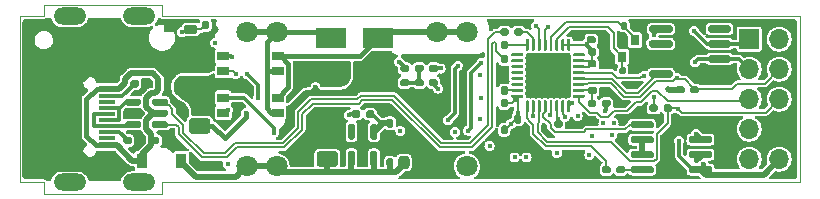
<source format=gbl>
G04 #@! TF.GenerationSoftware,KiCad,Pcbnew,6.0.10+dfsg-1~bpo11+1*
G04 #@! TF.ProjectId,project,70726f6a-6563-4742-9e6b-696361645f70,rev?*
G04 #@! TF.SameCoordinates,Original*
G04 #@! TF.FileFunction,Copper,L6,Bot*
G04 #@! TF.FilePolarity,Positive*
%FSLAX46Y46*%
G04 Gerber Fmt 4.6, Leading zero omitted, Abs format (unit mm)*
%MOMM*%
%LPD*%
G01*
G04 APERTURE LIST*
G04 #@! TA.AperFunction,Profile*
%ADD10C,0.100000*%
G04 #@! TD*
G04 #@! TA.AperFunction,ComponentPad*
%ADD11C,1.800000*%
G04 #@! TD*
G04 #@! TA.AperFunction,ComponentPad*
%ADD12R,1.700000X1.700000*%
G04 #@! TD*
G04 #@! TA.AperFunction,ComponentPad*
%ADD13O,1.700000X1.700000*%
G04 #@! TD*
G04 #@! TA.AperFunction,ComponentPad*
%ADD14O,2.750000X1.450000*%
G04 #@! TD*
G04 #@! TA.AperFunction,SMDPad,CuDef*
%ADD15R,2.500000X1.800000*%
G04 #@! TD*
G04 #@! TA.AperFunction,SMDPad,CuDef*
%ADD16R,0.800000X0.900000*%
G04 #@! TD*
G04 #@! TA.AperFunction,SMDPad,CuDef*
%ADD17R,1.450000X0.600000*%
G04 #@! TD*
G04 #@! TA.AperFunction,SMDPad,CuDef*
%ADD18R,1.450000X0.300000*%
G04 #@! TD*
G04 #@! TA.AperFunction,ComponentPad*
%ADD19O,2.100000X1.000000*%
G04 #@! TD*
G04 #@! TA.AperFunction,ComponentPad*
%ADD20O,1.600000X1.000000*%
G04 #@! TD*
G04 #@! TA.AperFunction,SMDPad,CuDef*
%ADD21R,1.000000X0.800000*%
G04 #@! TD*
G04 #@! TA.AperFunction,SMDPad,CuDef*
%ADD22R,0.900000X1.200000*%
G04 #@! TD*
G04 #@! TA.AperFunction,SMDPad,CuDef*
%ADD23R,3.650000X3.650000*%
G04 #@! TD*
G04 #@! TA.AperFunction,ViaPad*
%ADD24C,0.450000*%
G04 #@! TD*
G04 #@! TA.AperFunction,Conductor*
%ADD25C,0.200000*%
G04 #@! TD*
G04 #@! TA.AperFunction,Conductor*
%ADD26C,0.300000*%
G04 #@! TD*
G04 #@! TA.AperFunction,Conductor*
%ADD27C,0.160000*%
G04 #@! TD*
G04 #@! TA.AperFunction,Conductor*
%ADD28C,0.500000*%
G04 #@! TD*
G04 #@! TA.AperFunction,Conductor*
%ADD29C,0.400000*%
G04 #@! TD*
G04 #@! TA.AperFunction,Conductor*
%ADD30C,1.000000*%
G04 #@! TD*
G04 APERTURE END LIST*
D10*
X120262500Y-76037500D02*
X120262500Y-75037500D01*
X184262500Y-76037500D02*
X184262500Y-90037500D01*
X184262500Y-90037500D02*
X130262500Y-90037500D01*
X130262500Y-75037500D02*
X130262500Y-76037500D01*
X130262500Y-76037500D02*
X184262500Y-76037500D01*
X120262500Y-75037500D02*
X130262500Y-75037500D01*
X118262500Y-90037500D02*
X120262500Y-90037500D01*
X120262500Y-76037500D02*
X118262500Y-76037500D01*
X120262500Y-91037500D02*
X130262500Y-91037500D01*
X118262500Y-90037500D02*
X118262500Y-76037500D01*
X130262500Y-91037500D02*
X130262500Y-90037500D01*
X120262500Y-90037500D02*
X120262500Y-91037500D01*
D11*
X137437500Y-88727500D03*
X139977500Y-88727500D03*
X153547500Y-88727500D03*
X156087500Y-88727500D03*
X156087500Y-77347500D03*
X153547500Y-77347500D03*
X139977500Y-77347500D03*
X137437500Y-77347500D03*
D12*
X179987500Y-77962500D03*
D13*
X182527500Y-77962500D03*
X179987500Y-80502500D03*
X182527500Y-80502500D03*
X179987500Y-83042500D03*
X182527500Y-83042500D03*
X179987500Y-85582500D03*
X182527500Y-85582500D03*
X179987500Y-88122500D03*
X182527500Y-88122500D03*
D14*
X122462500Y-75987500D03*
X122462500Y-90087500D03*
X128362500Y-90087500D03*
X128362500Y-75987500D03*
D15*
X148562500Y-77837500D03*
X144562500Y-77837500D03*
G04 #@! TA.AperFunction,SMDPad,CuDef*
G36*
G01*
X151707500Y-81797500D02*
X151707500Y-81477500D01*
G75*
G02*
X151867500Y-81317500I160000J0D01*
G01*
X152262500Y-81317500D01*
G75*
G02*
X152422500Y-81477500I0J-160000D01*
G01*
X152422500Y-81797500D01*
G75*
G02*
X152262500Y-81957500I-160000J0D01*
G01*
X151867500Y-81957500D01*
G75*
G02*
X151707500Y-81797500I0J160000D01*
G01*
G37*
G04 #@! TD.AperFunction*
G04 #@! TA.AperFunction,SMDPad,CuDef*
G36*
G01*
X152902500Y-81797500D02*
X152902500Y-81477500D01*
G75*
G02*
X153062500Y-81317500I160000J0D01*
G01*
X153457500Y-81317500D01*
G75*
G02*
X153617500Y-81477500I0J-160000D01*
G01*
X153617500Y-81797500D01*
G75*
G02*
X153457500Y-81957500I-160000J0D01*
G01*
X153062500Y-81957500D01*
G75*
G02*
X152902500Y-81797500I0J160000D01*
G01*
G37*
G04 #@! TD.AperFunction*
G04 #@! TA.AperFunction,SMDPad,CuDef*
G36*
G01*
X169102500Y-77007500D02*
X169102500Y-76667500D01*
G75*
G02*
X169242500Y-76527500I140000J0D01*
G01*
X169522500Y-76527500D01*
G75*
G02*
X169662500Y-76667500I0J-140000D01*
G01*
X169662500Y-77007500D01*
G75*
G02*
X169522500Y-77147500I-140000J0D01*
G01*
X169242500Y-77147500D01*
G75*
G02*
X169102500Y-77007500I0J140000D01*
G01*
G37*
G04 #@! TD.AperFunction*
G04 #@! TA.AperFunction,SMDPad,CuDef*
G36*
G01*
X170062500Y-77007500D02*
X170062500Y-76667500D01*
G75*
G02*
X170202500Y-76527500I140000J0D01*
G01*
X170482500Y-76527500D01*
G75*
G02*
X170622500Y-76667500I0J-140000D01*
G01*
X170622500Y-77007500D01*
G75*
G02*
X170482500Y-77147500I-140000J0D01*
G01*
X170202500Y-77147500D01*
G75*
G02*
X170062500Y-77007500I0J140000D01*
G01*
G37*
G04 #@! TD.AperFunction*
G04 #@! TA.AperFunction,SMDPad,CuDef*
G36*
G01*
X166327500Y-80192500D02*
X166327500Y-79882500D01*
G75*
G02*
X166482500Y-79727500I155000J0D01*
G01*
X166907500Y-79727500D01*
G75*
G02*
X167062500Y-79882500I0J-155000D01*
G01*
X167062500Y-80192500D01*
G75*
G02*
X166907500Y-80347500I-155000J0D01*
G01*
X166482500Y-80347500D01*
G75*
G02*
X166327500Y-80192500I0J155000D01*
G01*
G37*
G04 #@! TD.AperFunction*
G04 #@! TA.AperFunction,SMDPad,CuDef*
G36*
G01*
X167462500Y-80192500D02*
X167462500Y-79882500D01*
G75*
G02*
X167617500Y-79727500I155000J0D01*
G01*
X168042500Y-79727500D01*
G75*
G02*
X168197500Y-79882500I0J-155000D01*
G01*
X168197500Y-80192500D01*
G75*
G02*
X168042500Y-80347500I-155000J0D01*
G01*
X167617500Y-80347500D01*
G75*
G02*
X167462500Y-80192500I0J155000D01*
G01*
G37*
G04 #@! TD.AperFunction*
G04 #@! TA.AperFunction,SMDPad,CuDef*
G36*
G01*
X158907500Y-77497500D02*
X158907500Y-77177500D01*
G75*
G02*
X159067500Y-77017500I160000J0D01*
G01*
X159462500Y-77017500D01*
G75*
G02*
X159622500Y-77177500I0J-160000D01*
G01*
X159622500Y-77497500D01*
G75*
G02*
X159462500Y-77657500I-160000J0D01*
G01*
X159067500Y-77657500D01*
G75*
G02*
X158907500Y-77497500I0J160000D01*
G01*
G37*
G04 #@! TD.AperFunction*
G04 #@! TA.AperFunction,SMDPad,CuDef*
G36*
G01*
X160102500Y-77497500D02*
X160102500Y-77177500D01*
G75*
G02*
X160262500Y-77017500I160000J0D01*
G01*
X160657500Y-77017500D01*
G75*
G02*
X160817500Y-77177500I0J-160000D01*
G01*
X160817500Y-77497500D01*
G75*
G02*
X160657500Y-77657500I-160000J0D01*
G01*
X160262500Y-77657500D01*
G75*
G02*
X160102500Y-77497500I0J160000D01*
G01*
G37*
G04 #@! TD.AperFunction*
G04 #@! TA.AperFunction,SMDPad,CuDef*
G36*
G01*
X134112500Y-85962500D02*
X132812500Y-85962500D01*
G75*
G02*
X132562500Y-85712500I0J250000D01*
G01*
X132562500Y-84887500D01*
G75*
G02*
X132812500Y-84637500I250000J0D01*
G01*
X134112500Y-84637500D01*
G75*
G02*
X134362500Y-84887500I0J-250000D01*
G01*
X134362500Y-85712500D01*
G75*
G02*
X134112500Y-85962500I-250000J0D01*
G01*
G37*
G04 #@! TD.AperFunction*
G04 #@! TA.AperFunction,SMDPad,CuDef*
G36*
G01*
X134112500Y-82837500D02*
X132812500Y-82837500D01*
G75*
G02*
X132562500Y-82587500I0J250000D01*
G01*
X132562500Y-81762500D01*
G75*
G02*
X132812500Y-81512500I250000J0D01*
G01*
X134112500Y-81512500D01*
G75*
G02*
X134362500Y-81762500I0J-250000D01*
G01*
X134362500Y-82587500D01*
G75*
G02*
X134112500Y-82837500I-250000J0D01*
G01*
G37*
G04 #@! TD.AperFunction*
G04 #@! TA.AperFunction,SMDPad,CuDef*
G36*
G01*
X159417500Y-82672500D02*
X159107500Y-82672500D01*
G75*
G02*
X158952500Y-82517500I0J155000D01*
G01*
X158952500Y-82092500D01*
G75*
G02*
X159107500Y-81937500I155000J0D01*
G01*
X159417500Y-81937500D01*
G75*
G02*
X159572500Y-82092500I0J-155000D01*
G01*
X159572500Y-82517500D01*
G75*
G02*
X159417500Y-82672500I-155000J0D01*
G01*
G37*
G04 #@! TD.AperFunction*
G04 #@! TA.AperFunction,SMDPad,CuDef*
G36*
G01*
X159417500Y-81537500D02*
X159107500Y-81537500D01*
G75*
G02*
X158952500Y-81382500I0J155000D01*
G01*
X158952500Y-80957500D01*
G75*
G02*
X159107500Y-80802500I155000J0D01*
G01*
X159417500Y-80802500D01*
G75*
G02*
X159572500Y-80957500I0J-155000D01*
G01*
X159572500Y-81382500D01*
G75*
G02*
X159417500Y-81537500I-155000J0D01*
G01*
G37*
G04 #@! TD.AperFunction*
G04 #@! TA.AperFunction,SMDPad,CuDef*
G36*
G01*
X151197500Y-80282500D02*
X151197500Y-80592500D01*
G75*
G02*
X151042500Y-80747500I-155000J0D01*
G01*
X150617500Y-80747500D01*
G75*
G02*
X150462500Y-80592500I0J155000D01*
G01*
X150462500Y-80282500D01*
G75*
G02*
X150617500Y-80127500I155000J0D01*
G01*
X151042500Y-80127500D01*
G75*
G02*
X151197500Y-80282500I0J-155000D01*
G01*
G37*
G04 #@! TD.AperFunction*
G04 #@! TA.AperFunction,SMDPad,CuDef*
G36*
G01*
X150062500Y-80282500D02*
X150062500Y-80592500D01*
G75*
G02*
X149907500Y-80747500I-155000J0D01*
G01*
X149482500Y-80747500D01*
G75*
G02*
X149327500Y-80592500I0J155000D01*
G01*
X149327500Y-80282500D01*
G75*
G02*
X149482500Y-80127500I155000J0D01*
G01*
X149907500Y-80127500D01*
G75*
G02*
X150062500Y-80282500I0J-155000D01*
G01*
G37*
G04 #@! TD.AperFunction*
D16*
X170312500Y-78037500D03*
X170312500Y-79437500D03*
X169212500Y-79437500D03*
X169212500Y-78037500D03*
G04 #@! TA.AperFunction,SMDPad,CuDef*
G36*
G01*
X144912500Y-88762500D02*
X143612500Y-88762500D01*
G75*
G02*
X143362500Y-88512500I0J250000D01*
G01*
X143362500Y-87687500D01*
G75*
G02*
X143612500Y-87437500I250000J0D01*
G01*
X144912500Y-87437500D01*
G75*
G02*
X145162500Y-87687500I0J-250000D01*
G01*
X145162500Y-88512500D01*
G75*
G02*
X144912500Y-88762500I-250000J0D01*
G01*
G37*
G04 #@! TD.AperFunction*
G04 #@! TA.AperFunction,SMDPad,CuDef*
G36*
G01*
X144912500Y-85637500D02*
X143612500Y-85637500D01*
G75*
G02*
X143362500Y-85387500I0J250000D01*
G01*
X143362500Y-84562500D01*
G75*
G02*
X143612500Y-84312500I250000J0D01*
G01*
X144912500Y-84312500D01*
G75*
G02*
X145162500Y-84562500I0J-250000D01*
G01*
X145162500Y-85387500D01*
G75*
G02*
X144912500Y-85637500I-250000J0D01*
G01*
G37*
G04 #@! TD.AperFunction*
G04 #@! TA.AperFunction,SMDPad,CuDef*
G36*
G01*
X148255000Y-84140000D02*
X148255000Y-84460000D01*
G75*
G02*
X148095000Y-84620000I-160000J0D01*
G01*
X147700000Y-84620000D01*
G75*
G02*
X147540000Y-84460000I0J160000D01*
G01*
X147540000Y-84140000D01*
G75*
G02*
X147700000Y-83980000I160000J0D01*
G01*
X148095000Y-83980000D01*
G75*
G02*
X148255000Y-84140000I0J-160000D01*
G01*
G37*
G04 #@! TD.AperFunction*
G04 #@! TA.AperFunction,SMDPad,CuDef*
G36*
G01*
X147060000Y-84140000D02*
X147060000Y-84460000D01*
G75*
G02*
X146900000Y-84620000I-160000J0D01*
G01*
X146505000Y-84620000D01*
G75*
G02*
X146345000Y-84460000I0J160000D01*
G01*
X146345000Y-84140000D01*
G75*
G02*
X146505000Y-83980000I160000J0D01*
G01*
X146900000Y-83980000D01*
G75*
G02*
X147060000Y-84140000I0J-160000D01*
G01*
G37*
G04 #@! TD.AperFunction*
G04 #@! TA.AperFunction,SMDPad,CuDef*
G36*
G01*
X127162500Y-85337500D02*
X127162500Y-85037500D01*
G75*
G02*
X127312500Y-84887500I150000J0D01*
G01*
X128337500Y-84887500D01*
G75*
G02*
X128487500Y-85037500I0J-150000D01*
G01*
X128487500Y-85337500D01*
G75*
G02*
X128337500Y-85487500I-150000J0D01*
G01*
X127312500Y-85487500D01*
G75*
G02*
X127162500Y-85337500I0J150000D01*
G01*
G37*
G04 #@! TD.AperFunction*
G04 #@! TA.AperFunction,SMDPad,CuDef*
G36*
G01*
X127162500Y-84387500D02*
X127162500Y-84087500D01*
G75*
G02*
X127312500Y-83937500I150000J0D01*
G01*
X128337500Y-83937500D01*
G75*
G02*
X128487500Y-84087500I0J-150000D01*
G01*
X128487500Y-84387500D01*
G75*
G02*
X128337500Y-84537500I-150000J0D01*
G01*
X127312500Y-84537500D01*
G75*
G02*
X127162500Y-84387500I0J150000D01*
G01*
G37*
G04 #@! TD.AperFunction*
G04 #@! TA.AperFunction,SMDPad,CuDef*
G36*
G01*
X127162500Y-83437500D02*
X127162500Y-83137500D01*
G75*
G02*
X127312500Y-82987500I150000J0D01*
G01*
X128337500Y-82987500D01*
G75*
G02*
X128487500Y-83137500I0J-150000D01*
G01*
X128487500Y-83437500D01*
G75*
G02*
X128337500Y-83587500I-150000J0D01*
G01*
X127312500Y-83587500D01*
G75*
G02*
X127162500Y-83437500I0J150000D01*
G01*
G37*
G04 #@! TD.AperFunction*
G04 #@! TA.AperFunction,SMDPad,CuDef*
G36*
G01*
X129437500Y-83437500D02*
X129437500Y-83137500D01*
G75*
G02*
X129587500Y-82987500I150000J0D01*
G01*
X130612500Y-82987500D01*
G75*
G02*
X130762500Y-83137500I0J-150000D01*
G01*
X130762500Y-83437500D01*
G75*
G02*
X130612500Y-83587500I-150000J0D01*
G01*
X129587500Y-83587500D01*
G75*
G02*
X129437500Y-83437500I0J150000D01*
G01*
G37*
G04 #@! TD.AperFunction*
G04 #@! TA.AperFunction,SMDPad,CuDef*
G36*
G01*
X129437500Y-84387500D02*
X129437500Y-84087500D01*
G75*
G02*
X129587500Y-83937500I150000J0D01*
G01*
X130612500Y-83937500D01*
G75*
G02*
X130762500Y-84087500I0J-150000D01*
G01*
X130762500Y-84387500D01*
G75*
G02*
X130612500Y-84537500I-150000J0D01*
G01*
X129587500Y-84537500D01*
G75*
G02*
X129437500Y-84387500I0J150000D01*
G01*
G37*
G04 #@! TD.AperFunction*
G04 #@! TA.AperFunction,SMDPad,CuDef*
G36*
G01*
X129437500Y-85337500D02*
X129437500Y-85037500D01*
G75*
G02*
X129587500Y-84887500I150000J0D01*
G01*
X130612500Y-84887500D01*
G75*
G02*
X130762500Y-85037500I0J-150000D01*
G01*
X130762500Y-85337500D01*
G75*
G02*
X130612500Y-85487500I-150000J0D01*
G01*
X129587500Y-85487500D01*
G75*
G02*
X129437500Y-85337500I0J150000D01*
G01*
G37*
G04 #@! TD.AperFunction*
G04 #@! TA.AperFunction,SMDPad,CuDef*
G36*
G01*
X151707500Y-80597500D02*
X151707500Y-80277500D01*
G75*
G02*
X151867500Y-80117500I160000J0D01*
G01*
X152262500Y-80117500D01*
G75*
G02*
X152422500Y-80277500I0J-160000D01*
G01*
X152422500Y-80597500D01*
G75*
G02*
X152262500Y-80757500I-160000J0D01*
G01*
X151867500Y-80757500D01*
G75*
G02*
X151707500Y-80597500I0J160000D01*
G01*
G37*
G04 #@! TD.AperFunction*
G04 #@! TA.AperFunction,SMDPad,CuDef*
G36*
G01*
X152902500Y-80597500D02*
X152902500Y-80277500D01*
G75*
G02*
X153062500Y-80117500I160000J0D01*
G01*
X153457500Y-80117500D01*
G75*
G02*
X153617500Y-80277500I0J-160000D01*
G01*
X153617500Y-80597500D01*
G75*
G02*
X153457500Y-80757500I-160000J0D01*
G01*
X153062500Y-80757500D01*
G75*
G02*
X152902500Y-80597500I0J160000D01*
G01*
G37*
G04 #@! TD.AperFunction*
G04 #@! TA.AperFunction,SMDPad,CuDef*
G36*
G01*
X134117500Y-78272500D02*
X133807500Y-78272500D01*
G75*
G02*
X133652500Y-78117500I0J155000D01*
G01*
X133652500Y-77692500D01*
G75*
G02*
X133807500Y-77537500I155000J0D01*
G01*
X134117500Y-77537500D01*
G75*
G02*
X134272500Y-77692500I0J-155000D01*
G01*
X134272500Y-78117500D01*
G75*
G02*
X134117500Y-78272500I-155000J0D01*
G01*
G37*
G04 #@! TD.AperFunction*
G04 #@! TA.AperFunction,SMDPad,CuDef*
G36*
G01*
X134117500Y-77137500D02*
X133807500Y-77137500D01*
G75*
G02*
X133652500Y-76982500I0J155000D01*
G01*
X133652500Y-76557500D01*
G75*
G02*
X133807500Y-76402500I155000J0D01*
G01*
X134117500Y-76402500D01*
G75*
G02*
X134272500Y-76557500I0J-155000D01*
G01*
X134272500Y-76982500D01*
G75*
G02*
X134117500Y-77137500I-155000J0D01*
G01*
G37*
G04 #@! TD.AperFunction*
G04 #@! TA.AperFunction,SMDPad,CuDef*
G36*
G01*
X168235000Y-82145000D02*
X168235000Y-82455000D01*
G75*
G02*
X168080000Y-82610000I-155000J0D01*
G01*
X167655000Y-82610000D01*
G75*
G02*
X167500000Y-82455000I0J155000D01*
G01*
X167500000Y-82145000D01*
G75*
G02*
X167655000Y-81990000I155000J0D01*
G01*
X168080000Y-81990000D01*
G75*
G02*
X168235000Y-82145000I0J-155000D01*
G01*
G37*
G04 #@! TD.AperFunction*
G04 #@! TA.AperFunction,SMDPad,CuDef*
G36*
G01*
X167100000Y-82145000D02*
X167100000Y-82455000D01*
G75*
G02*
X166945000Y-82610000I-155000J0D01*
G01*
X166520000Y-82610000D01*
G75*
G02*
X166365000Y-82455000I0J155000D01*
G01*
X166365000Y-82145000D01*
G75*
G02*
X166520000Y-81990000I155000J0D01*
G01*
X166945000Y-81990000D01*
G75*
G02*
X167100000Y-82145000I0J-155000D01*
G01*
G37*
G04 #@! TD.AperFunction*
D17*
X125582500Y-87737500D03*
X125582500Y-86937500D03*
D18*
X125582500Y-85787500D03*
X125582500Y-84787500D03*
X125582500Y-84287500D03*
X125582500Y-83287500D03*
D17*
X125582500Y-82137500D03*
X125582500Y-81337500D03*
X125582500Y-81337500D03*
X125582500Y-82137500D03*
D18*
X125582500Y-82787500D03*
X125582500Y-83787500D03*
X125582500Y-85287500D03*
X125582500Y-86287500D03*
D17*
X125582500Y-86937500D03*
X125582500Y-87737500D03*
G04 #@! TA.AperFunction,SMDPad,CuDef*
G36*
X120837500Y-88987500D02*
G01*
X120730367Y-88971871D01*
X120619736Y-88917793D01*
X120532587Y-88830796D01*
X120478317Y-88720260D01*
X120462500Y-88612500D01*
X120462500Y-87862500D01*
X120478129Y-87755367D01*
X120532207Y-87644736D01*
X120619204Y-87557587D01*
X120729740Y-87503317D01*
X120837500Y-87487500D01*
X123712500Y-87487500D01*
X124462500Y-88237500D01*
X124462500Y-88612500D01*
X124446871Y-88719633D01*
X124392793Y-88830264D01*
X124305796Y-88917413D01*
X124195260Y-88971683D01*
X124087500Y-88987500D01*
X120837500Y-88987500D01*
G37*
G04 #@! TD.AperFunction*
D19*
X124667500Y-80217500D03*
D20*
X120487500Y-88857500D03*
D19*
X124667500Y-88857500D03*
G04 #@! TA.AperFunction,SMDPad,CuDef*
G36*
X120837500Y-81587500D02*
G01*
X120730367Y-81571871D01*
X120619736Y-81517793D01*
X120532587Y-81430796D01*
X120478317Y-81320260D01*
X120462500Y-81212500D01*
X120462500Y-80462500D01*
X120478129Y-80355367D01*
X120532207Y-80244736D01*
X120619204Y-80157587D01*
X120729740Y-80103317D01*
X120837500Y-80087500D01*
X124087500Y-80087500D01*
X124194633Y-80103129D01*
X124305264Y-80157207D01*
X124392413Y-80244204D01*
X124446683Y-80354740D01*
X124462500Y-80462500D01*
X124462500Y-80837500D01*
X123712500Y-81587500D01*
X120837500Y-81587500D01*
G37*
G04 #@! TD.AperFunction*
D20*
X120487500Y-80217500D03*
G04 #@! TA.AperFunction,SMDPad,CuDef*
G36*
G01*
X144337500Y-81687500D02*
X144337500Y-80387500D01*
G75*
G02*
X144587500Y-80137500I250000J0D01*
G01*
X145412500Y-80137500D01*
G75*
G02*
X145662500Y-80387500I0J-250000D01*
G01*
X145662500Y-81687500D01*
G75*
G02*
X145412500Y-81937500I-250000J0D01*
G01*
X144587500Y-81937500D01*
G75*
G02*
X144337500Y-81687500I0J250000D01*
G01*
G37*
G04 #@! TD.AperFunction*
G04 #@! TA.AperFunction,SMDPad,CuDef*
G36*
G01*
X147462500Y-81687500D02*
X147462500Y-80387500D01*
G75*
G02*
X147712500Y-80137500I250000J0D01*
G01*
X148537500Y-80137500D01*
G75*
G02*
X148787500Y-80387500I0J-250000D01*
G01*
X148787500Y-81687500D01*
G75*
G02*
X148537500Y-81937500I-250000J0D01*
G01*
X147712500Y-81937500D01*
G75*
G02*
X147462500Y-81687500I0J250000D01*
G01*
G37*
G04 #@! TD.AperFunction*
G04 #@! TA.AperFunction,SMDPad,CuDef*
G36*
G01*
X151197500Y-81482500D02*
X151197500Y-81792500D01*
G75*
G02*
X151042500Y-81947500I-155000J0D01*
G01*
X150617500Y-81947500D01*
G75*
G02*
X150462500Y-81792500I0J155000D01*
G01*
X150462500Y-81482500D01*
G75*
G02*
X150617500Y-81327500I155000J0D01*
G01*
X151042500Y-81327500D01*
G75*
G02*
X151197500Y-81482500I0J-155000D01*
G01*
G37*
G04 #@! TD.AperFunction*
G04 #@! TA.AperFunction,SMDPad,CuDef*
G36*
G01*
X150062500Y-81482500D02*
X150062500Y-81792500D01*
G75*
G02*
X149907500Y-81947500I-155000J0D01*
G01*
X149482500Y-81947500D01*
G75*
G02*
X149327500Y-81792500I0J155000D01*
G01*
X149327500Y-81482500D01*
G75*
G02*
X149482500Y-81327500I155000J0D01*
G01*
X149907500Y-81327500D01*
G75*
G02*
X150062500Y-81482500I0J-155000D01*
G01*
G37*
G04 #@! TD.AperFunction*
G04 #@! TA.AperFunction,SMDPad,CuDef*
G36*
G01*
X160555000Y-86235000D02*
X160245000Y-86235000D01*
G75*
G02*
X160090000Y-86080000I0J155000D01*
G01*
X160090000Y-85655000D01*
G75*
G02*
X160245000Y-85500000I155000J0D01*
G01*
X160555000Y-85500000D01*
G75*
G02*
X160710000Y-85655000I0J-155000D01*
G01*
X160710000Y-86080000D01*
G75*
G02*
X160555000Y-86235000I-155000J0D01*
G01*
G37*
G04 #@! TD.AperFunction*
G04 #@! TA.AperFunction,SMDPad,CuDef*
G36*
G01*
X160555000Y-85100000D02*
X160245000Y-85100000D01*
G75*
G02*
X160090000Y-84945000I0J155000D01*
G01*
X160090000Y-84520000D01*
G75*
G02*
X160245000Y-84365000I155000J0D01*
G01*
X160555000Y-84365000D01*
G75*
G02*
X160710000Y-84520000I0J-155000D01*
G01*
X160710000Y-84945000D01*
G75*
G02*
X160555000Y-85100000I-155000J0D01*
G01*
G37*
G04 #@! TD.AperFunction*
G04 #@! TA.AperFunction,SMDPad,CuDef*
G36*
G01*
X173807500Y-82397500D02*
X173807500Y-82077500D01*
G75*
G02*
X173967500Y-81917500I160000J0D01*
G01*
X174362500Y-81917500D01*
G75*
G02*
X174522500Y-82077500I0J-160000D01*
G01*
X174522500Y-82397500D01*
G75*
G02*
X174362500Y-82557500I-160000J0D01*
G01*
X173967500Y-82557500D01*
G75*
G02*
X173807500Y-82397500I0J160000D01*
G01*
G37*
G04 #@! TD.AperFunction*
G04 #@! TA.AperFunction,SMDPad,CuDef*
G36*
G01*
X175002500Y-82397500D02*
X175002500Y-82077500D01*
G75*
G02*
X175162500Y-81917500I160000J0D01*
G01*
X175557500Y-81917500D01*
G75*
G02*
X175717500Y-82077500I0J-160000D01*
G01*
X175717500Y-82397500D01*
G75*
G02*
X175557500Y-82557500I-160000J0D01*
G01*
X175162500Y-82557500D01*
G75*
G02*
X175002500Y-82397500I0J160000D01*
G01*
G37*
G04 #@! TD.AperFunction*
G04 #@! TA.AperFunction,SMDPad,CuDef*
G36*
G01*
X151000000Y-88937500D02*
X150525000Y-88937500D01*
G75*
G02*
X150287500Y-88700000I0J237500D01*
G01*
X150287500Y-88100000D01*
G75*
G02*
X150525000Y-87862500I237500J0D01*
G01*
X151000000Y-87862500D01*
G75*
G02*
X151237500Y-88100000I0J-237500D01*
G01*
X151237500Y-88700000D01*
G75*
G02*
X151000000Y-88937500I-237500J0D01*
G01*
G37*
G04 #@! TD.AperFunction*
G04 #@! TA.AperFunction,SMDPad,CuDef*
G36*
G01*
X151000000Y-87212500D02*
X150525000Y-87212500D01*
G75*
G02*
X150287500Y-86975000I0J237500D01*
G01*
X150287500Y-86375000D01*
G75*
G02*
X150525000Y-86137500I237500J0D01*
G01*
X151000000Y-86137500D01*
G75*
G02*
X151237500Y-86375000I0J-237500D01*
G01*
X151237500Y-86975000D01*
G75*
G02*
X151000000Y-87212500I-237500J0D01*
G01*
G37*
G04 #@! TD.AperFunction*
G04 #@! TA.AperFunction,SMDPad,CuDef*
G36*
G01*
X168255000Y-83240000D02*
X168255000Y-83560000D01*
G75*
G02*
X168095000Y-83720000I-160000J0D01*
G01*
X167700000Y-83720000D01*
G75*
G02*
X167540000Y-83560000I0J160000D01*
G01*
X167540000Y-83240000D01*
G75*
G02*
X167700000Y-83080000I160000J0D01*
G01*
X168095000Y-83080000D01*
G75*
G02*
X168255000Y-83240000I0J-160000D01*
G01*
G37*
G04 #@! TD.AperFunction*
G04 #@! TA.AperFunction,SMDPad,CuDef*
G36*
G01*
X167060000Y-83240000D02*
X167060000Y-83560000D01*
G75*
G02*
X166900000Y-83720000I-160000J0D01*
G01*
X166505000Y-83720000D01*
G75*
G02*
X166345000Y-83560000I0J160000D01*
G01*
X166345000Y-83240000D01*
G75*
G02*
X166505000Y-83080000I160000J0D01*
G01*
X166900000Y-83080000D01*
G75*
G02*
X167060000Y-83240000I0J-160000D01*
G01*
G37*
G04 #@! TD.AperFunction*
G04 #@! TA.AperFunction,SMDPad,CuDef*
G36*
G01*
X166327500Y-79192500D02*
X166327500Y-78882500D01*
G75*
G02*
X166482500Y-78727500I155000J0D01*
G01*
X166907500Y-78727500D01*
G75*
G02*
X167062500Y-78882500I0J-155000D01*
G01*
X167062500Y-79192500D01*
G75*
G02*
X166907500Y-79347500I-155000J0D01*
G01*
X166482500Y-79347500D01*
G75*
G02*
X166327500Y-79192500I0J155000D01*
G01*
G37*
G04 #@! TD.AperFunction*
G04 #@! TA.AperFunction,SMDPad,CuDef*
G36*
G01*
X167462500Y-79192500D02*
X167462500Y-78882500D01*
G75*
G02*
X167617500Y-78727500I155000J0D01*
G01*
X168042500Y-78727500D01*
G75*
G02*
X168197500Y-78882500I0J-155000D01*
G01*
X168197500Y-79192500D01*
G75*
G02*
X168042500Y-79347500I-155000J0D01*
G01*
X167617500Y-79347500D01*
G75*
G02*
X167462500Y-79192500I0J155000D01*
G01*
G37*
G04 #@! TD.AperFunction*
D21*
X140062500Y-79402500D03*
X140062500Y-80672500D03*
X135462500Y-80672500D03*
X135462500Y-79402500D03*
X140062500Y-82902500D03*
X140062500Y-84172500D03*
X135462500Y-84172500D03*
X135462500Y-82902500D03*
G04 #@! TA.AperFunction,SMDPad,CuDef*
G36*
G01*
X159417500Y-87135000D02*
X159107500Y-87135000D01*
G75*
G02*
X158952500Y-86980000I0J155000D01*
G01*
X158952500Y-86555000D01*
G75*
G02*
X159107500Y-86400000I155000J0D01*
G01*
X159417500Y-86400000D01*
G75*
G02*
X159572500Y-86555000I0J-155000D01*
G01*
X159572500Y-86980000D01*
G75*
G02*
X159417500Y-87135000I-155000J0D01*
G01*
G37*
G04 #@! TD.AperFunction*
G04 #@! TA.AperFunction,SMDPad,CuDef*
G36*
G01*
X159417500Y-86000000D02*
X159107500Y-86000000D01*
G75*
G02*
X158952500Y-85845000I0J155000D01*
G01*
X158952500Y-85420000D01*
G75*
G02*
X159107500Y-85265000I155000J0D01*
G01*
X159417500Y-85265000D01*
G75*
G02*
X159572500Y-85420000I0J-155000D01*
G01*
X159572500Y-85845000D01*
G75*
G02*
X159417500Y-86000000I-155000J0D01*
G01*
G37*
G04 #@! TD.AperFunction*
G04 #@! TA.AperFunction,SMDPad,CuDef*
G36*
G01*
X169455000Y-88840000D02*
X169455000Y-89160000D01*
G75*
G02*
X169295000Y-89320000I-160000J0D01*
G01*
X168900000Y-89320000D01*
G75*
G02*
X168740000Y-89160000I0J160000D01*
G01*
X168740000Y-88840000D01*
G75*
G02*
X168900000Y-88680000I160000J0D01*
G01*
X169295000Y-88680000D01*
G75*
G02*
X169455000Y-88840000I0J-160000D01*
G01*
G37*
G04 #@! TD.AperFunction*
G04 #@! TA.AperFunction,SMDPad,CuDef*
G36*
G01*
X168260000Y-88840000D02*
X168260000Y-89160000D01*
G75*
G02*
X168100000Y-89320000I-160000J0D01*
G01*
X167705000Y-89320000D01*
G75*
G02*
X167545000Y-89160000I0J160000D01*
G01*
X167545000Y-88840000D01*
G75*
G02*
X167705000Y-88680000I160000J0D01*
G01*
X168100000Y-88680000D01*
G75*
G02*
X168260000Y-88840000I0J-160000D01*
G01*
G37*
G04 #@! TD.AperFunction*
G04 #@! TA.AperFunction,SMDPad,CuDef*
G36*
G01*
X163465000Y-85292500D02*
X163465000Y-84982500D01*
G75*
G02*
X163620000Y-84827500I155000J0D01*
G01*
X164045000Y-84827500D01*
G75*
G02*
X164200000Y-84982500I0J-155000D01*
G01*
X164200000Y-85292500D01*
G75*
G02*
X164045000Y-85447500I-155000J0D01*
G01*
X163620000Y-85447500D01*
G75*
G02*
X163465000Y-85292500I0J155000D01*
G01*
G37*
G04 #@! TD.AperFunction*
G04 #@! TA.AperFunction,SMDPad,CuDef*
G36*
G01*
X164600000Y-85292500D02*
X164600000Y-84982500D01*
G75*
G02*
X164755000Y-84827500I155000J0D01*
G01*
X165180000Y-84827500D01*
G75*
G02*
X165335000Y-84982500I0J-155000D01*
G01*
X165335000Y-85292500D01*
G75*
G02*
X165180000Y-85447500I-155000J0D01*
G01*
X164755000Y-85447500D01*
G75*
G02*
X164600000Y-85292500I0J155000D01*
G01*
G37*
G04 #@! TD.AperFunction*
G04 #@! TA.AperFunction,SMDPad,CuDef*
G36*
G01*
X159422500Y-79992500D02*
X159102500Y-79992500D01*
G75*
G02*
X158942500Y-79832500I0J160000D01*
G01*
X158942500Y-79437500D01*
G75*
G02*
X159102500Y-79277500I160000J0D01*
G01*
X159422500Y-79277500D01*
G75*
G02*
X159582500Y-79437500I0J-160000D01*
G01*
X159582500Y-79832500D01*
G75*
G02*
X159422500Y-79992500I-160000J0D01*
G01*
G37*
G04 #@! TD.AperFunction*
G04 #@! TA.AperFunction,SMDPad,CuDef*
G36*
G01*
X159422500Y-78797500D02*
X159102500Y-78797500D01*
G75*
G02*
X158942500Y-78637500I0J160000D01*
G01*
X158942500Y-78242500D01*
G75*
G02*
X159102500Y-78082500I160000J0D01*
G01*
X159422500Y-78082500D01*
G75*
G02*
X159582500Y-78242500I0J-160000D01*
G01*
X159582500Y-78637500D01*
G75*
G02*
X159422500Y-78797500I-160000J0D01*
G01*
G37*
G04 #@! TD.AperFunction*
G04 #@! TA.AperFunction,SMDPad,CuDef*
G36*
G01*
X171550000Y-81055000D02*
X171550000Y-80755000D01*
G75*
G02*
X171700000Y-80605000I150000J0D01*
G01*
X173350000Y-80605000D01*
G75*
G02*
X173500000Y-80755000I0J-150000D01*
G01*
X173500000Y-81055000D01*
G75*
G02*
X173350000Y-81205000I-150000J0D01*
G01*
X171700000Y-81205000D01*
G75*
G02*
X171550000Y-81055000I0J150000D01*
G01*
G37*
G04 #@! TD.AperFunction*
G04 #@! TA.AperFunction,SMDPad,CuDef*
G36*
G01*
X171550000Y-79785000D02*
X171550000Y-79485000D01*
G75*
G02*
X171700000Y-79335000I150000J0D01*
G01*
X173350000Y-79335000D01*
G75*
G02*
X173500000Y-79485000I0J-150000D01*
G01*
X173500000Y-79785000D01*
G75*
G02*
X173350000Y-79935000I-150000J0D01*
G01*
X171700000Y-79935000D01*
G75*
G02*
X171550000Y-79785000I0J150000D01*
G01*
G37*
G04 #@! TD.AperFunction*
G04 #@! TA.AperFunction,SMDPad,CuDef*
G36*
G01*
X171550000Y-78515000D02*
X171550000Y-78215000D01*
G75*
G02*
X171700000Y-78065000I150000J0D01*
G01*
X173350000Y-78065000D01*
G75*
G02*
X173500000Y-78215000I0J-150000D01*
G01*
X173500000Y-78515000D01*
G75*
G02*
X173350000Y-78665000I-150000J0D01*
G01*
X171700000Y-78665000D01*
G75*
G02*
X171550000Y-78515000I0J150000D01*
G01*
G37*
G04 #@! TD.AperFunction*
G04 #@! TA.AperFunction,SMDPad,CuDef*
G36*
G01*
X171550000Y-77245000D02*
X171550000Y-76945000D01*
G75*
G02*
X171700000Y-76795000I150000J0D01*
G01*
X173350000Y-76795000D01*
G75*
G02*
X173500000Y-76945000I0J-150000D01*
G01*
X173500000Y-77245000D01*
G75*
G02*
X173350000Y-77395000I-150000J0D01*
G01*
X171700000Y-77395000D01*
G75*
G02*
X171550000Y-77245000I0J150000D01*
G01*
G37*
G04 #@! TD.AperFunction*
G04 #@! TA.AperFunction,SMDPad,CuDef*
G36*
G01*
X176500000Y-77245000D02*
X176500000Y-76945000D01*
G75*
G02*
X176650000Y-76795000I150000J0D01*
G01*
X178300000Y-76795000D01*
G75*
G02*
X178450000Y-76945000I0J-150000D01*
G01*
X178450000Y-77245000D01*
G75*
G02*
X178300000Y-77395000I-150000J0D01*
G01*
X176650000Y-77395000D01*
G75*
G02*
X176500000Y-77245000I0J150000D01*
G01*
G37*
G04 #@! TD.AperFunction*
G04 #@! TA.AperFunction,SMDPad,CuDef*
G36*
G01*
X176500000Y-78515000D02*
X176500000Y-78215000D01*
G75*
G02*
X176650000Y-78065000I150000J0D01*
G01*
X178300000Y-78065000D01*
G75*
G02*
X178450000Y-78215000I0J-150000D01*
G01*
X178450000Y-78515000D01*
G75*
G02*
X178300000Y-78665000I-150000J0D01*
G01*
X176650000Y-78665000D01*
G75*
G02*
X176500000Y-78515000I0J150000D01*
G01*
G37*
G04 #@! TD.AperFunction*
G04 #@! TA.AperFunction,SMDPad,CuDef*
G36*
G01*
X176500000Y-79785000D02*
X176500000Y-79485000D01*
G75*
G02*
X176650000Y-79335000I150000J0D01*
G01*
X178300000Y-79335000D01*
G75*
G02*
X178450000Y-79485000I0J-150000D01*
G01*
X178450000Y-79785000D01*
G75*
G02*
X178300000Y-79935000I-150000J0D01*
G01*
X176650000Y-79935000D01*
G75*
G02*
X176500000Y-79785000I0J150000D01*
G01*
G37*
G04 #@! TD.AperFunction*
G04 #@! TA.AperFunction,SMDPad,CuDef*
G36*
G01*
X176500000Y-81055000D02*
X176500000Y-80755000D01*
G75*
G02*
X176650000Y-80605000I150000J0D01*
G01*
X178300000Y-80605000D01*
G75*
G02*
X178450000Y-80755000I0J-150000D01*
G01*
X178450000Y-81055000D01*
G75*
G02*
X178300000Y-81205000I-150000J0D01*
G01*
X176650000Y-81205000D01*
G75*
G02*
X176500000Y-81055000I0J150000D01*
G01*
G37*
G04 #@! TD.AperFunction*
G04 #@! TA.AperFunction,SMDPad,CuDef*
G36*
G01*
X132267500Y-79587500D02*
X133157500Y-79587500D01*
G75*
G02*
X133262500Y-79692500I0J-105000D01*
G01*
X133262500Y-80182500D01*
G75*
G02*
X133157500Y-80287500I-105000J0D01*
G01*
X132267500Y-80287500D01*
G75*
G02*
X132162500Y-80182500I0J105000D01*
G01*
X132162500Y-79692500D01*
G75*
G02*
X132267500Y-79587500I105000J0D01*
G01*
G37*
G04 #@! TD.AperFunction*
G04 #@! TA.AperFunction,SMDPad,CuDef*
G36*
G01*
X132267500Y-76787500D02*
X133157500Y-76787500D01*
G75*
G02*
X133262500Y-76892500I0J-105000D01*
G01*
X133262500Y-77382500D01*
G75*
G02*
X133157500Y-77487500I-105000J0D01*
G01*
X132267500Y-77487500D01*
G75*
G02*
X132162500Y-77382500I0J105000D01*
G01*
X132162500Y-76892500D01*
G75*
G02*
X132267500Y-76787500I105000J0D01*
G01*
G37*
G04 #@! TD.AperFunction*
G04 #@! TA.AperFunction,ComponentPad*
G36*
X131362500Y-79987500D02*
G01*
X131486107Y-80007077D01*
X131597614Y-80063893D01*
X131686107Y-80152386D01*
X131742923Y-80263893D01*
X131762500Y-80387500D01*
X131742923Y-80511107D01*
X131686107Y-80622614D01*
X131597614Y-80711107D01*
X131486107Y-80767923D01*
X131362500Y-80787500D01*
X130962500Y-80787500D01*
X130962500Y-79987500D01*
X131362500Y-79987500D01*
G37*
G04 #@! TD.AperFunction*
G04 #@! TA.AperFunction,ComponentPad*
G36*
X131362500Y-76287500D02*
G01*
X131486107Y-76307077D01*
X131597614Y-76363893D01*
X131686107Y-76452386D01*
X131742923Y-76563893D01*
X131762500Y-76687500D01*
X131742923Y-76811107D01*
X131686107Y-76922614D01*
X131597614Y-77011107D01*
X131486107Y-77067923D01*
X131362500Y-77087500D01*
X130962500Y-77087500D01*
X130962500Y-76287500D01*
X131362500Y-76287500D01*
G37*
G04 #@! TD.AperFunction*
G04 #@! TA.AperFunction,SMDPad,CuDef*
G36*
G01*
X130532500Y-76237500D02*
X131092500Y-76237500D01*
G75*
G02*
X131212500Y-76357500I0J-120000D01*
G01*
X131212500Y-77267500D01*
G75*
G02*
X131092500Y-77387500I-120000J0D01*
G01*
X130532500Y-77387500D01*
G75*
G02*
X130412500Y-77267500I0J120000D01*
G01*
X130412500Y-76357500D01*
G75*
G02*
X130532500Y-76237500I120000J0D01*
G01*
G37*
G04 #@! TD.AperFunction*
G04 #@! TA.AperFunction,SMDPad,CuDef*
G36*
G01*
X130532500Y-79687500D02*
X131092500Y-79687500D01*
G75*
G02*
X131212500Y-79807500I0J-120000D01*
G01*
X131212500Y-80717500D01*
G75*
G02*
X131092500Y-80837500I-120000J0D01*
G01*
X130532500Y-80837500D01*
G75*
G02*
X130412500Y-80717500I0J120000D01*
G01*
X130412500Y-79807500D01*
G75*
G02*
X130532500Y-79687500I120000J0D01*
G01*
G37*
G04 #@! TD.AperFunction*
G04 #@! TA.AperFunction,SMDPad,CuDef*
G36*
G01*
X132477500Y-77837500D02*
X133247500Y-77837500D01*
G75*
G02*
X133412500Y-78002500I0J-165000D01*
G01*
X133412500Y-79072500D01*
G75*
G02*
X133247500Y-79237500I-165000J0D01*
G01*
X132477500Y-79237500D01*
G75*
G02*
X132312500Y-79072500I0J165000D01*
G01*
X132312500Y-78002500D01*
G75*
G02*
X132477500Y-77837500I165000J0D01*
G01*
G37*
G04 #@! TD.AperFunction*
G04 #@! TA.AperFunction,SMDPad,CuDef*
G36*
G01*
X131197500Y-86382500D02*
X131197500Y-86692500D01*
G75*
G02*
X131042500Y-86847500I-155000J0D01*
G01*
X130617500Y-86847500D01*
G75*
G02*
X130462500Y-86692500I0J155000D01*
G01*
X130462500Y-86382500D01*
G75*
G02*
X130617500Y-86227500I155000J0D01*
G01*
X131042500Y-86227500D01*
G75*
G02*
X131197500Y-86382500I0J-155000D01*
G01*
G37*
G04 #@! TD.AperFunction*
G04 #@! TA.AperFunction,SMDPad,CuDef*
G36*
G01*
X130062500Y-86382500D02*
X130062500Y-86692500D01*
G75*
G02*
X129907500Y-86847500I-155000J0D01*
G01*
X129482500Y-86847500D01*
G75*
G02*
X129327500Y-86692500I0J155000D01*
G01*
X129327500Y-86382500D01*
G75*
G02*
X129482500Y-86227500I155000J0D01*
G01*
X129907500Y-86227500D01*
G75*
G02*
X130062500Y-86382500I0J-155000D01*
G01*
G37*
G04 #@! TD.AperFunction*
D22*
X131912500Y-88237500D03*
X128612500Y-88237500D03*
G04 #@! TA.AperFunction,SMDPad,CuDef*
G36*
G01*
X168135000Y-77845000D02*
X168135000Y-78155000D01*
G75*
G02*
X167980000Y-78310000I-155000J0D01*
G01*
X167555000Y-78310000D01*
G75*
G02*
X167400000Y-78155000I0J155000D01*
G01*
X167400000Y-77845000D01*
G75*
G02*
X167555000Y-77690000I155000J0D01*
G01*
X167980000Y-77690000D01*
G75*
G02*
X168135000Y-77845000I0J-155000D01*
G01*
G37*
G04 #@! TD.AperFunction*
G04 #@! TA.AperFunction,SMDPad,CuDef*
G36*
G01*
X167000000Y-77845000D02*
X167000000Y-78155000D01*
G75*
G02*
X166845000Y-78310000I-155000J0D01*
G01*
X166420000Y-78310000D01*
G75*
G02*
X166265000Y-78155000I0J155000D01*
G01*
X166265000Y-77845000D01*
G75*
G02*
X166420000Y-77690000I155000J0D01*
G01*
X166845000Y-77690000D01*
G75*
G02*
X167000000Y-77845000I0J-155000D01*
G01*
G37*
G04 #@! TD.AperFunction*
G04 #@! TA.AperFunction,SMDPad,CuDef*
G36*
G01*
X169950000Y-89155000D02*
X169950000Y-88855000D01*
G75*
G02*
X170100000Y-88705000I150000J0D01*
G01*
X171750000Y-88705000D01*
G75*
G02*
X171900000Y-88855000I0J-150000D01*
G01*
X171900000Y-89155000D01*
G75*
G02*
X171750000Y-89305000I-150000J0D01*
G01*
X170100000Y-89305000D01*
G75*
G02*
X169950000Y-89155000I0J150000D01*
G01*
G37*
G04 #@! TD.AperFunction*
G04 #@! TA.AperFunction,SMDPad,CuDef*
G36*
G01*
X169950000Y-87885000D02*
X169950000Y-87585000D01*
G75*
G02*
X170100000Y-87435000I150000J0D01*
G01*
X171750000Y-87435000D01*
G75*
G02*
X171900000Y-87585000I0J-150000D01*
G01*
X171900000Y-87885000D01*
G75*
G02*
X171750000Y-88035000I-150000J0D01*
G01*
X170100000Y-88035000D01*
G75*
G02*
X169950000Y-87885000I0J150000D01*
G01*
G37*
G04 #@! TD.AperFunction*
G04 #@! TA.AperFunction,SMDPad,CuDef*
G36*
G01*
X169950000Y-86615000D02*
X169950000Y-86315000D01*
G75*
G02*
X170100000Y-86165000I150000J0D01*
G01*
X171750000Y-86165000D01*
G75*
G02*
X171900000Y-86315000I0J-150000D01*
G01*
X171900000Y-86615000D01*
G75*
G02*
X171750000Y-86765000I-150000J0D01*
G01*
X170100000Y-86765000D01*
G75*
G02*
X169950000Y-86615000I0J150000D01*
G01*
G37*
G04 #@! TD.AperFunction*
G04 #@! TA.AperFunction,SMDPad,CuDef*
G36*
G01*
X169950000Y-85345000D02*
X169950000Y-85045000D01*
G75*
G02*
X170100000Y-84895000I150000J0D01*
G01*
X171750000Y-84895000D01*
G75*
G02*
X171900000Y-85045000I0J-150000D01*
G01*
X171900000Y-85345000D01*
G75*
G02*
X171750000Y-85495000I-150000J0D01*
G01*
X170100000Y-85495000D01*
G75*
G02*
X169950000Y-85345000I0J150000D01*
G01*
G37*
G04 #@! TD.AperFunction*
G04 #@! TA.AperFunction,SMDPad,CuDef*
G36*
G01*
X174900000Y-85345000D02*
X174900000Y-85045000D01*
G75*
G02*
X175050000Y-84895000I150000J0D01*
G01*
X176700000Y-84895000D01*
G75*
G02*
X176850000Y-85045000I0J-150000D01*
G01*
X176850000Y-85345000D01*
G75*
G02*
X176700000Y-85495000I-150000J0D01*
G01*
X175050000Y-85495000D01*
G75*
G02*
X174900000Y-85345000I0J150000D01*
G01*
G37*
G04 #@! TD.AperFunction*
G04 #@! TA.AperFunction,SMDPad,CuDef*
G36*
G01*
X174900000Y-86615000D02*
X174900000Y-86315000D01*
G75*
G02*
X175050000Y-86165000I150000J0D01*
G01*
X176700000Y-86165000D01*
G75*
G02*
X176850000Y-86315000I0J-150000D01*
G01*
X176850000Y-86615000D01*
G75*
G02*
X176700000Y-86765000I-150000J0D01*
G01*
X175050000Y-86765000D01*
G75*
G02*
X174900000Y-86615000I0J150000D01*
G01*
G37*
G04 #@! TD.AperFunction*
G04 #@! TA.AperFunction,SMDPad,CuDef*
G36*
G01*
X174900000Y-87885000D02*
X174900000Y-87585000D01*
G75*
G02*
X175050000Y-87435000I150000J0D01*
G01*
X176700000Y-87435000D01*
G75*
G02*
X176850000Y-87585000I0J-150000D01*
G01*
X176850000Y-87885000D01*
G75*
G02*
X176700000Y-88035000I-150000J0D01*
G01*
X175050000Y-88035000D01*
G75*
G02*
X174900000Y-87885000I0J150000D01*
G01*
G37*
G04 #@! TD.AperFunction*
G04 #@! TA.AperFunction,SMDPad,CuDef*
G36*
G01*
X174900000Y-89155000D02*
X174900000Y-88855000D01*
G75*
G02*
X175050000Y-88705000I150000J0D01*
G01*
X176700000Y-88705000D01*
G75*
G02*
X176850000Y-88855000I0J-150000D01*
G01*
X176850000Y-89155000D01*
G75*
G02*
X176700000Y-89305000I-150000J0D01*
G01*
X175050000Y-89305000D01*
G75*
G02*
X174900000Y-89155000I0J150000D01*
G01*
G37*
G04 #@! TD.AperFunction*
G04 #@! TA.AperFunction,SMDPad,CuDef*
G36*
G01*
X166062500Y-79224993D02*
X166062500Y-79349993D01*
G75*
G02*
X166000000Y-79412493I-62500J0D01*
G01*
X165125000Y-79412493D01*
G75*
G02*
X165062500Y-79349993I0J62500D01*
G01*
X165062500Y-79224993D01*
G75*
G02*
X165125000Y-79162493I62500J0D01*
G01*
X166000000Y-79162493D01*
G75*
G02*
X166062500Y-79224993I0J-62500D01*
G01*
G37*
G04 #@! TD.AperFunction*
G04 #@! TA.AperFunction,SMDPad,CuDef*
G36*
G01*
X166062500Y-79724993D02*
X166062500Y-79849993D01*
G75*
G02*
X166000000Y-79912493I-62500J0D01*
G01*
X165125000Y-79912493D01*
G75*
G02*
X165062500Y-79849993I0J62500D01*
G01*
X165062500Y-79724993D01*
G75*
G02*
X165125000Y-79662493I62500J0D01*
G01*
X166000000Y-79662493D01*
G75*
G02*
X166062500Y-79724993I0J-62500D01*
G01*
G37*
G04 #@! TD.AperFunction*
G04 #@! TA.AperFunction,SMDPad,CuDef*
G36*
G01*
X166062500Y-80224993D02*
X166062500Y-80349993D01*
G75*
G02*
X166000000Y-80412493I-62500J0D01*
G01*
X165125000Y-80412493D01*
G75*
G02*
X165062500Y-80349993I0J62500D01*
G01*
X165062500Y-80224993D01*
G75*
G02*
X165125000Y-80162493I62500J0D01*
G01*
X166000000Y-80162493D01*
G75*
G02*
X166062500Y-80224993I0J-62500D01*
G01*
G37*
G04 #@! TD.AperFunction*
G04 #@! TA.AperFunction,SMDPad,CuDef*
G36*
G01*
X166062500Y-80724993D02*
X166062500Y-80849993D01*
G75*
G02*
X166000000Y-80912493I-62500J0D01*
G01*
X165125000Y-80912493D01*
G75*
G02*
X165062500Y-80849993I0J62500D01*
G01*
X165062500Y-80724993D01*
G75*
G02*
X165125000Y-80662493I62500J0D01*
G01*
X166000000Y-80662493D01*
G75*
G02*
X166062500Y-80724993I0J-62500D01*
G01*
G37*
G04 #@! TD.AperFunction*
G04 #@! TA.AperFunction,SMDPad,CuDef*
G36*
G01*
X166062500Y-81224993D02*
X166062500Y-81349993D01*
G75*
G02*
X166000000Y-81412493I-62500J0D01*
G01*
X165125000Y-81412493D01*
G75*
G02*
X165062500Y-81349993I0J62500D01*
G01*
X165062500Y-81224993D01*
G75*
G02*
X165125000Y-81162493I62500J0D01*
G01*
X166000000Y-81162493D01*
G75*
G02*
X166062500Y-81224993I0J-62500D01*
G01*
G37*
G04 #@! TD.AperFunction*
G04 #@! TA.AperFunction,SMDPad,CuDef*
G36*
G01*
X166062500Y-81724993D02*
X166062500Y-81849993D01*
G75*
G02*
X166000000Y-81912493I-62500J0D01*
G01*
X165125000Y-81912493D01*
G75*
G02*
X165062500Y-81849993I0J62500D01*
G01*
X165062500Y-81724993D01*
G75*
G02*
X165125000Y-81662493I62500J0D01*
G01*
X166000000Y-81662493D01*
G75*
G02*
X166062500Y-81724993I0J-62500D01*
G01*
G37*
G04 #@! TD.AperFunction*
G04 #@! TA.AperFunction,SMDPad,CuDef*
G36*
G01*
X166062500Y-82224993D02*
X166062500Y-82349993D01*
G75*
G02*
X166000000Y-82412493I-62500J0D01*
G01*
X165125000Y-82412493D01*
G75*
G02*
X165062500Y-82349993I0J62500D01*
G01*
X165062500Y-82224993D01*
G75*
G02*
X165125000Y-82162493I62500J0D01*
G01*
X166000000Y-82162493D01*
G75*
G02*
X166062500Y-82224993I0J-62500D01*
G01*
G37*
G04 #@! TD.AperFunction*
G04 #@! TA.AperFunction,SMDPad,CuDef*
G36*
G01*
X166062500Y-82724993D02*
X166062500Y-82849993D01*
G75*
G02*
X166000000Y-82912493I-62500J0D01*
G01*
X165125000Y-82912493D01*
G75*
G02*
X165062500Y-82849993I0J62500D01*
G01*
X165062500Y-82724993D01*
G75*
G02*
X165125000Y-82662493I62500J0D01*
G01*
X166000000Y-82662493D01*
G75*
G02*
X166062500Y-82724993I0J-62500D01*
G01*
G37*
G04 #@! TD.AperFunction*
G04 #@! TA.AperFunction,SMDPad,CuDef*
G36*
G01*
X164837500Y-83199993D02*
X164837500Y-84074993D01*
G75*
G02*
X164775000Y-84137493I-62500J0D01*
G01*
X164650000Y-84137493D01*
G75*
G02*
X164587500Y-84074993I0J62500D01*
G01*
X164587500Y-83199993D01*
G75*
G02*
X164650000Y-83137493I62500J0D01*
G01*
X164775000Y-83137493D01*
G75*
G02*
X164837500Y-83199993I0J-62500D01*
G01*
G37*
G04 #@! TD.AperFunction*
G04 #@! TA.AperFunction,SMDPad,CuDef*
G36*
G01*
X164337500Y-83199993D02*
X164337500Y-84074993D01*
G75*
G02*
X164275000Y-84137493I-62500J0D01*
G01*
X164150000Y-84137493D01*
G75*
G02*
X164087500Y-84074993I0J62500D01*
G01*
X164087500Y-83199993D01*
G75*
G02*
X164150000Y-83137493I62500J0D01*
G01*
X164275000Y-83137493D01*
G75*
G02*
X164337500Y-83199993I0J-62500D01*
G01*
G37*
G04 #@! TD.AperFunction*
G04 #@! TA.AperFunction,SMDPad,CuDef*
G36*
G01*
X163837500Y-83199993D02*
X163837500Y-84074993D01*
G75*
G02*
X163775000Y-84137493I-62500J0D01*
G01*
X163650000Y-84137493D01*
G75*
G02*
X163587500Y-84074993I0J62500D01*
G01*
X163587500Y-83199993D01*
G75*
G02*
X163650000Y-83137493I62500J0D01*
G01*
X163775000Y-83137493D01*
G75*
G02*
X163837500Y-83199993I0J-62500D01*
G01*
G37*
G04 #@! TD.AperFunction*
G04 #@! TA.AperFunction,SMDPad,CuDef*
G36*
G01*
X163337500Y-83199993D02*
X163337500Y-84074993D01*
G75*
G02*
X163275000Y-84137493I-62500J0D01*
G01*
X163150000Y-84137493D01*
G75*
G02*
X163087500Y-84074993I0J62500D01*
G01*
X163087500Y-83199993D01*
G75*
G02*
X163150000Y-83137493I62500J0D01*
G01*
X163275000Y-83137493D01*
G75*
G02*
X163337500Y-83199993I0J-62500D01*
G01*
G37*
G04 #@! TD.AperFunction*
G04 #@! TA.AperFunction,SMDPad,CuDef*
G36*
G01*
X162837500Y-83199993D02*
X162837500Y-84074993D01*
G75*
G02*
X162775000Y-84137493I-62500J0D01*
G01*
X162650000Y-84137493D01*
G75*
G02*
X162587500Y-84074993I0J62500D01*
G01*
X162587500Y-83199993D01*
G75*
G02*
X162650000Y-83137493I62500J0D01*
G01*
X162775000Y-83137493D01*
G75*
G02*
X162837500Y-83199993I0J-62500D01*
G01*
G37*
G04 #@! TD.AperFunction*
G04 #@! TA.AperFunction,SMDPad,CuDef*
G36*
G01*
X162337500Y-83199993D02*
X162337500Y-84074993D01*
G75*
G02*
X162275000Y-84137493I-62500J0D01*
G01*
X162150000Y-84137493D01*
G75*
G02*
X162087500Y-84074993I0J62500D01*
G01*
X162087500Y-83199993D01*
G75*
G02*
X162150000Y-83137493I62500J0D01*
G01*
X162275000Y-83137493D01*
G75*
G02*
X162337500Y-83199993I0J-62500D01*
G01*
G37*
G04 #@! TD.AperFunction*
G04 #@! TA.AperFunction,SMDPad,CuDef*
G36*
G01*
X161837500Y-83199993D02*
X161837500Y-84074993D01*
G75*
G02*
X161775000Y-84137493I-62500J0D01*
G01*
X161650000Y-84137493D01*
G75*
G02*
X161587500Y-84074993I0J62500D01*
G01*
X161587500Y-83199993D01*
G75*
G02*
X161650000Y-83137493I62500J0D01*
G01*
X161775000Y-83137493D01*
G75*
G02*
X161837500Y-83199993I0J-62500D01*
G01*
G37*
G04 #@! TD.AperFunction*
G04 #@! TA.AperFunction,SMDPad,CuDef*
G36*
G01*
X161337500Y-83199993D02*
X161337500Y-84074993D01*
G75*
G02*
X161275000Y-84137493I-62500J0D01*
G01*
X161150000Y-84137493D01*
G75*
G02*
X161087500Y-84074993I0J62500D01*
G01*
X161087500Y-83199993D01*
G75*
G02*
X161150000Y-83137493I62500J0D01*
G01*
X161275000Y-83137493D01*
G75*
G02*
X161337500Y-83199993I0J-62500D01*
G01*
G37*
G04 #@! TD.AperFunction*
G04 #@! TA.AperFunction,SMDPad,CuDef*
G36*
G01*
X160862500Y-82724993D02*
X160862500Y-82849993D01*
G75*
G02*
X160800000Y-82912493I-62500J0D01*
G01*
X159925000Y-82912493D01*
G75*
G02*
X159862500Y-82849993I0J62500D01*
G01*
X159862500Y-82724993D01*
G75*
G02*
X159925000Y-82662493I62500J0D01*
G01*
X160800000Y-82662493D01*
G75*
G02*
X160862500Y-82724993I0J-62500D01*
G01*
G37*
G04 #@! TD.AperFunction*
G04 #@! TA.AperFunction,SMDPad,CuDef*
G36*
G01*
X160862500Y-82224993D02*
X160862500Y-82349993D01*
G75*
G02*
X160800000Y-82412493I-62500J0D01*
G01*
X159925000Y-82412493D01*
G75*
G02*
X159862500Y-82349993I0J62500D01*
G01*
X159862500Y-82224993D01*
G75*
G02*
X159925000Y-82162493I62500J0D01*
G01*
X160800000Y-82162493D01*
G75*
G02*
X160862500Y-82224993I0J-62500D01*
G01*
G37*
G04 #@! TD.AperFunction*
G04 #@! TA.AperFunction,SMDPad,CuDef*
G36*
G01*
X160862500Y-81724993D02*
X160862500Y-81849993D01*
G75*
G02*
X160800000Y-81912493I-62500J0D01*
G01*
X159925000Y-81912493D01*
G75*
G02*
X159862500Y-81849993I0J62500D01*
G01*
X159862500Y-81724993D01*
G75*
G02*
X159925000Y-81662493I62500J0D01*
G01*
X160800000Y-81662493D01*
G75*
G02*
X160862500Y-81724993I0J-62500D01*
G01*
G37*
G04 #@! TD.AperFunction*
G04 #@! TA.AperFunction,SMDPad,CuDef*
G36*
G01*
X160862500Y-81224993D02*
X160862500Y-81349993D01*
G75*
G02*
X160800000Y-81412493I-62500J0D01*
G01*
X159925000Y-81412493D01*
G75*
G02*
X159862500Y-81349993I0J62500D01*
G01*
X159862500Y-81224993D01*
G75*
G02*
X159925000Y-81162493I62500J0D01*
G01*
X160800000Y-81162493D01*
G75*
G02*
X160862500Y-81224993I0J-62500D01*
G01*
G37*
G04 #@! TD.AperFunction*
G04 #@! TA.AperFunction,SMDPad,CuDef*
G36*
G01*
X160862500Y-80724993D02*
X160862500Y-80849993D01*
G75*
G02*
X160800000Y-80912493I-62500J0D01*
G01*
X159925000Y-80912493D01*
G75*
G02*
X159862500Y-80849993I0J62500D01*
G01*
X159862500Y-80724993D01*
G75*
G02*
X159925000Y-80662493I62500J0D01*
G01*
X160800000Y-80662493D01*
G75*
G02*
X160862500Y-80724993I0J-62500D01*
G01*
G37*
G04 #@! TD.AperFunction*
G04 #@! TA.AperFunction,SMDPad,CuDef*
G36*
G01*
X160862500Y-80224993D02*
X160862500Y-80349993D01*
G75*
G02*
X160800000Y-80412493I-62500J0D01*
G01*
X159925000Y-80412493D01*
G75*
G02*
X159862500Y-80349993I0J62500D01*
G01*
X159862500Y-80224993D01*
G75*
G02*
X159925000Y-80162493I62500J0D01*
G01*
X160800000Y-80162493D01*
G75*
G02*
X160862500Y-80224993I0J-62500D01*
G01*
G37*
G04 #@! TD.AperFunction*
G04 #@! TA.AperFunction,SMDPad,CuDef*
G36*
G01*
X160862500Y-79724993D02*
X160862500Y-79849993D01*
G75*
G02*
X160800000Y-79912493I-62500J0D01*
G01*
X159925000Y-79912493D01*
G75*
G02*
X159862500Y-79849993I0J62500D01*
G01*
X159862500Y-79724993D01*
G75*
G02*
X159925000Y-79662493I62500J0D01*
G01*
X160800000Y-79662493D01*
G75*
G02*
X160862500Y-79724993I0J-62500D01*
G01*
G37*
G04 #@! TD.AperFunction*
G04 #@! TA.AperFunction,SMDPad,CuDef*
G36*
G01*
X160862500Y-79224993D02*
X160862500Y-79349993D01*
G75*
G02*
X160800000Y-79412493I-62500J0D01*
G01*
X159925000Y-79412493D01*
G75*
G02*
X159862500Y-79349993I0J62500D01*
G01*
X159862500Y-79224993D01*
G75*
G02*
X159925000Y-79162493I62500J0D01*
G01*
X160800000Y-79162493D01*
G75*
G02*
X160862500Y-79224993I0J-62500D01*
G01*
G37*
G04 #@! TD.AperFunction*
G04 #@! TA.AperFunction,SMDPad,CuDef*
G36*
G01*
X161337500Y-77999993D02*
X161337500Y-78874993D01*
G75*
G02*
X161275000Y-78937493I-62500J0D01*
G01*
X161150000Y-78937493D01*
G75*
G02*
X161087500Y-78874993I0J62500D01*
G01*
X161087500Y-77999993D01*
G75*
G02*
X161150000Y-77937493I62500J0D01*
G01*
X161275000Y-77937493D01*
G75*
G02*
X161337500Y-77999993I0J-62500D01*
G01*
G37*
G04 #@! TD.AperFunction*
G04 #@! TA.AperFunction,SMDPad,CuDef*
G36*
G01*
X161837500Y-77999993D02*
X161837500Y-78874993D01*
G75*
G02*
X161775000Y-78937493I-62500J0D01*
G01*
X161650000Y-78937493D01*
G75*
G02*
X161587500Y-78874993I0J62500D01*
G01*
X161587500Y-77999993D01*
G75*
G02*
X161650000Y-77937493I62500J0D01*
G01*
X161775000Y-77937493D01*
G75*
G02*
X161837500Y-77999993I0J-62500D01*
G01*
G37*
G04 #@! TD.AperFunction*
G04 #@! TA.AperFunction,SMDPad,CuDef*
G36*
G01*
X162337500Y-77999993D02*
X162337500Y-78874993D01*
G75*
G02*
X162275000Y-78937493I-62500J0D01*
G01*
X162150000Y-78937493D01*
G75*
G02*
X162087500Y-78874993I0J62500D01*
G01*
X162087500Y-77999993D01*
G75*
G02*
X162150000Y-77937493I62500J0D01*
G01*
X162275000Y-77937493D01*
G75*
G02*
X162337500Y-77999993I0J-62500D01*
G01*
G37*
G04 #@! TD.AperFunction*
G04 #@! TA.AperFunction,SMDPad,CuDef*
G36*
G01*
X162837500Y-77999993D02*
X162837500Y-78874993D01*
G75*
G02*
X162775000Y-78937493I-62500J0D01*
G01*
X162650000Y-78937493D01*
G75*
G02*
X162587500Y-78874993I0J62500D01*
G01*
X162587500Y-77999993D01*
G75*
G02*
X162650000Y-77937493I62500J0D01*
G01*
X162775000Y-77937493D01*
G75*
G02*
X162837500Y-77999993I0J-62500D01*
G01*
G37*
G04 #@! TD.AperFunction*
G04 #@! TA.AperFunction,SMDPad,CuDef*
G36*
G01*
X163337500Y-77999993D02*
X163337500Y-78874993D01*
G75*
G02*
X163275000Y-78937493I-62500J0D01*
G01*
X163150000Y-78937493D01*
G75*
G02*
X163087500Y-78874993I0J62500D01*
G01*
X163087500Y-77999993D01*
G75*
G02*
X163150000Y-77937493I62500J0D01*
G01*
X163275000Y-77937493D01*
G75*
G02*
X163337500Y-77999993I0J-62500D01*
G01*
G37*
G04 #@! TD.AperFunction*
G04 #@! TA.AperFunction,SMDPad,CuDef*
G36*
G01*
X163837500Y-77999993D02*
X163837500Y-78874993D01*
G75*
G02*
X163775000Y-78937493I-62500J0D01*
G01*
X163650000Y-78937493D01*
G75*
G02*
X163587500Y-78874993I0J62500D01*
G01*
X163587500Y-77999993D01*
G75*
G02*
X163650000Y-77937493I62500J0D01*
G01*
X163775000Y-77937493D01*
G75*
G02*
X163837500Y-77999993I0J-62500D01*
G01*
G37*
G04 #@! TD.AperFunction*
G04 #@! TA.AperFunction,SMDPad,CuDef*
G36*
G01*
X164337500Y-77999993D02*
X164337500Y-78874993D01*
G75*
G02*
X164275000Y-78937493I-62500J0D01*
G01*
X164150000Y-78937493D01*
G75*
G02*
X164087500Y-78874993I0J62500D01*
G01*
X164087500Y-77999993D01*
G75*
G02*
X164150000Y-77937493I62500J0D01*
G01*
X164275000Y-77937493D01*
G75*
G02*
X164337500Y-77999993I0J-62500D01*
G01*
G37*
G04 #@! TD.AperFunction*
G04 #@! TA.AperFunction,SMDPad,CuDef*
G36*
G01*
X164837500Y-77999993D02*
X164837500Y-78874993D01*
G75*
G02*
X164775000Y-78937493I-62500J0D01*
G01*
X164650000Y-78937493D01*
G75*
G02*
X164587500Y-78874993I0J62500D01*
G01*
X164587500Y-77999993D01*
G75*
G02*
X164650000Y-77937493I62500J0D01*
G01*
X164775000Y-77937493D01*
G75*
G02*
X164837500Y-77999993I0J-62500D01*
G01*
G37*
G04 #@! TD.AperFunction*
D23*
X162962500Y-81037493D03*
G04 #@! TA.AperFunction,SMDPad,CuDef*
G36*
G01*
X159107500Y-83002500D02*
X159417500Y-83002500D01*
G75*
G02*
X159572500Y-83157500I0J-155000D01*
G01*
X159572500Y-83582500D01*
G75*
G02*
X159417500Y-83737500I-155000J0D01*
G01*
X159107500Y-83737500D01*
G75*
G02*
X158952500Y-83582500I0J155000D01*
G01*
X158952500Y-83157500D01*
G75*
G02*
X159107500Y-83002500I155000J0D01*
G01*
G37*
G04 #@! TD.AperFunction*
G04 #@! TA.AperFunction,SMDPad,CuDef*
G36*
G01*
X159107500Y-84137500D02*
X159417500Y-84137500D01*
G75*
G02*
X159572500Y-84292500I0J-155000D01*
G01*
X159572500Y-84717500D01*
G75*
G02*
X159417500Y-84872500I-155000J0D01*
G01*
X159107500Y-84872500D01*
G75*
G02*
X158952500Y-84717500I0J155000D01*
G01*
X158952500Y-84292500D01*
G75*
G02*
X159107500Y-84137500I155000J0D01*
G01*
G37*
G04 #@! TD.AperFunction*
G04 #@! TA.AperFunction,SMDPad,CuDef*
G36*
G01*
X149717500Y-88772500D02*
X149407500Y-88772500D01*
G75*
G02*
X149252500Y-88617500I0J155000D01*
G01*
X149252500Y-88192500D01*
G75*
G02*
X149407500Y-88037500I155000J0D01*
G01*
X149717500Y-88037500D01*
G75*
G02*
X149872500Y-88192500I0J-155000D01*
G01*
X149872500Y-88617500D01*
G75*
G02*
X149717500Y-88772500I-155000J0D01*
G01*
G37*
G04 #@! TD.AperFunction*
G04 #@! TA.AperFunction,SMDPad,CuDef*
G36*
G01*
X149717500Y-87637500D02*
X149407500Y-87637500D01*
G75*
G02*
X149252500Y-87482500I0J155000D01*
G01*
X149252500Y-87057500D01*
G75*
G02*
X149407500Y-86902500I155000J0D01*
G01*
X149717500Y-86902500D01*
G75*
G02*
X149872500Y-87057500I0J-155000D01*
G01*
X149872500Y-87482500D01*
G75*
G02*
X149717500Y-87637500I-155000J0D01*
G01*
G37*
G04 #@! TD.AperFunction*
G04 #@! TA.AperFunction,SMDPad,CuDef*
G36*
G01*
X129517500Y-81577500D02*
X129517500Y-81897500D01*
G75*
G02*
X129357500Y-82057500I-160000J0D01*
G01*
X128962500Y-82057500D01*
G75*
G02*
X128802500Y-81897500I0J160000D01*
G01*
X128802500Y-81577500D01*
G75*
G02*
X128962500Y-81417500I160000J0D01*
G01*
X129357500Y-81417500D01*
G75*
G02*
X129517500Y-81577500I0J-160000D01*
G01*
G37*
G04 #@! TD.AperFunction*
G04 #@! TA.AperFunction,SMDPad,CuDef*
G36*
G01*
X128322500Y-81577500D02*
X128322500Y-81897500D01*
G75*
G02*
X128162500Y-82057500I-160000J0D01*
G01*
X127767500Y-82057500D01*
G75*
G02*
X127607500Y-81897500I0J160000D01*
G01*
X127607500Y-81577500D01*
G75*
G02*
X127767500Y-81417500I160000J0D01*
G01*
X128162500Y-81417500D01*
G75*
G02*
X128322500Y-81577500I0J-160000D01*
G01*
G37*
G04 #@! TD.AperFunction*
G04 #@! TA.AperFunction,SMDPad,CuDef*
G36*
G01*
X149407500Y-84702500D02*
X149717500Y-84702500D01*
G75*
G02*
X149872500Y-84857500I0J-155000D01*
G01*
X149872500Y-85282500D01*
G75*
G02*
X149717500Y-85437500I-155000J0D01*
G01*
X149407500Y-85437500D01*
G75*
G02*
X149252500Y-85282500I0J155000D01*
G01*
X149252500Y-84857500D01*
G75*
G02*
X149407500Y-84702500I155000J0D01*
G01*
G37*
G04 #@! TD.AperFunction*
G04 #@! TA.AperFunction,SMDPad,CuDef*
G36*
G01*
X149407500Y-85837500D02*
X149717500Y-85837500D01*
G75*
G02*
X149872500Y-85992500I0J-155000D01*
G01*
X149872500Y-86417500D01*
G75*
G02*
X149717500Y-86572500I-155000J0D01*
G01*
X149407500Y-86572500D01*
G75*
G02*
X149252500Y-86417500I0J155000D01*
G01*
X149252500Y-85992500D01*
G75*
G02*
X149407500Y-85837500I155000J0D01*
G01*
G37*
G04 #@! TD.AperFunction*
G04 #@! TA.AperFunction,SMDPad,CuDef*
G36*
G01*
X148362500Y-88737500D02*
X148062500Y-88737500D01*
G75*
G02*
X147912500Y-88587500I0J150000D01*
G01*
X147912500Y-87562500D01*
G75*
G02*
X148062500Y-87412500I150000J0D01*
G01*
X148362500Y-87412500D01*
G75*
G02*
X148512500Y-87562500I0J-150000D01*
G01*
X148512500Y-88587500D01*
G75*
G02*
X148362500Y-88737500I-150000J0D01*
G01*
G37*
G04 #@! TD.AperFunction*
G04 #@! TA.AperFunction,SMDPad,CuDef*
G36*
G01*
X147412500Y-88737500D02*
X147112500Y-88737500D01*
G75*
G02*
X146962500Y-88587500I0J150000D01*
G01*
X146962500Y-87562500D01*
G75*
G02*
X147112500Y-87412500I150000J0D01*
G01*
X147412500Y-87412500D01*
G75*
G02*
X147562500Y-87562500I0J-150000D01*
G01*
X147562500Y-88587500D01*
G75*
G02*
X147412500Y-88737500I-150000J0D01*
G01*
G37*
G04 #@! TD.AperFunction*
G04 #@! TA.AperFunction,SMDPad,CuDef*
G36*
G01*
X146462500Y-88737500D02*
X146162500Y-88737500D01*
G75*
G02*
X146012500Y-88587500I0J150000D01*
G01*
X146012500Y-87562500D01*
G75*
G02*
X146162500Y-87412500I150000J0D01*
G01*
X146462500Y-87412500D01*
G75*
G02*
X146612500Y-87562500I0J-150000D01*
G01*
X146612500Y-88587500D01*
G75*
G02*
X146462500Y-88737500I-150000J0D01*
G01*
G37*
G04 #@! TD.AperFunction*
G04 #@! TA.AperFunction,SMDPad,CuDef*
G36*
G01*
X146462500Y-86462500D02*
X146162500Y-86462500D01*
G75*
G02*
X146012500Y-86312500I0J150000D01*
G01*
X146012500Y-85287500D01*
G75*
G02*
X146162500Y-85137500I150000J0D01*
G01*
X146462500Y-85137500D01*
G75*
G02*
X146612500Y-85287500I0J-150000D01*
G01*
X146612500Y-86312500D01*
G75*
G02*
X146462500Y-86462500I-150000J0D01*
G01*
G37*
G04 #@! TD.AperFunction*
G04 #@! TA.AperFunction,SMDPad,CuDef*
G36*
G01*
X148362500Y-86462500D02*
X148062500Y-86462500D01*
G75*
G02*
X147912500Y-86312500I0J150000D01*
G01*
X147912500Y-85287500D01*
G75*
G02*
X148062500Y-85137500I150000J0D01*
G01*
X148362500Y-85137500D01*
G75*
G02*
X148512500Y-85287500I0J-150000D01*
G01*
X148512500Y-86312500D01*
G75*
G02*
X148362500Y-86462500I-150000J0D01*
G01*
G37*
G04 #@! TD.AperFunction*
G04 #@! TA.AperFunction,SMDPad,CuDef*
G36*
G01*
X169002500Y-80807500D02*
X169002500Y-80467500D01*
G75*
G02*
X169142500Y-80327500I140000J0D01*
G01*
X169422500Y-80327500D01*
G75*
G02*
X169562500Y-80467500I0J-140000D01*
G01*
X169562500Y-80807500D01*
G75*
G02*
X169422500Y-80947500I-140000J0D01*
G01*
X169142500Y-80947500D01*
G75*
G02*
X169002500Y-80807500I0J140000D01*
G01*
G37*
G04 #@! TD.AperFunction*
G04 #@! TA.AperFunction,SMDPad,CuDef*
G36*
G01*
X169962500Y-80807500D02*
X169962500Y-80467500D01*
G75*
G02*
X170102500Y-80327500I140000J0D01*
G01*
X170382500Y-80327500D01*
G75*
G02*
X170522500Y-80467500I0J-140000D01*
G01*
X170522500Y-80807500D01*
G75*
G02*
X170382500Y-80947500I-140000J0D01*
G01*
X170102500Y-80947500D01*
G75*
G02*
X169962500Y-80807500I0J140000D01*
G01*
G37*
G04 #@! TD.AperFunction*
G04 #@! TA.AperFunction,SMDPad,CuDef*
G36*
G01*
X171545000Y-83960000D02*
X171545000Y-83640000D01*
G75*
G02*
X171705000Y-83480000I160000J0D01*
G01*
X172100000Y-83480000D01*
G75*
G02*
X172260000Y-83640000I0J-160000D01*
G01*
X172260000Y-83960000D01*
G75*
G02*
X172100000Y-84120000I-160000J0D01*
G01*
X171705000Y-84120000D01*
G75*
G02*
X171545000Y-83960000I0J160000D01*
G01*
G37*
G04 #@! TD.AperFunction*
G04 #@! TA.AperFunction,SMDPad,CuDef*
G36*
G01*
X172740000Y-83960000D02*
X172740000Y-83640000D01*
G75*
G02*
X172900000Y-83480000I160000J0D01*
G01*
X173295000Y-83480000D01*
G75*
G02*
X173455000Y-83640000I0J-160000D01*
G01*
X173455000Y-83960000D01*
G75*
G02*
X173295000Y-84120000I-160000J0D01*
G01*
X172900000Y-84120000D01*
G75*
G02*
X172740000Y-83960000I0J160000D01*
G01*
G37*
G04 #@! TD.AperFunction*
G04 #@! TA.AperFunction,SMDPad,CuDef*
G36*
G01*
X127007500Y-86697500D02*
X127007500Y-86377500D01*
G75*
G02*
X127167500Y-86217500I160000J0D01*
G01*
X127562500Y-86217500D01*
G75*
G02*
X127722500Y-86377500I0J-160000D01*
G01*
X127722500Y-86697500D01*
G75*
G02*
X127562500Y-86857500I-160000J0D01*
G01*
X127167500Y-86857500D01*
G75*
G02*
X127007500Y-86697500I0J160000D01*
G01*
G37*
G04 #@! TD.AperFunction*
G04 #@! TA.AperFunction,SMDPad,CuDef*
G36*
G01*
X128202500Y-86697500D02*
X128202500Y-86377500D01*
G75*
G02*
X128362500Y-86217500I160000J0D01*
G01*
X128757500Y-86217500D01*
G75*
G02*
X128917500Y-86377500I0J-160000D01*
G01*
X128917500Y-86697500D01*
G75*
G02*
X128757500Y-86857500I-160000J0D01*
G01*
X128362500Y-86857500D01*
G75*
G02*
X128202500Y-86697500I0J160000D01*
G01*
G37*
G04 #@! TD.AperFunction*
D24*
X146100000Y-84400000D03*
X161667000Y-84437500D03*
X131962500Y-77337500D03*
X164600000Y-82600000D03*
X128562500Y-84237500D03*
X170062500Y-81937500D03*
X162673034Y-85429238D03*
X171600000Y-79200000D03*
X143262500Y-82037500D03*
X176200000Y-85700000D03*
X128762500Y-79537500D03*
X159858814Y-76714438D03*
X167410176Y-78594163D03*
X170962500Y-83837500D03*
X147262500Y-81037500D03*
X134866146Y-88901301D03*
X164600000Y-79500000D03*
X168679500Y-83387531D03*
X163162500Y-89137500D03*
X161400000Y-79500000D03*
X149062500Y-80437500D03*
X159700000Y-84100000D03*
X173400000Y-88600000D03*
X159117306Y-87282694D03*
X155880704Y-83083050D03*
X155062500Y-85137500D03*
X131058000Y-86037500D03*
X158561083Y-86038001D03*
X168300000Y-79700000D03*
X169538214Y-86194804D03*
X128471329Y-86023308D03*
X134846926Y-77134206D03*
X165162500Y-89137500D03*
X159362500Y-80537500D03*
X164162500Y-89137500D03*
X169100000Y-84800000D03*
X170462500Y-83937500D03*
X175562500Y-80937500D03*
X165462310Y-85144703D03*
X162162500Y-89137500D03*
X155953333Y-80325761D03*
X173162500Y-79137500D03*
X152062500Y-84013000D03*
X161213000Y-85426577D03*
X173212500Y-86787500D03*
X128662500Y-82237500D03*
X149062500Y-84037500D03*
X131262500Y-83037500D03*
X170772534Y-78907735D03*
X170800000Y-76500000D03*
X149562500Y-86737500D03*
X149062500Y-81737500D03*
X161162500Y-89137500D03*
X161400000Y-82600000D03*
X170100000Y-80100000D03*
X160162500Y-89137500D03*
X155880704Y-83538000D03*
X144262500Y-85937500D03*
X147262500Y-87137500D03*
X168395000Y-86105000D03*
X173075000Y-82137500D03*
X148868750Y-85143750D03*
X163762500Y-84737500D03*
X167779500Y-84033000D03*
X159785332Y-85165295D03*
X168503873Y-85057850D03*
X171963719Y-82849753D03*
X160200000Y-83100000D03*
X166224500Y-78329122D03*
X160400000Y-84200000D03*
X148212500Y-89037500D03*
X150262500Y-89037500D03*
X144262500Y-89037500D03*
X176109620Y-88509619D03*
X170925000Y-87075000D03*
X174032500Y-86567500D03*
X171700000Y-78266778D03*
X149562500Y-89037500D03*
X146312500Y-89037500D03*
X173898222Y-81236406D03*
X173962500Y-83837500D03*
X136512002Y-80887000D03*
X137467444Y-80883239D03*
X135572230Y-86342000D03*
X137399818Y-84190139D03*
X138413000Y-82937500D03*
X144162500Y-80537500D03*
X144162500Y-81037500D03*
X131675718Y-82021450D03*
X139762500Y-85862000D03*
X150460408Y-85716158D03*
X157263423Y-82901796D03*
X157157568Y-84743903D03*
X158008544Y-86982954D03*
X155062500Y-85837500D03*
X157205000Y-80987500D03*
X166462500Y-87737500D03*
X160130000Y-87970000D03*
X163702301Y-87591580D03*
X166662500Y-86138000D03*
X161130000Y-87970000D03*
X150362500Y-79862500D03*
X136162500Y-79437500D03*
X135862500Y-83937500D03*
X157320503Y-79954562D03*
X156200689Y-85699311D03*
X165000000Y-83349993D03*
X164413220Y-84514518D03*
X163139103Y-84398411D03*
X161962500Y-76837500D03*
X162960812Y-76942525D03*
X153662500Y-82137000D03*
X153862500Y-80437500D03*
X155306734Y-80203000D03*
X154462500Y-84837500D03*
X175400000Y-79900000D03*
X175317599Y-77237147D03*
X171125592Y-81065354D03*
X171900000Y-77600000D03*
X175500000Y-88200000D03*
X175500000Y-86000000D03*
X134789441Y-78250431D03*
X167652169Y-85095500D03*
X135862500Y-88537500D03*
X165455500Y-84437500D03*
D25*
X166702500Y-82330000D02*
X166732500Y-82300000D01*
X166719993Y-82287493D02*
X166732500Y-82300000D01*
X166702500Y-83400000D02*
X166702500Y-82330000D01*
X165562500Y-82287493D02*
X166719993Y-82287493D01*
D26*
X146702500Y-84300000D02*
X146200000Y-84300000D01*
D25*
X131962500Y-77337500D02*
X132412500Y-77337500D01*
X133595000Y-77137500D02*
X133962500Y-76770000D01*
X132412500Y-77337500D02*
X132612500Y-77137500D01*
D27*
X161667000Y-84437500D02*
X161712500Y-84392000D01*
D25*
X132612500Y-77137500D02*
X133595000Y-77137500D01*
D26*
X146200000Y-84300000D02*
X146100000Y-84400000D01*
D27*
X161712500Y-84392000D02*
X161712500Y-83637493D01*
D25*
X170312500Y-77830967D02*
X169319033Y-76837500D01*
X169319033Y-76837500D02*
X169195000Y-76837500D01*
X164487341Y-76500000D02*
X163212500Y-77774841D01*
X169195000Y-76837500D02*
X168857500Y-76500000D01*
X168857500Y-76500000D02*
X164487341Y-76500000D01*
X163212500Y-77774841D02*
X163212500Y-78437493D01*
X170312500Y-78037500D02*
X170312500Y-77830967D01*
X164737341Y-76900000D02*
X163712500Y-77924841D01*
X168000000Y-76900000D02*
X164737341Y-76900000D01*
X169195000Y-79455000D02*
X169212500Y-79437500D01*
X168512500Y-78737500D02*
X168512500Y-77412500D01*
X169195000Y-80637500D02*
X169195000Y-79455000D01*
X168512500Y-77412500D02*
X168000000Y-76900000D01*
X163712500Y-77924841D02*
X163712500Y-78437493D01*
X169212500Y-79437500D02*
X168512500Y-78737500D01*
D28*
X127157500Y-81642500D02*
X127157500Y-81324830D01*
X129367500Y-86950170D02*
X129367500Y-85966028D01*
X127644830Y-80837500D02*
X129480170Y-80837500D01*
X129662500Y-82537500D02*
X129338972Y-82537500D01*
D29*
X125582500Y-82137500D02*
X124762500Y-82137500D01*
D28*
X128962500Y-82913972D02*
X128962500Y-83661028D01*
X129538972Y-84237500D02*
X130100000Y-84237500D01*
D29*
X123862500Y-83037500D02*
X123862500Y-86127193D01*
D28*
X125582500Y-86937500D02*
X126462500Y-86937500D01*
X128962500Y-83661028D02*
X129538972Y-84237500D01*
X128612500Y-88237500D02*
X128612500Y-87705170D01*
D29*
X124762500Y-82137500D02*
X123862500Y-83037500D01*
D28*
X129480170Y-80837500D02*
X129967500Y-81324830D01*
X126462500Y-86937500D02*
X127762500Y-88237500D01*
X128612500Y-87705170D02*
X129367500Y-86950170D01*
X126662500Y-82137500D02*
X127157500Y-81642500D01*
X125582500Y-82137500D02*
X126662500Y-82137500D01*
X127762500Y-88237500D02*
X128612500Y-88237500D01*
X129967500Y-81324830D02*
X129967500Y-82232500D01*
X128962500Y-84813972D02*
X129538972Y-84237500D01*
D29*
X123862500Y-86127193D02*
X124672807Y-86937500D01*
D28*
X129338972Y-82537500D02*
X128962500Y-82913972D01*
D29*
X124672807Y-86937500D02*
X125582500Y-86937500D01*
D28*
X128962500Y-85561028D02*
X128962500Y-84813972D01*
X129967500Y-82232500D02*
X129662500Y-82537500D01*
X129367500Y-85966028D02*
X128962500Y-85561028D01*
X127157500Y-81324830D02*
X127644830Y-80837500D01*
D26*
X125582500Y-85787500D02*
X126615000Y-85787500D01*
X126615000Y-85787500D02*
X127365000Y-86537500D01*
X126607500Y-83787500D02*
X126657500Y-83837500D01*
X126657500Y-84742500D02*
X126612500Y-84787500D01*
X127825000Y-83387500D02*
X127107500Y-83387500D01*
X126612500Y-84787500D02*
X125582500Y-84787500D01*
X126657500Y-83837500D02*
X126657500Y-84742500D01*
X125582500Y-83787500D02*
X126607500Y-83787500D01*
X127107500Y-83387500D02*
X126657500Y-83837500D01*
X124507500Y-84337500D02*
X124507500Y-85287500D01*
X125582500Y-84287500D02*
X124557500Y-84287500D01*
X124557500Y-84287500D02*
X124507500Y-84337500D01*
X124507500Y-85287500D02*
X125582500Y-85287500D01*
X127825000Y-85287500D02*
X125582500Y-85287500D01*
X126915000Y-82787500D02*
X127965000Y-81737500D01*
X125582500Y-82787500D02*
X126915000Y-82787500D01*
D27*
X158462500Y-78237500D02*
X158362500Y-78237500D01*
X143039130Y-83422500D02*
X142147500Y-84314130D01*
X142147500Y-84314130D02*
X142147500Y-85614130D01*
X158247500Y-78352500D02*
X158247500Y-79499996D01*
X158247500Y-80305896D02*
X158247500Y-85414130D01*
X158256955Y-79509451D02*
X158256955Y-80296441D01*
X158562500Y-78935000D02*
X158562500Y-78337500D01*
X158247500Y-79499996D02*
X158256955Y-79509451D01*
X131677500Y-86014130D02*
X131677500Y-85388260D01*
X158562500Y-78337500D02*
X158462500Y-78237500D01*
X133639553Y-87976183D02*
X131677500Y-86014130D01*
X136639130Y-87122500D02*
X135785447Y-87976183D01*
X158247500Y-85414130D02*
X156539130Y-87122500D01*
X149785870Y-83122500D02*
X147239130Y-83122500D01*
X158256955Y-80296441D02*
X158247500Y-80305896D01*
X131677500Y-85388260D02*
X131476740Y-85187500D01*
X140639130Y-87122500D02*
X136639130Y-87122500D01*
X159262500Y-79635000D02*
X158562500Y-78935000D01*
X158362500Y-78237500D02*
X158247500Y-78352500D01*
X142147500Y-85614130D02*
X140639130Y-87122500D01*
X147239130Y-83122500D02*
X146939130Y-83422500D01*
X146939130Y-83422500D02*
X143039130Y-83422500D01*
X131476740Y-85187500D02*
X130100000Y-85187500D01*
X153785870Y-87122500D02*
X149785870Y-83122500D01*
X135785447Y-87976183D02*
X133639553Y-87976183D01*
X156539130Y-87122500D02*
X153785870Y-87122500D01*
X161212500Y-78437493D02*
X159265007Y-78437493D01*
X159265007Y-78437493D02*
X159262500Y-78440000D01*
X157886974Y-79662702D02*
X157886974Y-80143190D01*
X157886974Y-80143190D02*
X157877500Y-80152664D01*
X157877500Y-80152664D02*
X157877500Y-85260870D01*
X136485870Y-86752500D02*
X135632187Y-87606183D01*
X133792813Y-87606183D02*
X132047500Y-85860870D01*
X141777500Y-84160870D02*
X141777500Y-85460870D01*
X142885870Y-83052500D02*
X141777500Y-84160870D01*
X146785870Y-83052500D02*
X142885870Y-83052500D01*
X141777500Y-85460870D02*
X140485870Y-86752500D01*
X147085870Y-82752500D02*
X146785870Y-83052500D01*
X130832033Y-83557500D02*
X130370000Y-83557500D01*
X153939130Y-86752500D02*
X149939130Y-82752500D01*
X149939130Y-82752500D02*
X147085870Y-82752500D01*
X131142500Y-83867967D02*
X130832033Y-83557500D01*
X135632187Y-87606183D02*
X133792813Y-87606183D01*
X158500870Y-77337500D02*
X157877500Y-77960870D01*
X132047500Y-85860870D02*
X132047500Y-85235000D01*
X157877500Y-79653228D02*
X157886974Y-79662702D01*
X157877500Y-77960870D02*
X157877500Y-79653228D01*
X131142500Y-84330000D02*
X131142500Y-83867967D01*
X157877500Y-85260870D02*
X156385870Y-86752500D01*
X159265000Y-77337500D02*
X158500870Y-77337500D01*
X140485870Y-86752500D02*
X136485870Y-86752500D01*
X130370000Y-83557500D02*
X130100000Y-83287500D01*
X132047500Y-85235000D02*
X131142500Y-84330000D01*
X156385870Y-86752500D02*
X153939130Y-86752500D01*
X161162500Y-77337500D02*
X161707500Y-77882500D01*
X160460000Y-77337500D02*
X161162500Y-77337500D01*
X161707500Y-77882500D02*
X161707500Y-78437493D01*
D28*
X147262500Y-87137500D02*
X147262500Y-86937500D01*
X150762500Y-86675000D02*
X150700000Y-86737500D01*
X175875000Y-85195000D02*
X175875000Y-85375000D01*
D26*
X175595000Y-80905000D02*
X177475000Y-80905000D01*
D25*
X173162500Y-79137500D02*
X172665000Y-79635000D01*
D28*
X124667500Y-88652500D02*
X124667500Y-88857500D01*
D30*
X120487500Y-88857500D02*
X120682500Y-88662500D01*
D28*
X144262500Y-84975000D02*
X144262500Y-85937500D01*
X147262500Y-86937500D02*
X149562500Y-86937500D01*
X124667500Y-80422500D02*
X124667500Y-80217500D01*
D30*
X120682500Y-88662500D02*
X124472500Y-88662500D01*
D27*
X169212500Y-78190000D02*
X170312500Y-79290000D01*
D28*
X175875000Y-85375000D02*
X176200000Y-85700000D01*
X144262500Y-85937500D02*
X145262500Y-86937500D01*
D25*
X168679500Y-83112000D02*
X167867500Y-82300000D01*
D30*
X120487500Y-80217500D02*
X124667500Y-80217500D01*
D28*
X149562500Y-86737500D02*
X149562500Y-86205000D01*
X125582500Y-87737500D02*
X124667500Y-88652500D01*
D27*
X169212500Y-78037500D02*
X169212500Y-78190000D01*
X172035000Y-79635000D02*
X172525000Y-79635000D01*
D30*
X120487500Y-80217500D02*
X120487500Y-88857500D01*
D27*
X171600000Y-79200000D02*
X172035000Y-79635000D01*
D28*
X147262500Y-88075000D02*
X147262500Y-87137500D01*
X150700000Y-86737500D02*
X149562500Y-86737500D01*
X145262500Y-86937500D02*
X147262500Y-86937500D01*
D25*
X172665000Y-79635000D02*
X172525000Y-79635000D01*
X165317607Y-85000000D02*
X164967500Y-85000000D01*
D30*
X124472500Y-88662500D02*
X124667500Y-88857500D01*
D28*
X125582500Y-81337500D02*
X124667500Y-80422500D01*
D25*
X168679500Y-83387531D02*
X168679500Y-83112000D01*
D27*
X170312500Y-79290000D02*
X170312500Y-79437500D01*
D28*
X149562500Y-87270000D02*
X149562500Y-86937500D01*
X149562500Y-86937500D02*
X149562500Y-86737500D01*
D25*
X165462310Y-85144703D02*
X165317607Y-85000000D01*
D26*
X175562500Y-80937500D02*
X175595000Y-80905000D01*
D28*
X148212500Y-85800000D02*
X148868750Y-85143750D01*
D25*
X160218127Y-84732500D02*
X160400000Y-84732500D01*
X160400000Y-84200000D02*
X160400000Y-82824993D01*
X159318127Y-85632500D02*
X159262500Y-85632500D01*
X159785332Y-85165295D02*
X160218127Y-84732500D01*
X160400000Y-82824993D02*
X160362500Y-82787493D01*
D26*
X147897500Y-84300000D02*
X148025000Y-84300000D01*
D25*
X164212500Y-78437493D02*
X164712500Y-78437493D01*
X166695000Y-80037500D02*
X166695000Y-79037500D01*
X171902500Y-82910972D02*
X171902500Y-83800000D01*
X163762500Y-85067500D02*
X163832500Y-85137500D01*
X166224500Y-78329122D02*
X166695000Y-78799622D01*
X165562500Y-79787493D02*
X166444993Y-79787493D01*
X160200000Y-82949993D02*
X160362500Y-82787493D01*
X166695000Y-78799622D02*
X166695000Y-79037500D01*
X164712500Y-78437493D02*
X166094993Y-78437493D01*
D28*
X173075000Y-82137500D02*
X173175000Y-82237500D01*
D25*
X159785332Y-85165295D02*
X159318127Y-85632500D01*
X166445007Y-80287493D02*
X166695000Y-80037500D01*
X165562500Y-80287493D02*
X166445007Y-80287493D01*
X163762500Y-84737500D02*
X163762500Y-85067500D01*
D26*
X148025000Y-84300000D02*
X148868750Y-85143750D01*
D25*
X166444993Y-79787493D02*
X166695000Y-80037500D01*
D28*
X173175000Y-82237500D02*
X174165000Y-82237500D01*
D26*
X167897500Y-83915000D02*
X167897500Y-83400000D01*
D28*
X148868750Y-85143750D02*
X148942500Y-85070000D01*
D25*
X166094993Y-78437493D02*
X166695000Y-79037500D01*
X171963719Y-82849753D02*
X171902500Y-82910972D01*
D28*
X148942500Y-85070000D02*
X149562500Y-85070000D01*
D25*
X163712500Y-84687500D02*
X163762500Y-84737500D01*
X160400000Y-84732500D02*
X160400000Y-84200000D01*
X163712500Y-83637493D02*
X163712500Y-84687500D01*
X160200000Y-83100000D02*
X159930000Y-83370000D01*
D26*
X167779500Y-84033000D02*
X167897500Y-83915000D01*
D25*
X160200000Y-83100000D02*
X160200000Y-82949993D01*
X159930000Y-83370000D02*
X159262500Y-83370000D01*
D28*
X149562500Y-89037500D02*
X149562500Y-89237500D01*
X149562500Y-88405000D02*
X149562500Y-89037500D01*
X144262500Y-88100000D02*
X144262500Y-89037500D01*
X137372500Y-88727500D02*
X137437500Y-88727500D01*
D27*
X171700000Y-78266778D02*
X171798222Y-78365000D01*
D28*
X175875000Y-89005000D02*
X176292500Y-89422500D01*
X148212500Y-89037500D02*
X148212500Y-89237500D01*
X150262500Y-89037500D02*
X150762500Y-88537500D01*
X146362500Y-89237500D02*
X144262500Y-89237500D01*
X131912500Y-88387500D02*
X133112500Y-89587500D01*
X150262500Y-89037500D02*
X150062500Y-89237500D01*
D29*
X176109620Y-88770380D02*
X175875000Y-89005000D01*
D28*
X150762500Y-88537500D02*
X150762500Y-88400000D01*
X150062500Y-89237500D02*
X149562500Y-89237500D01*
X146312500Y-88075000D02*
X146312500Y-89037500D01*
X170925000Y-86465000D02*
X170925000Y-87075000D01*
D26*
X174032500Y-87832500D02*
X174032500Y-86567500D01*
D28*
X136512500Y-89587500D02*
X137372500Y-88727500D01*
D26*
X175205000Y-89005000D02*
X174032500Y-87832500D01*
D28*
X146312500Y-89187500D02*
X146362500Y-89237500D01*
X149562500Y-89237500D02*
X147611028Y-89237500D01*
X140487500Y-89237500D02*
X139977500Y-88727500D01*
D26*
X175875000Y-89005000D02*
X175205000Y-89005000D01*
D28*
X170925000Y-87075000D02*
X170925000Y-87735000D01*
X181227500Y-89422500D02*
X182527500Y-88122500D01*
X147611028Y-89237500D02*
X146362500Y-89237500D01*
X144262500Y-89037500D02*
X144262500Y-89237500D01*
X137437500Y-88727500D02*
X139977500Y-88727500D01*
X131912500Y-88237500D02*
X131912500Y-88387500D01*
X148212500Y-88075000D02*
X148212500Y-89037500D01*
X144262500Y-89237500D02*
X140487500Y-89237500D01*
D29*
X176109620Y-88509619D02*
X176109620Y-88770380D01*
D27*
X171798222Y-78365000D02*
X172525000Y-78365000D01*
D28*
X133112500Y-89587500D02*
X136512500Y-89587500D01*
X176292500Y-89422500D02*
X181227500Y-89422500D01*
X146312500Y-89037500D02*
X146312500Y-89187500D01*
D27*
X173528112Y-81485000D02*
X172105884Y-81485000D01*
X175360000Y-82137500D02*
X178562500Y-82137500D01*
X166262324Y-81787493D02*
X165562500Y-81787493D01*
X172105884Y-81485000D02*
X170753384Y-82837500D01*
X173776706Y-81236406D02*
X173528112Y-81485000D01*
X168260183Y-81710000D02*
X166339817Y-81710000D01*
X170753384Y-82837500D02*
X169387683Y-82837500D01*
X173898222Y-81236406D02*
X173776706Y-81236406D01*
X173999316Y-81337500D02*
X174560000Y-81337500D01*
X181292500Y-81737500D02*
X182527500Y-80502500D01*
X174560000Y-81337500D02*
X175360000Y-82137500D01*
X166339817Y-81710000D02*
X166262324Y-81787493D01*
X173898222Y-81236406D02*
X173999316Y-81337500D01*
X178562500Y-82137500D02*
X178962500Y-81737500D01*
X169387683Y-82837500D02*
X168260183Y-81710000D01*
X178962500Y-81737500D02*
X181292500Y-81737500D01*
X171928112Y-88315000D02*
X172180000Y-88063112D01*
X181397500Y-84172500D02*
X182527500Y-83042500D01*
X162212500Y-83637493D02*
X162212500Y-84987500D01*
X173097500Y-85062500D02*
X173097500Y-83800000D01*
X162077500Y-85122500D02*
X162077500Y-85843384D01*
X169921888Y-88315000D02*
X171928112Y-88315000D01*
X174297500Y-84172500D02*
X181397500Y-84172500D01*
X162876616Y-86642500D02*
X168249388Y-86642500D01*
X173962500Y-83837500D02*
X174297500Y-84172500D01*
X162077500Y-85843384D02*
X162876616Y-86642500D01*
X172180000Y-88063112D02*
X172180000Y-85980000D01*
X172180000Y-85980000D02*
X173097500Y-85062500D01*
X173962500Y-83837500D02*
X173925000Y-83800000D01*
X173925000Y-83800000D02*
X173097500Y-83800000D01*
X162212500Y-84987500D02*
X162077500Y-85122500D01*
X168249388Y-86642500D02*
X169921888Y-88315000D01*
D29*
X140962500Y-80037500D02*
X140327500Y-79402500D01*
D28*
X156087500Y-77347500D02*
X153547500Y-77347500D01*
X149052500Y-77347500D02*
X148562500Y-77837500D01*
D29*
X146997500Y-79402500D02*
X148562500Y-77837500D01*
X140962500Y-82002500D02*
X140962500Y-80037500D01*
D28*
X153547500Y-77347500D02*
X149052500Y-77347500D01*
D29*
X140327500Y-79402500D02*
X140062500Y-79402500D01*
X140062500Y-82902500D02*
X140962500Y-82002500D01*
X140062500Y-79402500D02*
X146997500Y-79402500D01*
X144072500Y-77347500D02*
X144562500Y-77837500D01*
X139162500Y-80637500D02*
X139162500Y-78162500D01*
X140062500Y-80672500D02*
X139197500Y-80672500D01*
X139162500Y-78162500D02*
X139977500Y-77347500D01*
X139197500Y-80672500D02*
X139162500Y-80637500D01*
X139532500Y-84172500D02*
X139162500Y-83802500D01*
X140062500Y-84172500D02*
X139532500Y-84172500D01*
X139977500Y-77347500D02*
X144072500Y-77347500D01*
X139162500Y-83802500D02*
X139162500Y-80637500D01*
D28*
X137437500Y-77347500D02*
X139977500Y-77347500D01*
D25*
X135462500Y-80672500D02*
X136297502Y-80672500D01*
X136297502Y-80672500D02*
X136512002Y-80887000D01*
D29*
X135572230Y-86342000D02*
X134530230Y-85300000D01*
D26*
X138413000Y-82937500D02*
X138413000Y-81828795D01*
X138413000Y-81828795D02*
X137467444Y-80883239D01*
D29*
X137399818Y-84514412D02*
X137399818Y-84190139D01*
X135572230Y-86342000D02*
X137399818Y-84514412D01*
X134530230Y-85300000D02*
X133462500Y-85300000D01*
D26*
X131675718Y-82021450D02*
X131829268Y-82175000D01*
X131829268Y-82175000D02*
X133462500Y-82175000D01*
X137227500Y-82902500D02*
X135462500Y-82902500D01*
X139762500Y-85862000D02*
X139762500Y-85437500D01*
X139762500Y-85437500D02*
X137227500Y-82902500D01*
X150830000Y-80330000D02*
X150362500Y-79862500D01*
X150830000Y-80437500D02*
X150830000Y-80330000D01*
X135462500Y-79402500D02*
X136127500Y-79402500D01*
X136127500Y-79402500D02*
X136162500Y-79437500D01*
X157320503Y-79954562D02*
X156455704Y-80819361D01*
X156455704Y-80819361D02*
X156455704Y-85444296D01*
X156455704Y-85444296D02*
X156200689Y-85699311D01*
D25*
X165000000Y-83349993D02*
X164712500Y-83637493D01*
X164212500Y-84313798D02*
X164212500Y-83637493D01*
X164413220Y-84514518D02*
X164212500Y-84313798D01*
X163139103Y-84398411D02*
X163212500Y-84325014D01*
X163212500Y-84325014D02*
X163212500Y-83637493D01*
X161962500Y-76837500D02*
X162212500Y-77087500D01*
X162212500Y-77087500D02*
X162212500Y-78437493D01*
X162960812Y-76942525D02*
X162712500Y-77190837D01*
X162712500Y-77190837D02*
X162712500Y-78437493D01*
D26*
X153260000Y-81734500D02*
X153260000Y-81637500D01*
X153662500Y-82137000D02*
X153260000Y-81734500D01*
X153260000Y-80437500D02*
X153862500Y-80437500D01*
X155062500Y-80447234D02*
X155062500Y-84237500D01*
X155306734Y-80203000D02*
X155062500Y-80447234D01*
X155062500Y-84237500D02*
X154462500Y-84837500D01*
D25*
X160362500Y-82287493D02*
X159280007Y-82287493D01*
D26*
X159280007Y-82287493D02*
X159262500Y-82305000D01*
D25*
X170920000Y-89000000D02*
X170925000Y-89005000D01*
X169097500Y-89000000D02*
X170920000Y-89000000D01*
D27*
X161717500Y-85192500D02*
X161717500Y-85992500D01*
X161162000Y-83687993D02*
X161162000Y-84646678D01*
X161467500Y-84942500D02*
X161717500Y-85192500D01*
X161457822Y-84942500D02*
X161467500Y-84942500D01*
X161717500Y-85992500D02*
X162762500Y-87037500D01*
X166637500Y-87037500D02*
X167902500Y-88302500D01*
X167902500Y-88302500D02*
X167902500Y-89000000D01*
X161212500Y-83637493D02*
X161162000Y-83687993D01*
X161162000Y-84646678D02*
X161457822Y-84942500D01*
X162762500Y-87037500D02*
X166637500Y-87037500D01*
D26*
X177475000Y-79635000D02*
X179120000Y-79635000D01*
X179120000Y-79635000D02*
X179987500Y-80502500D01*
X175665000Y-79635000D02*
X177475000Y-79635000D01*
X175400000Y-79900000D02*
X175665000Y-79635000D01*
X176445452Y-78365000D02*
X177475000Y-78365000D01*
X175317599Y-77237147D02*
X176445452Y-78365000D01*
X177475000Y-78365000D02*
X179585000Y-78365000D01*
X179585000Y-78365000D02*
X179987500Y-77962500D01*
D27*
X171125592Y-81065354D02*
X170884829Y-81065354D01*
X170722683Y-81227500D02*
X168802317Y-81227500D01*
X168802317Y-81227500D02*
X168362310Y-80787493D01*
X170884829Y-81065354D02*
X170722683Y-81227500D01*
X168362310Y-80787493D02*
X165562500Y-80787493D01*
X171900000Y-77600000D02*
X172405000Y-77095000D01*
X172405000Y-77095000D02*
X172525000Y-77095000D01*
X165962500Y-85837500D02*
X166200000Y-85600000D01*
X169905000Y-85195000D02*
X170925000Y-85195000D01*
X162572500Y-84261861D02*
X162572500Y-84547500D01*
X163549817Y-85837500D02*
X165962500Y-85837500D01*
X162712500Y-83637493D02*
X162712500Y-84121861D01*
X163178034Y-85465717D02*
X163549817Y-85837500D01*
X163178034Y-85153034D02*
X163178034Y-85465717D01*
X166200000Y-85600000D02*
X169500000Y-85600000D01*
X162572500Y-84547500D02*
X163178034Y-85153034D01*
X169500000Y-85600000D02*
X169905000Y-85195000D01*
X162712500Y-84121861D02*
X162572500Y-84261861D01*
X172305000Y-81125000D02*
X172525000Y-80905000D01*
X165562500Y-81287493D02*
X166046868Y-81287493D01*
X168409299Y-81350000D02*
X169536799Y-82477500D01*
X166109375Y-81350000D02*
X168409299Y-81350000D01*
X169536799Y-82477500D02*
X170604268Y-82477500D01*
X166046868Y-81287493D02*
X166109375Y-81350000D01*
X170604268Y-82477500D02*
X171956768Y-81125000D01*
X171956768Y-81125000D02*
X172305000Y-81125000D01*
D29*
X175875000Y-87825000D02*
X175500000Y-88200000D01*
X175875000Y-87735000D02*
X175875000Y-87825000D01*
X175875000Y-86465000D02*
X175875000Y-86375000D01*
X175875000Y-86375000D02*
X175500000Y-86000000D01*
D27*
X169648322Y-84037500D02*
X170386949Y-83298873D01*
X179830000Y-83200000D02*
X179987500Y-83042500D01*
X172212500Y-82337500D02*
X173075000Y-83200000D01*
X170801127Y-83298873D02*
X171762500Y-82337500D01*
X165562500Y-82787493D02*
X165562500Y-83239754D01*
X167125000Y-84200000D02*
X167462500Y-84537500D01*
X167462500Y-84537500D02*
X168062500Y-84537500D01*
X166522746Y-84200000D02*
X167125000Y-84200000D01*
X168562500Y-84037500D02*
X169648322Y-84037500D01*
X165562500Y-83239754D02*
X166522746Y-84200000D01*
X168062500Y-84537500D02*
X168562500Y-84037500D01*
X171762500Y-82337500D02*
X172212500Y-82337500D01*
X173075000Y-83200000D02*
X179830000Y-83200000D01*
X170386949Y-83298873D02*
X170801127Y-83298873D01*
D26*
X152065000Y-81637500D02*
X152065000Y-80437500D01*
X150830000Y-81637500D02*
X152065000Y-81637500D01*
G04 #@! TA.AperFunction,Conductor*
G36*
X120864295Y-76157502D02*
G01*
X120910788Y-76211158D01*
X120919420Y-76237303D01*
X120926073Y-76268601D01*
X120926075Y-76268608D01*
X120927449Y-76275071D01*
X120930135Y-76281104D01*
X120930136Y-76281107D01*
X121003779Y-76446512D01*
X121006578Y-76452799D01*
X121010458Y-76458140D01*
X121010459Y-76458141D01*
X121025743Y-76479177D01*
X121120931Y-76610192D01*
X121125833Y-76614605D01*
X121125834Y-76614607D01*
X121235981Y-76713784D01*
X121265508Y-76740370D01*
X121271229Y-76743673D01*
X121423775Y-76831745D01*
X121433992Y-76837644D01*
X121490533Y-76856015D01*
X121588032Y-76887694D01*
X121619018Y-76897762D01*
X121625581Y-76898452D01*
X121625582Y-76898452D01*
X121640282Y-76899997D01*
X121763996Y-76913000D01*
X123161004Y-76913000D01*
X123284718Y-76899997D01*
X123299418Y-76898452D01*
X123299419Y-76898452D01*
X123305982Y-76897762D01*
X123336969Y-76887694D01*
X123434467Y-76856015D01*
X123491008Y-76837644D01*
X123501226Y-76831745D01*
X123653771Y-76743673D01*
X123659492Y-76740370D01*
X123689019Y-76713784D01*
X123799166Y-76614607D01*
X123799167Y-76614605D01*
X123804069Y-76610192D01*
X123899257Y-76479177D01*
X123914541Y-76458141D01*
X123914542Y-76458140D01*
X123918422Y-76452799D01*
X123921222Y-76446512D01*
X123994864Y-76281107D01*
X123994865Y-76281104D01*
X123997551Y-76275071D01*
X123998925Y-76268608D01*
X123998927Y-76268601D01*
X124005580Y-76237303D01*
X124039308Y-76174829D01*
X124101458Y-76140508D01*
X124128826Y-76137500D01*
X126696174Y-76137500D01*
X126764295Y-76157502D01*
X126810788Y-76211158D01*
X126819420Y-76237303D01*
X126826073Y-76268601D01*
X126826075Y-76268608D01*
X126827449Y-76275071D01*
X126830135Y-76281104D01*
X126830136Y-76281107D01*
X126903779Y-76446512D01*
X126906578Y-76452799D01*
X126910458Y-76458140D01*
X126910459Y-76458141D01*
X126925743Y-76479177D01*
X127020931Y-76610192D01*
X127025833Y-76614605D01*
X127025834Y-76614607D01*
X127135981Y-76713784D01*
X127165508Y-76740370D01*
X127171229Y-76743673D01*
X127323775Y-76831745D01*
X127333992Y-76837644D01*
X127390533Y-76856015D01*
X127488032Y-76887694D01*
X127519018Y-76897762D01*
X127525581Y-76898452D01*
X127525582Y-76898452D01*
X127540282Y-76899997D01*
X127663996Y-76913000D01*
X129061004Y-76913000D01*
X129184718Y-76899997D01*
X129199418Y-76898452D01*
X129199419Y-76898452D01*
X129205982Y-76897762D01*
X129213547Y-76895304D01*
X129352422Y-76850182D01*
X129423389Y-76848155D01*
X129484187Y-76884817D01*
X129515512Y-76948530D01*
X129507418Y-77019064D01*
X129486523Y-77052594D01*
X129455577Y-77088256D01*
X129366421Y-77190998D01*
X129366417Y-77191003D01*
X129362490Y-77195529D01*
X129257334Y-77377299D01*
X129229060Y-77458721D01*
X129190599Y-77569478D01*
X129188447Y-77575674D01*
X129187586Y-77581609D01*
X129187586Y-77581611D01*
X129160517Y-77768304D01*
X129158314Y-77783496D01*
X129168023Y-77993267D01*
X129169427Y-77999092D01*
X129169427Y-77999093D01*
X129215123Y-78188699D01*
X129217224Y-78197418D01*
X129219706Y-78202876D01*
X129219707Y-78202880D01*
X129262820Y-78297701D01*
X129304140Y-78388581D01*
X129379500Y-78494819D01*
X129408950Y-78536335D01*
X129425637Y-78559860D01*
X129577331Y-78705075D01*
X129582366Y-78708326D01*
X129748709Y-78815733D01*
X129748712Y-78815734D01*
X129753746Y-78818985D01*
X129759309Y-78821227D01*
X129942955Y-78895239D01*
X129942958Y-78895240D01*
X129948519Y-78897481D01*
X129954400Y-78898629D01*
X129954405Y-78898631D01*
X130150176Y-78936862D01*
X130150179Y-78936862D01*
X130154622Y-78937730D01*
X130160143Y-78938000D01*
X130314969Y-78938000D01*
X130471546Y-78923061D01*
X130477302Y-78921372D01*
X130477304Y-78921372D01*
X130581750Y-78890731D01*
X130673049Y-78863947D01*
X130802687Y-78797179D01*
X130854408Y-78770541D01*
X130854411Y-78770539D01*
X130859739Y-78767795D01*
X130935447Y-78708326D01*
X131020162Y-78641782D01*
X131020167Y-78641778D01*
X131024879Y-78638076D01*
X131028811Y-78633545D01*
X131158579Y-78484002D01*
X131158583Y-78483997D01*
X131162510Y-78479471D01*
X131267666Y-78297701D01*
X131309501Y-78177229D01*
X131334586Y-78104991D01*
X131334586Y-78104989D01*
X131336553Y-78099326D01*
X131338409Y-78086524D01*
X131365825Y-77897444D01*
X131365825Y-77897441D01*
X131366686Y-77891504D01*
X131356977Y-77681733D01*
X131354185Y-77670146D01*
X131353408Y-77666925D01*
X131335059Y-77590789D01*
X131338544Y-77519880D01*
X131344229Y-77511922D01*
X131300986Y-77462648D01*
X131220860Y-77286419D01*
X131113293Y-77134777D01*
X131102829Y-77120026D01*
X131102828Y-77120025D01*
X131099363Y-77115140D01*
X130974890Y-76995983D01*
X130951999Y-76974070D01*
X130947669Y-76969925D01*
X130889812Y-76932567D01*
X130776291Y-76859267D01*
X130776288Y-76859266D01*
X130771254Y-76856015D01*
X130716871Y-76834098D01*
X130582045Y-76779761D01*
X130582042Y-76779760D01*
X130576481Y-76777519D01*
X130570600Y-76776371D01*
X130570595Y-76776369D01*
X130374824Y-76738138D01*
X130374821Y-76738138D01*
X130370378Y-76737270D01*
X130364857Y-76737000D01*
X130210031Y-76737000D01*
X130053454Y-76751939D01*
X130047698Y-76753628D01*
X130047696Y-76753628D01*
X130007569Y-76765400D01*
X129851951Y-76811053D01*
X129846623Y-76813797D01*
X129841053Y-76816025D01*
X129840336Y-76814231D01*
X129779300Y-76825963D01*
X129713402Y-76799544D01*
X129672249Y-76741691D01*
X129668907Y-76670773D01*
X129697704Y-76616229D01*
X129699160Y-76614612D01*
X129704069Y-76610192D01*
X129708102Y-76604642D01*
X129814541Y-76458141D01*
X129814542Y-76458140D01*
X129818422Y-76452799D01*
X129821222Y-76446512D01*
X129894864Y-76281107D01*
X129894865Y-76281104D01*
X129897551Y-76275071D01*
X129904634Y-76241748D01*
X129938362Y-76179275D01*
X130000512Y-76144953D01*
X130071351Y-76149681D01*
X130106564Y-76169533D01*
X130108659Y-76171208D01*
X130121413Y-76183982D01*
X130125351Y-76187125D01*
X130134195Y-76198224D01*
X130146978Y-76204389D01*
X130151204Y-76207763D01*
X130157047Y-76211442D01*
X130161910Y-76213793D01*
X130172992Y-76222656D01*
X130186820Y-76225836D01*
X130191351Y-76228026D01*
X130198897Y-76230676D01*
X130203807Y-76231800D01*
X130216587Y-76237965D01*
X130239655Y-76237985D01*
X130239653Y-76240010D01*
X130239719Y-76240026D01*
X130239719Y-76238000D01*
X130256608Y-76238000D01*
X130308063Y-76238045D01*
X130308059Y-76242850D01*
X130308157Y-76242856D01*
X130308157Y-76238000D01*
X133366111Y-76238000D01*
X133434232Y-76258002D01*
X133480725Y-76311658D01*
X133490829Y-76381932D01*
X133479310Y-76419334D01*
X133466401Y-76445743D01*
X133466400Y-76445747D01*
X133462105Y-76454533D01*
X133460693Y-76464210D01*
X133460693Y-76464211D01*
X133453352Y-76514533D01*
X133423726Y-76579053D01*
X133363921Y-76617314D01*
X133292925Y-76617168D01*
X133277725Y-76611585D01*
X133237669Y-76593876D01*
X133237661Y-76593874D01*
X133228998Y-76590044D01*
X133211819Y-76588041D01*
X133206529Y-76587424D01*
X133206524Y-76587424D01*
X133202890Y-76587000D01*
X132222110Y-76587000D01*
X132218423Y-76587439D01*
X132218418Y-76587439D01*
X132204861Y-76589052D01*
X132204859Y-76589052D01*
X132195475Y-76590169D01*
X132162416Y-76604853D01*
X132102093Y-76631647D01*
X132102092Y-76631648D01*
X132091465Y-76636368D01*
X132011061Y-76716913D01*
X132006357Y-76727552D01*
X132006357Y-76727553D01*
X132002061Y-76737270D01*
X131965044Y-76821002D01*
X131963947Y-76830408D01*
X131963696Y-76831330D01*
X131926481Y-76891791D01*
X131861845Y-76922638D01*
X131839165Y-76926230D01*
X131839163Y-76926230D01*
X131829374Y-76927781D01*
X131709280Y-76988972D01*
X131613972Y-77084280D01*
X131552781Y-77204374D01*
X131551231Y-77214163D01*
X131551230Y-77214165D01*
X131533919Y-77323467D01*
X131531696Y-77337500D01*
X131533247Y-77347293D01*
X131533247Y-77347294D01*
X131540135Y-77390786D01*
X131531035Y-77461197D01*
X131529284Y-77463277D01*
X131569819Y-77504066D01*
X131609471Y-77581887D01*
X131613972Y-77590720D01*
X131709280Y-77686028D01*
X131829374Y-77747219D01*
X131839163Y-77748769D01*
X131839165Y-77748770D01*
X131952707Y-77766753D01*
X131962500Y-77768304D01*
X131972293Y-77766753D01*
X132085835Y-77748770D01*
X132085837Y-77748769D01*
X132095626Y-77747219D01*
X132104457Y-77742719D01*
X132104464Y-77742717D01*
X132184896Y-77701734D01*
X132242099Y-77688000D01*
X133202890Y-77688000D01*
X133206577Y-77687561D01*
X133206582Y-77687561D01*
X133220139Y-77685948D01*
X133220141Y-77685948D01*
X133229525Y-77684831D01*
X133272682Y-77665661D01*
X133322907Y-77643353D01*
X133322908Y-77643352D01*
X133333535Y-77638632D01*
X133346512Y-77625633D01*
X133382919Y-77589161D01*
X133413939Y-77558087D01*
X133418643Y-77547447D01*
X133418645Y-77547444D01*
X133433454Y-77513947D01*
X133479292Y-77459731D01*
X133547165Y-77438904D01*
X133547418Y-77438921D01*
X133550342Y-77439925D01*
X133599255Y-77438089D01*
X133603981Y-77438000D01*
X133622948Y-77438000D01*
X133627683Y-77437118D01*
X133631209Y-77436890D01*
X133634949Y-77436749D01*
X133662208Y-77435726D01*
X133672893Y-77431136D01*
X133677493Y-77430099D01*
X133689214Y-77426538D01*
X133693617Y-77424839D01*
X133705053Y-77422709D01*
X133726041Y-77409772D01*
X133742411Y-77401269D01*
X133756888Y-77395049D01*
X133756892Y-77395047D01*
X133765063Y-77391536D01*
X133769949Y-77387522D01*
X133772134Y-77385337D01*
X133774397Y-77383285D01*
X133774542Y-77383445D01*
X133783550Y-77376325D01*
X133789797Y-77370660D01*
X133792168Y-77369512D01*
X133795049Y-77367235D01*
X133800347Y-77363968D01*
X133801099Y-77365187D01*
X133853696Y-77339718D01*
X133874435Y-77338000D01*
X134125315Y-77337999D01*
X134151198Y-77337999D01*
X134221069Y-77327715D01*
X134292561Y-77292614D01*
X134317958Y-77280145D01*
X134317960Y-77280144D01*
X134327306Y-77275555D01*
X134395590Y-77207152D01*
X134403564Y-77199164D01*
X134403564Y-77199163D01*
X134410920Y-77191795D01*
X134462895Y-77085467D01*
X134464327Y-77075651D01*
X134472340Y-77020726D01*
X134472340Y-77020720D01*
X134473000Y-77016199D01*
X134472999Y-76523802D01*
X134462715Y-76453931D01*
X134445825Y-76419529D01*
X134433757Y-76349569D01*
X134461430Y-76284187D01*
X134520057Y-76244146D01*
X134558928Y-76238000D01*
X134818182Y-76238000D01*
X134886303Y-76258002D01*
X134932796Y-76311658D01*
X134942900Y-76381932D01*
X134929305Y-76423394D01*
X134875220Y-76524580D01*
X134863094Y-76551868D01*
X134850727Y-76586234D01*
X134839341Y-76673398D01*
X134839922Y-76680165D01*
X134839922Y-76680167D01*
X134845092Y-76740370D01*
X134845415Y-76744135D01*
X134849094Y-76769002D01*
X134852872Y-76777186D01*
X134852872Y-76777187D01*
X134880713Y-76837500D01*
X134887424Y-76852039D01*
X134891746Y-76857644D01*
X134924404Y-76899997D01*
X134930169Y-76907474D01*
X134935537Y-76911928D01*
X134942976Y-76918101D01*
X134954598Y-76931226D01*
X134954836Y-76930988D01*
X135013015Y-76989167D01*
X135036186Y-77021058D01*
X135049119Y-77046439D01*
X135049706Y-77047592D01*
X135061888Y-77085084D01*
X135066547Y-77114499D01*
X135066547Y-77153913D01*
X135062029Y-77182441D01*
X135061889Y-77183326D01*
X135049706Y-77220820D01*
X135036186Y-77247354D01*
X135013015Y-77279245D01*
X134991965Y-77300295D01*
X134960072Y-77323467D01*
X134941719Y-77332818D01*
X134941712Y-77332822D01*
X134938003Y-77334712D01*
X134934575Y-77337074D01*
X134934570Y-77337077D01*
X134896865Y-77363057D01*
X134893430Y-77365424D01*
X134890339Y-77368220D01*
X134890337Y-77368222D01*
X134846100Y-77408244D01*
X134844634Y-77409570D01*
X134829973Y-77424246D01*
X134825743Y-77431809D01*
X134825741Y-77431811D01*
X134813743Y-77453261D01*
X134785326Y-77504064D01*
X134783332Y-77510856D01*
X134766626Y-77567752D01*
X134765324Y-77572185D01*
X134764684Y-77576633D01*
X134764683Y-77576640D01*
X134757639Y-77625633D01*
X134757638Y-77625640D01*
X134757000Y-77630081D01*
X134757000Y-77718084D01*
X134736998Y-77786205D01*
X134683342Y-77832698D01*
X134669936Y-77837917D01*
X134666107Y-77839161D01*
X134656315Y-77840712D01*
X134536221Y-77901903D01*
X134440913Y-77997211D01*
X134379722Y-78117305D01*
X134378172Y-78127094D01*
X134378171Y-78127096D01*
X134360188Y-78240638D01*
X134358637Y-78250431D01*
X134360188Y-78260224D01*
X134375190Y-78354941D01*
X134379722Y-78383557D01*
X134440913Y-78503651D01*
X134536221Y-78598959D01*
X134656315Y-78660150D01*
X134666106Y-78661701D01*
X134666107Y-78661701D01*
X134682842Y-78664351D01*
X134724658Y-78670974D01*
X134788810Y-78701386D01*
X134826337Y-78761654D01*
X134828340Y-78769924D01*
X134829105Y-78773626D01*
X134823302Y-78844386D01*
X134810477Y-78869127D01*
X134780527Y-78913950D01*
X134780525Y-78913954D01*
X134773633Y-78924269D01*
X134762000Y-78982752D01*
X134762000Y-79822248D01*
X134763207Y-79828316D01*
X134770007Y-79862500D01*
X134773633Y-79880731D01*
X134817948Y-79947052D01*
X134824303Y-79951298D01*
X134856749Y-80010717D01*
X134851684Y-80081532D01*
X134824793Y-80123374D01*
X134817948Y-80127948D01*
X134773633Y-80194269D01*
X134771212Y-80206438D01*
X134771212Y-80206439D01*
X134765189Y-80236721D01*
X134762000Y-80252752D01*
X134762000Y-80503446D01*
X134741998Y-80571567D01*
X134688342Y-80618060D01*
X134640605Y-80629154D01*
X134633136Y-80628295D01*
X134624257Y-80629829D01*
X134624256Y-80629829D01*
X134596931Y-80634550D01*
X134543015Y-80643865D01*
X134536488Y-80646590D01*
X134536484Y-80646591D01*
X134506955Y-80658919D01*
X134477499Y-80671216D01*
X134473642Y-80673519D01*
X134473638Y-80673521D01*
X134433091Y-80697731D01*
X134427278Y-80701202D01*
X134423783Y-80704035D01*
X134423778Y-80704038D01*
X134408530Y-80716396D01*
X134387759Y-80730071D01*
X134271192Y-80791254D01*
X134248145Y-80800579D01*
X134121827Y-80837675D01*
X134097397Y-80842291D01*
X133949855Y-80855297D01*
X133937420Y-80855776D01*
X132124563Y-80835948D01*
X132114349Y-80836090D01*
X132108051Y-80836334D01*
X132102660Y-80836543D01*
X132102621Y-80836545D01*
X132101822Y-80836576D01*
X132101018Y-80836627D01*
X132100985Y-80836629D01*
X132095550Y-80836976D01*
X132091604Y-80837228D01*
X132090886Y-80837292D01*
X132090870Y-80837293D01*
X131945536Y-80850204D01*
X131945523Y-80850205D01*
X131943975Y-80850343D01*
X131934907Y-80851606D01*
X131925240Y-80852952D01*
X131925233Y-80852953D01*
X131923719Y-80853164D01*
X131922217Y-80853450D01*
X131922205Y-80853452D01*
X131910471Y-80855687D01*
X131899121Y-80857848D01*
X131879253Y-80862667D01*
X131877760Y-80863109D01*
X131877748Y-80863112D01*
X131744729Y-80902473D01*
X131743195Y-80902927D01*
X131741709Y-80903448D01*
X131741704Y-80903450D01*
X131725358Y-80909185D01*
X131725339Y-80909192D01*
X131723906Y-80909695D01*
X131700718Y-80919151D01*
X131682189Y-80927806D01*
X131556778Y-80994179D01*
X131555442Y-80994973D01*
X131555434Y-80994978D01*
X131540559Y-81003824D01*
X131540548Y-81003831D01*
X131539206Y-81004629D01*
X131518345Y-81018485D01*
X131501893Y-81030635D01*
X131500684Y-81031625D01*
X131500673Y-81031633D01*
X131473281Y-81054051D01*
X131392020Y-81120555D01*
X131390882Y-81121584D01*
X131390873Y-81121592D01*
X131386892Y-81125193D01*
X131376960Y-81134176D01*
X131374753Y-81136380D01*
X131360517Y-81150597D01*
X131359362Y-81151750D01*
X131358340Y-81152877D01*
X131346755Y-81165649D01*
X131346742Y-81165665D01*
X131345719Y-81166792D01*
X131314132Y-81205281D01*
X131274511Y-81253560D01*
X131255365Y-81276889D01*
X131254453Y-81278118D01*
X131254452Y-81278120D01*
X131249689Y-81284543D01*
X131243353Y-81293086D01*
X131229637Y-81313613D01*
X131219268Y-81330911D01*
X131218543Y-81332268D01*
X131218537Y-81332278D01*
X131188106Y-81389210D01*
X131152087Y-81456597D01*
X131151422Y-81458002D01*
X131151421Y-81458005D01*
X131150892Y-81459123D01*
X131143466Y-81474825D01*
X131134016Y-81497638D01*
X131127221Y-81516629D01*
X131126769Y-81518118D01*
X131126767Y-81518125D01*
X131118379Y-81545776D01*
X131085852Y-81653004D01*
X131080951Y-81672571D01*
X131076133Y-81696795D01*
X131075910Y-81698299D01*
X131073750Y-81712865D01*
X131073175Y-81716739D01*
X131068372Y-81765500D01*
X131059644Y-81854121D01*
X131058597Y-81864746D01*
X131057855Y-81874802D01*
X131057248Y-81887153D01*
X131057000Y-81897240D01*
X131057000Y-82031302D01*
X131057020Y-82032115D01*
X131057165Y-82038002D01*
X131057248Y-82041396D01*
X131057286Y-82042163D01*
X131057287Y-82042198D01*
X131057459Y-82045683D01*
X131057856Y-82053759D01*
X131058600Y-82063829D01*
X131063356Y-82112060D01*
X131074612Y-82226230D01*
X131074615Y-82226252D01*
X131074763Y-82227756D01*
X131074985Y-82229253D01*
X131074987Y-82229267D01*
X131077504Y-82246221D01*
X131077508Y-82246243D01*
X131077728Y-82247726D01*
X131082557Y-82271976D01*
X131087467Y-82291556D01*
X131103916Y-82345719D01*
X131132681Y-82440439D01*
X131133523Y-82443213D01*
X131140332Y-82462220D01*
X131149803Y-82485058D01*
X131158443Y-82503303D01*
X131233230Y-82643045D01*
X131243617Y-82660354D01*
X131257367Y-82680905D01*
X131258266Y-82682115D01*
X131258277Y-82682131D01*
X131260633Y-82685302D01*
X131269406Y-82697114D01*
X131280809Y-82710988D01*
X131369079Y-82818385D01*
X131369091Y-82818399D01*
X131370047Y-82819562D01*
X131376965Y-82827183D01*
X131380946Y-82831568D01*
X131383619Y-82834513D01*
X131384720Y-82835612D01*
X131397337Y-82848207D01*
X131401118Y-82851982D01*
X131402258Y-82853014D01*
X131402264Y-82853019D01*
X131411070Y-82860985D01*
X131416086Y-82865523D01*
X131417296Y-82866514D01*
X131417304Y-82866521D01*
X131495590Y-82930645D01*
X131543514Y-82969900D01*
X131544122Y-82970374D01*
X131544130Y-82970380D01*
X131550895Y-82975650D01*
X131550919Y-82975668D01*
X131551481Y-82976106D01*
X131561431Y-82983470D01*
X131569691Y-82989274D01*
X131883202Y-83198281D01*
X132189639Y-83402572D01*
X132199580Y-83409928D01*
X132296079Y-83488972D01*
X132313515Y-83503254D01*
X132331012Y-83520723D01*
X132414110Y-83621826D01*
X132427861Y-83642378D01*
X132489609Y-83757757D01*
X132499081Y-83780596D01*
X132518811Y-83845562D01*
X132531249Y-83886516D01*
X132537115Y-83905833D01*
X132541944Y-83930084D01*
X132556392Y-84076620D01*
X132557000Y-84088983D01*
X132557000Y-84311000D01*
X132557360Y-84314346D01*
X132557360Y-84314351D01*
X132561246Y-84350492D01*
X132561696Y-84354681D01*
X132573082Y-84407023D01*
X132573252Y-84407717D01*
X132573256Y-84407736D01*
X132573301Y-84407919D01*
X132573301Y-84407928D01*
X132573453Y-84408588D01*
X132573268Y-84408631D01*
X132570048Y-84478841D01*
X132525764Y-84539192D01*
X132497924Y-84559755D01*
X132497921Y-84559758D01*
X132490350Y-84565350D01*
X132484758Y-84572921D01*
X132415459Y-84666743D01*
X132415458Y-84666746D01*
X132409866Y-84674316D01*
X132364981Y-84802131D01*
X132364258Y-84809777D01*
X132364258Y-84809778D01*
X132364213Y-84810253D01*
X132362000Y-84833666D01*
X132362000Y-84848623D01*
X132341998Y-84916744D01*
X132288342Y-84963237D01*
X132218068Y-84973341D01*
X132153488Y-84943847D01*
X132146905Y-84937718D01*
X131459905Y-84250718D01*
X131425879Y-84188406D01*
X131423000Y-84161623D01*
X131423000Y-83916501D01*
X131423150Y-83914452D01*
X131424798Y-83909653D01*
X131424136Y-83892000D01*
X131423089Y-83864129D01*
X131423000Y-83859402D01*
X131423000Y-83841877D01*
X131422160Y-83837367D01*
X131421980Y-83834594D01*
X131421661Y-83826105D01*
X131420878Y-83805232D01*
X131416286Y-83794545D01*
X131414750Y-83787726D01*
X131413372Y-83783192D01*
X131410857Y-83776673D01*
X131408727Y-83765239D01*
X131396975Y-83746173D01*
X131388471Y-83729802D01*
X131383141Y-83717397D01*
X131383140Y-83717395D01*
X131379629Y-83709224D01*
X131375883Y-83704663D01*
X131373693Y-83702473D01*
X131371636Y-83700205D01*
X131371899Y-83699966D01*
X131367817Y-83694802D01*
X131367813Y-83694806D01*
X131360000Y-83686189D01*
X131353895Y-83676285D01*
X131334006Y-83661161D01*
X131321187Y-83649967D01*
X131064696Y-83393476D01*
X131063351Y-83391918D01*
X131061124Y-83387362D01*
X131027704Y-83356360D01*
X131024315Y-83353095D01*
X131011928Y-83340708D01*
X131008142Y-83338111D01*
X131006060Y-83336282D01*
X131003310Y-83333731D01*
X130966971Y-83272739D01*
X130963000Y-83241356D01*
X130963000Y-83104282D01*
X130960748Y-83088980D01*
X130954284Y-83045074D01*
X130954284Y-83045073D01*
X130952858Y-83035388D01*
X130927144Y-82983014D01*
X130906022Y-82939993D01*
X130906021Y-82939991D01*
X130901432Y-82930645D01*
X130836196Y-82865523D01*
X130826221Y-82855565D01*
X130826220Y-82855565D01*
X130818850Y-82848207D01*
X130809432Y-82843603D01*
X130768027Y-82823364D01*
X130714018Y-82796964D01*
X130680958Y-82792141D01*
X130650244Y-82787660D01*
X130650240Y-82787660D01*
X130645718Y-82787000D01*
X130355192Y-82787000D01*
X130287071Y-82766998D01*
X130240578Y-82713342D01*
X130230474Y-82643068D01*
X130259968Y-82578488D01*
X130277185Y-82562051D01*
X130290951Y-82551198D01*
X130299610Y-82544372D01*
X130305526Y-82535813D01*
X130328057Y-82503212D01*
X130332962Y-82496115D01*
X130335257Y-82492903D01*
X130338198Y-82488922D01*
X130350271Y-82472576D01*
X130364540Y-82453258D01*
X130364541Y-82453257D01*
X130370134Y-82445684D01*
X130372527Y-82438868D01*
X130376631Y-82432931D01*
X130381887Y-82416314D01*
X130387922Y-82397231D01*
X130394326Y-82376981D01*
X130395571Y-82373250D01*
X130411896Y-82326763D01*
X130411896Y-82326761D01*
X130415019Y-82317869D01*
X130415301Y-82310681D01*
X130415312Y-82310622D01*
X130417480Y-82303770D01*
X130418000Y-82297163D01*
X130418000Y-82244484D01*
X130418097Y-82239537D01*
X130418407Y-82231658D01*
X130420338Y-82182506D01*
X130418454Y-82175400D01*
X130418000Y-82167153D01*
X130418000Y-81359050D01*
X130418873Y-81344241D01*
X130421757Y-81319873D01*
X130422864Y-81310520D01*
X130421172Y-81301256D01*
X130421172Y-81301252D01*
X130412327Y-81252819D01*
X130411678Y-81248918D01*
X130404351Y-81200185D01*
X130404349Y-81200177D01*
X130402949Y-81190868D01*
X130399823Y-81184358D01*
X130398526Y-81177257D01*
X130377763Y-81137285D01*
X130371482Y-81125193D01*
X130369714Y-81121655D01*
X130348386Y-81077241D01*
X130344309Y-81068751D01*
X130339422Y-81063465D01*
X130339395Y-81063425D01*
X130336080Y-81057042D01*
X130331775Y-81052002D01*
X130294548Y-81014775D01*
X130291118Y-81011209D01*
X130275376Y-80994179D01*
X130252354Y-80969274D01*
X130245995Y-80965581D01*
X130239837Y-80960064D01*
X129822923Y-80543150D01*
X129813069Y-80532061D01*
X129797877Y-80512791D01*
X129797875Y-80512789D01*
X129792042Y-80505390D01*
X129784295Y-80500035D01*
X129784293Y-80500034D01*
X129745811Y-80473438D01*
X129743785Y-80472038D01*
X129740573Y-80469743D01*
X129737526Y-80467492D01*
X129716894Y-80452253D01*
X129700928Y-80440460D01*
X129700927Y-80440459D01*
X129693354Y-80434866D01*
X129686538Y-80432473D01*
X129680601Y-80428369D01*
X129671621Y-80425529D01*
X129671619Y-80425528D01*
X129637197Y-80414642D01*
X129624651Y-80410674D01*
X129620920Y-80409429D01*
X129574433Y-80393104D01*
X129574431Y-80393104D01*
X129565539Y-80389981D01*
X129558351Y-80389699D01*
X129558292Y-80389688D01*
X129551440Y-80387520D01*
X129544833Y-80387000D01*
X129492154Y-80387000D01*
X129487207Y-80386903D01*
X129430176Y-80384662D01*
X129423070Y-80386546D01*
X129414823Y-80387000D01*
X127679050Y-80387000D01*
X127664241Y-80386127D01*
X127639873Y-80383243D01*
X127630520Y-80382136D01*
X127621256Y-80383828D01*
X127621252Y-80383828D01*
X127572819Y-80392673D01*
X127568918Y-80393322D01*
X127520185Y-80400649D01*
X127520177Y-80400651D01*
X127510868Y-80402051D01*
X127504358Y-80405177D01*
X127497257Y-80406474D01*
X127484278Y-80413216D01*
X127445193Y-80433518D01*
X127441655Y-80435286D01*
X127397241Y-80456614D01*
X127388751Y-80460691D01*
X127383465Y-80465578D01*
X127383425Y-80465605D01*
X127377042Y-80468920D01*
X127372002Y-80473225D01*
X127334775Y-80510452D01*
X127331210Y-80513881D01*
X127289274Y-80552646D01*
X127285581Y-80559005D01*
X127280064Y-80565163D01*
X126863150Y-80982077D01*
X126852061Y-80991931D01*
X126832791Y-81007123D01*
X126832789Y-81007125D01*
X126825390Y-81012958D01*
X126820035Y-81020705D01*
X126820034Y-81020707D01*
X126808775Y-81036998D01*
X126795747Y-81055849D01*
X126792045Y-81061205D01*
X126789750Y-81064417D01*
X126754866Y-81111646D01*
X126752473Y-81118462D01*
X126748369Y-81124399D01*
X126745529Y-81133379D01*
X126745528Y-81133381D01*
X126740060Y-81150670D01*
X126730800Y-81179953D01*
X126730682Y-81180325D01*
X126729429Y-81184080D01*
X126723774Y-81200185D01*
X126709981Y-81239461D01*
X126709699Y-81246649D01*
X126709688Y-81246708D01*
X126707520Y-81253560D01*
X126707000Y-81260167D01*
X126707000Y-81312846D01*
X126706903Y-81317792D01*
X126704662Y-81374824D01*
X126706546Y-81381930D01*
X126707000Y-81390177D01*
X126707000Y-81403707D01*
X126686998Y-81471828D01*
X126670095Y-81492802D01*
X126534296Y-81628601D01*
X126471984Y-81662627D01*
X126396981Y-81655914D01*
X126396051Y-81655529D01*
X126385731Y-81648633D01*
X126327248Y-81637000D01*
X124837752Y-81637000D01*
X124801159Y-81644279D01*
X124730446Y-81637951D01*
X124674378Y-81594397D01*
X124653064Y-81545604D01*
X124651429Y-81537493D01*
X124638436Y-81473056D01*
X124573071Y-81344770D01*
X124565033Y-81336028D01*
X124511783Y-81278120D01*
X124475616Y-81238788D01*
X124353250Y-81162918D01*
X124214988Y-81122749D01*
X124208173Y-81122249D01*
X124207096Y-81122169D01*
X124207083Y-81122169D01*
X124204788Y-81122000D01*
X124101430Y-81122000D01*
X124097185Y-81122582D01*
X124097178Y-81122582D01*
X124038269Y-81130652D01*
X123994854Y-81136599D01*
X123986970Y-81140011D01*
X123986969Y-81140011D01*
X123870598Y-81190369D01*
X123870595Y-81190371D01*
X123862717Y-81193780D01*
X123750825Y-81284388D01*
X123667421Y-81401749D01*
X123644005Y-81466790D01*
X123621968Y-81528000D01*
X123618650Y-81537215D01*
X123618022Y-81545773D01*
X123618021Y-81545776D01*
X123616711Y-81563623D01*
X123608106Y-81680807D01*
X123636564Y-81821944D01*
X123701929Y-81950230D01*
X123707742Y-81956552D01*
X123707743Y-81956553D01*
X123740316Y-81991976D01*
X123799384Y-82056212D01*
X123921750Y-82132082D01*
X123930235Y-82134547D01*
X123933951Y-82135627D01*
X123937111Y-82137645D01*
X123937845Y-82137972D01*
X123937796Y-82138083D01*
X123993785Y-82173842D01*
X124023460Y-82238339D01*
X124013555Y-82308642D01*
X123987890Y-82345718D01*
X123771912Y-82561695D01*
X123557016Y-82776591D01*
X123557003Y-82776605D01*
X123534450Y-82799158D01*
X123529946Y-82807998D01*
X123524465Y-82818755D01*
X123514139Y-82835607D01*
X123501204Y-82853410D01*
X123494575Y-82873813D01*
X123494407Y-82874330D01*
X123486841Y-82892594D01*
X123481356Y-82903359D01*
X123481355Y-82903363D01*
X123476854Y-82912196D01*
X123475303Y-82921987D01*
X123475303Y-82921988D01*
X123473413Y-82933922D01*
X123468797Y-82953147D01*
X123465065Y-82964632D01*
X123465064Y-82964636D01*
X123462000Y-82974067D01*
X123462000Y-86190626D01*
X123465064Y-86200057D01*
X123465065Y-86200061D01*
X123468797Y-86211546D01*
X123473413Y-86230771D01*
X123476854Y-86252497D01*
X123481355Y-86261330D01*
X123481356Y-86261334D01*
X123486841Y-86272099D01*
X123494405Y-86290359D01*
X123501204Y-86311283D01*
X123514139Y-86329086D01*
X123524465Y-86345938D01*
X123534450Y-86365535D01*
X123557003Y-86388088D01*
X123557016Y-86388102D01*
X123814892Y-86645977D01*
X123927031Y-86758116D01*
X123961056Y-86820429D01*
X123955992Y-86891244D01*
X123913445Y-86948080D01*
X123887977Y-86962849D01*
X123870598Y-86970369D01*
X123870595Y-86970371D01*
X123862717Y-86973780D01*
X123750825Y-87064388D01*
X123667421Y-87181749D01*
X123645303Y-87243185D01*
X123621563Y-87309125D01*
X123618650Y-87317215D01*
X123618022Y-87325773D01*
X123618021Y-87325776D01*
X123613492Y-87387463D01*
X123608106Y-87460807D01*
X123636564Y-87601944D01*
X123701929Y-87730230D01*
X123799384Y-87836212D01*
X123921750Y-87912082D01*
X124060012Y-87952251D01*
X124066827Y-87952751D01*
X124067904Y-87952831D01*
X124067917Y-87952831D01*
X124070212Y-87953000D01*
X124173570Y-87953000D01*
X124177815Y-87952418D01*
X124177822Y-87952418D01*
X124236731Y-87944348D01*
X124280146Y-87938401D01*
X124288031Y-87934989D01*
X124404402Y-87884631D01*
X124404405Y-87884629D01*
X124412283Y-87881220D01*
X124524175Y-87790612D01*
X124607579Y-87673251D01*
X124656350Y-87537785D01*
X124656979Y-87529215D01*
X124657058Y-87528845D01*
X124690786Y-87466372D01*
X124752936Y-87432050D01*
X124804885Y-87431463D01*
X124831681Y-87436793D01*
X124831687Y-87436794D01*
X124837752Y-87438000D01*
X126273707Y-87438000D01*
X126341828Y-87458002D01*
X126362802Y-87474905D01*
X127419747Y-88531850D01*
X127429601Y-88542939D01*
X127444794Y-88562211D01*
X127444798Y-88562215D01*
X127450628Y-88569610D01*
X127458375Y-88574964D01*
X127458379Y-88574968D01*
X127498904Y-88602977D01*
X127502098Y-88605258D01*
X127549317Y-88640135D01*
X127556134Y-88642529D01*
X127562069Y-88646631D01*
X127571044Y-88649469D01*
X127571045Y-88649470D01*
X127578438Y-88651808D01*
X127617975Y-88664312D01*
X127621715Y-88665560D01*
X127668245Y-88681900D01*
X127668248Y-88681901D01*
X127677131Y-88685020D01*
X127684316Y-88685303D01*
X127684389Y-88685317D01*
X127691230Y-88687480D01*
X127697837Y-88688000D01*
X127750491Y-88688000D01*
X127755437Y-88688097D01*
X127812494Y-88690339D01*
X127819603Y-88688454D01*
X127827852Y-88688000D01*
X127836000Y-88688000D01*
X127904121Y-88708002D01*
X127950614Y-88761658D01*
X127962000Y-88814000D01*
X127962000Y-88857248D01*
X127963207Y-88863316D01*
X127968657Y-88890713D01*
X127973633Y-88915731D01*
X127980525Y-88926046D01*
X127980527Y-88926050D01*
X128007220Y-88965998D01*
X128028435Y-89033750D01*
X128009652Y-89102217D01*
X127956835Y-89149661D01*
X127902455Y-89162000D01*
X127663996Y-89162000D01*
X127549211Y-89174065D01*
X127525582Y-89176548D01*
X127525581Y-89176548D01*
X127519018Y-89177238D01*
X127512740Y-89179278D01*
X127512739Y-89179278D01*
X127481076Y-89189566D01*
X127333992Y-89237356D01*
X127328270Y-89240659D01*
X127328269Y-89240660D01*
X127233737Y-89295238D01*
X127165508Y-89334630D01*
X127160601Y-89339048D01*
X127160600Y-89339049D01*
X127031290Y-89455481D01*
X127020931Y-89464808D01*
X127017052Y-89470147D01*
X126932580Y-89586413D01*
X126906578Y-89622201D01*
X126903894Y-89628230D01*
X126903892Y-89628233D01*
X126831389Y-89791079D01*
X126827449Y-89799929D01*
X126826076Y-89806389D01*
X126826073Y-89806399D01*
X126819420Y-89837697D01*
X126785692Y-89900171D01*
X126723542Y-89934492D01*
X126696174Y-89937500D01*
X124128826Y-89937500D01*
X124060705Y-89917498D01*
X124014212Y-89863842D01*
X124005580Y-89837697D01*
X123998927Y-89806399D01*
X123998924Y-89806389D01*
X123997551Y-89799929D01*
X123993611Y-89791079D01*
X123921108Y-89628233D01*
X123921106Y-89628230D01*
X123918422Y-89622201D01*
X123892421Y-89586413D01*
X123807948Y-89470147D01*
X123804069Y-89464808D01*
X123793711Y-89455481D01*
X123664400Y-89339049D01*
X123664399Y-89339048D01*
X123659492Y-89334630D01*
X123591263Y-89295238D01*
X123496731Y-89240660D01*
X123496730Y-89240659D01*
X123491008Y-89237356D01*
X123343924Y-89189566D01*
X123312261Y-89179278D01*
X123312260Y-89179278D01*
X123305982Y-89177238D01*
X123299419Y-89176548D01*
X123299418Y-89176548D01*
X123275789Y-89174065D01*
X123161004Y-89162000D01*
X121763996Y-89162000D01*
X121649211Y-89174065D01*
X121625582Y-89176548D01*
X121625581Y-89176548D01*
X121619018Y-89177238D01*
X121612740Y-89179278D01*
X121612739Y-89179278D01*
X121581076Y-89189566D01*
X121433992Y-89237356D01*
X121428270Y-89240659D01*
X121428269Y-89240660D01*
X121333737Y-89295238D01*
X121265508Y-89334630D01*
X121260601Y-89339048D01*
X121260600Y-89339049D01*
X121131290Y-89455481D01*
X121120931Y-89464808D01*
X121117052Y-89470147D01*
X121032580Y-89586413D01*
X121006578Y-89622201D01*
X121003894Y-89628230D01*
X121003892Y-89628233D01*
X120931389Y-89791079D01*
X120927449Y-89799929D01*
X120926076Y-89806389D01*
X120926073Y-89806399D01*
X120919420Y-89837697D01*
X120885692Y-89900171D01*
X120823542Y-89934492D01*
X120796174Y-89937500D01*
X120502483Y-89937500D01*
X120434362Y-89917498D01*
X120424304Y-89908410D01*
X120423450Y-89909477D01*
X120416331Y-89903784D01*
X120403584Y-89891015D01*
X120399648Y-89887873D01*
X120390805Y-89876776D01*
X120378023Y-89870611D01*
X120373796Y-89867237D01*
X120367953Y-89863558D01*
X120363090Y-89861207D01*
X120352008Y-89852344D01*
X120338180Y-89849164D01*
X120333649Y-89846974D01*
X120326103Y-89844324D01*
X120321193Y-89843200D01*
X120308413Y-89837035D01*
X120285345Y-89837015D01*
X120285347Y-89834990D01*
X120285281Y-89834974D01*
X120285281Y-89837000D01*
X120268392Y-89837000D01*
X120216937Y-89836955D01*
X120216941Y-89832150D01*
X120216843Y-89832144D01*
X120216843Y-89837000D01*
X118713058Y-89837000D01*
X118644937Y-89816998D01*
X118633124Y-89808399D01*
X118564986Y-89752479D01*
X118547521Y-89735014D01*
X118491601Y-89666876D01*
X118463847Y-89601529D01*
X118463000Y-89586942D01*
X118463000Y-78032045D01*
X119481106Y-78032045D01*
X119481842Y-78039047D01*
X119481842Y-78039049D01*
X119497329Y-78186388D01*
X119499316Y-78205297D01*
X119520246Y-78266778D01*
X119550812Y-78356566D01*
X119555456Y-78370209D01*
X119559146Y-78376207D01*
X119559147Y-78376209D01*
X119637550Y-78503651D01*
X119646738Y-78518586D01*
X119703008Y-78576047D01*
X119762163Y-78636454D01*
X119768624Y-78643052D01*
X119915056Y-78737421D01*
X119921679Y-78739832D01*
X119921682Y-78739833D01*
X120072134Y-78794593D01*
X120072139Y-78794594D01*
X120078757Y-78797003D01*
X120213301Y-78814000D01*
X120306300Y-78814000D01*
X120435621Y-78799494D01*
X120444041Y-78796562D01*
X120593490Y-78744519D01*
X120593492Y-78744518D01*
X120600137Y-78742204D01*
X120607792Y-78737421D01*
X120741899Y-78653621D01*
X120747873Y-78649888D01*
X120761401Y-78636454D01*
X120866488Y-78532099D01*
X120866491Y-78532095D01*
X120871485Y-78527136D01*
X120880256Y-78513316D01*
X120951797Y-78400584D01*
X120964829Y-78380049D01*
X121007497Y-78260224D01*
X121020905Y-78222571D01*
X121020906Y-78222566D01*
X121023267Y-78215936D01*
X121025371Y-78198297D01*
X121043060Y-78049948D01*
X121043894Y-78042955D01*
X121043158Y-78035951D01*
X121026420Y-77876703D01*
X121026420Y-77876701D01*
X121025684Y-77869703D01*
X120985701Y-77752253D01*
X120971815Y-77711461D01*
X120971814Y-77711458D01*
X120969544Y-77704791D01*
X120963491Y-77694951D01*
X120881954Y-77562415D01*
X120881953Y-77562414D01*
X120878262Y-77556414D01*
X120782594Y-77458721D01*
X120761303Y-77436979D01*
X120761302Y-77436978D01*
X120756376Y-77431948D01*
X120609944Y-77337579D01*
X120603321Y-77335168D01*
X120603318Y-77335167D01*
X120452866Y-77280407D01*
X120452861Y-77280406D01*
X120446243Y-77277997D01*
X120311699Y-77261000D01*
X120218700Y-77261000D01*
X120089379Y-77275506D01*
X120082731Y-77277821D01*
X119931510Y-77330481D01*
X119931508Y-77330482D01*
X119924863Y-77332796D01*
X119918893Y-77336527D01*
X119918892Y-77336527D01*
X119809442Y-77404919D01*
X119777127Y-77425112D01*
X119772129Y-77430075D01*
X119772128Y-77430076D01*
X119658512Y-77542901D01*
X119658509Y-77542905D01*
X119653515Y-77547864D01*
X119649741Y-77553810D01*
X119649740Y-77553812D01*
X119620429Y-77600000D01*
X119560171Y-77694951D01*
X119557806Y-77701593D01*
X119504095Y-77852429D01*
X119504094Y-77852434D01*
X119501733Y-77859064D01*
X119500900Y-77866052D01*
X119500899Y-77866055D01*
X119492905Y-77933096D01*
X119481106Y-78032045D01*
X118463000Y-78032045D01*
X118463000Y-76488058D01*
X118483002Y-76419937D01*
X118491601Y-76408124D01*
X118547521Y-76339986D01*
X118564986Y-76322521D01*
X118633124Y-76266601D01*
X118698471Y-76238847D01*
X118713058Y-76238000D01*
X120256608Y-76238000D01*
X120293874Y-76238033D01*
X120293876Y-76238033D01*
X120308063Y-76238045D01*
X120320854Y-76231903D01*
X120325767Y-76230787D01*
X120333317Y-76228150D01*
X120337851Y-76225968D01*
X120351685Y-76222812D01*
X120362780Y-76213971D01*
X120367654Y-76211625D01*
X120373506Y-76207954D01*
X120377738Y-76204588D01*
X120390524Y-76198448D01*
X120399384Y-76187369D01*
X120403324Y-76184235D01*
X120416097Y-76171484D01*
X120416444Y-76171208D01*
X120423224Y-76165805D01*
X120423225Y-76165804D01*
X120426073Y-76169378D01*
X120462103Y-76144125D01*
X120502422Y-76137500D01*
X120796174Y-76137500D01*
X120864295Y-76157502D01*
G37*
G04 #@! TD.AperFunction*
G04 #@! TA.AperFunction,Conductor*
G36*
X149685614Y-83423002D02*
G01*
X149706588Y-83439905D01*
X153553207Y-87286524D01*
X153554552Y-87288082D01*
X153556779Y-87292638D01*
X153565307Y-87300549D01*
X153565308Y-87300550D01*
X153590178Y-87323620D01*
X153593583Y-87326900D01*
X153605975Y-87339292D01*
X153609766Y-87341892D01*
X153611831Y-87343705D01*
X153620380Y-87351636D01*
X153624702Y-87355645D01*
X153633388Y-87363703D01*
X153644192Y-87368013D01*
X153650106Y-87371752D01*
X153654273Y-87373977D01*
X153660668Y-87376811D01*
X153670259Y-87383390D01*
X153681577Y-87386076D01*
X153692043Y-87388560D01*
X153709640Y-87394125D01*
X153722186Y-87399130D01*
X153730443Y-87402424D01*
X153736317Y-87403000D01*
X153739398Y-87403000D01*
X153742468Y-87403150D01*
X153742451Y-87403504D01*
X153748992Y-87404269D01*
X153748992Y-87404263D01*
X153760610Y-87404831D01*
X153771931Y-87407518D01*
X153783460Y-87405949D01*
X153783461Y-87405949D01*
X153796672Y-87404151D01*
X153813663Y-87403000D01*
X155819476Y-87403000D01*
X155887597Y-87423002D01*
X155934090Y-87476658D01*
X155944194Y-87546932D01*
X155914700Y-87611512D01*
X155854974Y-87649896D01*
X155840814Y-87653180D01*
X155807146Y-87658965D01*
X155807145Y-87658965D01*
X155801449Y-87659944D01*
X155611693Y-87729949D01*
X155606732Y-87732901D01*
X155606731Y-87732901D01*
X155443709Y-87829889D01*
X155437871Y-87833362D01*
X155285805Y-87966720D01*
X155160589Y-88125557D01*
X155066414Y-88304553D01*
X155006437Y-88497713D01*
X154982664Y-88698569D01*
X154995892Y-88900394D01*
X155008998Y-88951998D01*
X155042420Y-89083598D01*
X155045678Y-89096428D01*
X155130356Y-89280107D01*
X155142635Y-89297481D01*
X155201034Y-89380114D01*
X155247088Y-89445280D01*
X155251230Y-89449315D01*
X155262602Y-89460393D01*
X155391966Y-89586413D01*
X155396771Y-89589624D01*
X155396774Y-89589626D01*
X155421631Y-89606235D01*
X155467159Y-89660711D01*
X155476008Y-89731154D01*
X155445367Y-89795199D01*
X155384965Y-89832510D01*
X155351630Y-89837000D01*
X150398600Y-89837000D01*
X150330479Y-89816998D01*
X150283986Y-89763342D01*
X150273882Y-89693068D01*
X150303376Y-89628488D01*
X150326387Y-89608106D01*
X150330288Y-89606079D01*
X150335328Y-89601775D01*
X150372555Y-89564548D01*
X150376121Y-89561118D01*
X150411141Y-89528746D01*
X150418056Y-89522354D01*
X150421749Y-89515995D01*
X150427266Y-89509837D01*
X150762199Y-89174904D01*
X150824511Y-89140878D01*
X150851294Y-89137999D01*
X151052332Y-89137999D01*
X151055282Y-89137720D01*
X151055287Y-89137720D01*
X151075350Y-89135824D01*
X151075351Y-89135824D01*
X151083000Y-89135101D01*
X151090248Y-89132556D01*
X151090251Y-89132555D01*
X151198379Y-89094583D01*
X151198381Y-89094582D01*
X151207268Y-89091461D01*
X151214843Y-89085866D01*
X151214845Y-89085865D01*
X151305640Y-89018803D01*
X151313211Y-89013211D01*
X151329630Y-88990981D01*
X151385865Y-88914845D01*
X151385866Y-88914843D01*
X151391461Y-88907268D01*
X151398606Y-88886924D01*
X151432556Y-88790248D01*
X151432557Y-88790246D01*
X151435101Y-88783000D01*
X151438000Y-88752333D01*
X151437999Y-88047668D01*
X151437639Y-88043853D01*
X151435824Y-88024650D01*
X151435824Y-88024649D01*
X151435101Y-88017000D01*
X151430132Y-88002850D01*
X151394583Y-87901621D01*
X151394582Y-87901619D01*
X151391461Y-87892732D01*
X151382959Y-87881220D01*
X151318803Y-87794360D01*
X151313211Y-87786789D01*
X151250685Y-87740607D01*
X151214845Y-87714135D01*
X151214843Y-87714134D01*
X151207268Y-87708539D01*
X151198381Y-87705418D01*
X151198379Y-87705417D01*
X151090248Y-87667444D01*
X151090246Y-87667443D01*
X151083000Y-87664899D01*
X151075356Y-87664176D01*
X151075354Y-87664176D01*
X151067379Y-87663422D01*
X151052333Y-87662000D01*
X150762647Y-87662000D01*
X150472668Y-87662001D01*
X150469718Y-87662280D01*
X150469713Y-87662280D01*
X150449650Y-87664176D01*
X150449649Y-87664176D01*
X150442000Y-87664899D01*
X150434752Y-87667444D01*
X150434749Y-87667445D01*
X150326621Y-87705417D01*
X150326619Y-87705418D01*
X150317732Y-87708539D01*
X150310157Y-87714134D01*
X150310155Y-87714135D01*
X150274315Y-87740607D01*
X150211789Y-87786789D01*
X150206197Y-87794360D01*
X150142042Y-87881220D01*
X150133539Y-87892732D01*
X150131762Y-87891420D01*
X150091096Y-87933152D01*
X150021922Y-87949140D01*
X149955087Y-87925191D01*
X149940269Y-87912530D01*
X149934165Y-87906437D01*
X149934164Y-87906437D01*
X149926795Y-87899080D01*
X149820467Y-87847105D01*
X149810792Y-87845694D01*
X149810790Y-87845693D01*
X149755726Y-87837660D01*
X149755720Y-87837660D01*
X149751199Y-87837000D01*
X149563220Y-87837000D01*
X149373802Y-87837001D01*
X149303931Y-87847285D01*
X149264288Y-87866749D01*
X149207042Y-87894855D01*
X149207040Y-87894856D01*
X149197694Y-87899445D01*
X149114080Y-87983205D01*
X149062105Y-88089533D01*
X149060694Y-88099208D01*
X149060693Y-88099210D01*
X149052675Y-88154175D01*
X149052000Y-88158801D01*
X149052001Y-88651198D01*
X149052209Y-88652610D01*
X149037403Y-88721206D01*
X148987282Y-88771490D01*
X148926718Y-88787000D01*
X148834457Y-88787000D01*
X148766336Y-88766998D01*
X148719843Y-88713342D01*
X148709777Y-88642811D01*
X148712340Y-88625245D01*
X148712340Y-88625239D01*
X148713000Y-88620718D01*
X148713000Y-87529282D01*
X148709170Y-87503261D01*
X148704284Y-87470074D01*
X148704284Y-87470073D01*
X148702858Y-87460388D01*
X148675247Y-87404151D01*
X148656022Y-87364993D01*
X148656021Y-87364991D01*
X148651432Y-87355645D01*
X148568850Y-87273207D01*
X148539201Y-87258714D01*
X148507495Y-87243216D01*
X148464018Y-87221964D01*
X148433527Y-87217516D01*
X148400244Y-87212660D01*
X148400240Y-87212660D01*
X148395718Y-87212000D01*
X148029282Y-87212000D01*
X148024732Y-87212670D01*
X148024729Y-87212670D01*
X147970074Y-87220716D01*
X147970073Y-87220716D01*
X147960388Y-87222142D01*
X147917799Y-87243052D01*
X147864993Y-87268978D01*
X147864991Y-87268979D01*
X147855645Y-87273568D01*
X147838111Y-87291133D01*
X147790036Y-87339292D01*
X147773207Y-87356150D01*
X147768634Y-87365506D01*
X147768633Y-87365507D01*
X147762209Y-87378650D01*
X147721964Y-87460982D01*
X147712000Y-87529282D01*
X147712000Y-88620718D01*
X147712671Y-88625273D01*
X147712671Y-88625279D01*
X147715228Y-88642652D01*
X147705359Y-88712959D01*
X147659045Y-88766770D01*
X147590571Y-88787000D01*
X146934457Y-88787000D01*
X146866336Y-88766998D01*
X146819843Y-88713342D01*
X146809777Y-88642811D01*
X146812340Y-88625245D01*
X146812340Y-88625239D01*
X146813000Y-88620718D01*
X146813000Y-87529282D01*
X146809170Y-87503261D01*
X146804284Y-87470074D01*
X146804284Y-87470073D01*
X146802858Y-87460388D01*
X146775247Y-87404151D01*
X146756022Y-87364993D01*
X146756021Y-87364991D01*
X146751432Y-87355645D01*
X146668850Y-87273207D01*
X146639201Y-87258714D01*
X146607495Y-87243216D01*
X146564018Y-87221964D01*
X146533527Y-87217516D01*
X146500244Y-87212660D01*
X146500240Y-87212660D01*
X146495718Y-87212000D01*
X146129282Y-87212000D01*
X146124732Y-87212670D01*
X146124729Y-87212670D01*
X146070074Y-87220716D01*
X146070073Y-87220716D01*
X146060388Y-87222142D01*
X146017799Y-87243052D01*
X145964993Y-87268978D01*
X145964991Y-87268979D01*
X145955645Y-87273568D01*
X145938111Y-87291133D01*
X145890036Y-87339292D01*
X145873207Y-87356150D01*
X145868634Y-87365506D01*
X145868633Y-87365507D01*
X145862209Y-87378650D01*
X145821964Y-87460982D01*
X145812000Y-87529282D01*
X145812000Y-88620718D01*
X145812671Y-88625273D01*
X145812671Y-88625279D01*
X145815228Y-88642652D01*
X145805359Y-88712959D01*
X145759045Y-88766770D01*
X145690571Y-88787000D01*
X145471393Y-88787000D01*
X145403272Y-88766998D01*
X145356779Y-88713342D01*
X145346675Y-88643068D01*
X145352510Y-88619252D01*
X145355656Y-88610292D01*
X145360019Y-88597869D01*
X145363000Y-88566334D01*
X145363000Y-87633666D01*
X145360019Y-87602131D01*
X145315134Y-87474316D01*
X145309542Y-87466746D01*
X145309541Y-87466743D01*
X145246986Y-87382052D01*
X145234650Y-87365350D01*
X145203283Y-87342182D01*
X145133257Y-87290459D01*
X145133254Y-87290458D01*
X145125684Y-87284866D01*
X144997869Y-87239981D01*
X144990223Y-87239258D01*
X144990222Y-87239258D01*
X144983471Y-87238620D01*
X144966334Y-87237000D01*
X143558666Y-87237000D01*
X143541529Y-87238620D01*
X143534778Y-87239258D01*
X143534777Y-87239258D01*
X143527131Y-87239981D01*
X143399316Y-87284866D01*
X143391746Y-87290458D01*
X143391743Y-87290459D01*
X143321717Y-87342182D01*
X143290350Y-87365350D01*
X143278014Y-87382052D01*
X143215459Y-87466743D01*
X143215458Y-87466746D01*
X143209866Y-87474316D01*
X143164981Y-87602131D01*
X143162000Y-87633666D01*
X143162000Y-88566334D01*
X143164981Y-88597869D01*
X143169344Y-88610292D01*
X143172490Y-88619252D01*
X143176188Y-88690153D01*
X143140968Y-88751797D01*
X143078011Y-88784614D01*
X143053607Y-88787000D01*
X141203135Y-88787000D01*
X141135014Y-88766998D01*
X141088521Y-88713342D01*
X141077664Y-88672529D01*
X141064737Y-88531848D01*
X141064208Y-88526091D01*
X141062141Y-88518760D01*
X141028900Y-88400897D01*
X141009307Y-88331426D01*
X140919851Y-88150027D01*
X140905394Y-88130666D01*
X140802288Y-87992591D01*
X140802287Y-87992590D01*
X140798835Y-87987967D01*
X140794599Y-87984051D01*
X140654553Y-87854594D01*
X140654551Y-87854592D01*
X140650312Y-87850674D01*
X140644941Y-87847285D01*
X140484137Y-87745825D01*
X140479257Y-87742746D01*
X140291398Y-87667798D01*
X140214888Y-87652579D01*
X140151979Y-87619671D01*
X140116847Y-87557976D01*
X140120647Y-87487081D01*
X140162173Y-87429495D01*
X140228240Y-87403501D01*
X140239470Y-87403000D01*
X140590597Y-87403000D01*
X140592645Y-87403150D01*
X140597444Y-87404798D01*
X140642957Y-87403089D01*
X140647685Y-87403000D01*
X140665220Y-87403000D01*
X140669732Y-87402159D01*
X140672516Y-87401979D01*
X140690238Y-87401314D01*
X140690241Y-87401313D01*
X140701865Y-87400877D01*
X140712555Y-87396285D01*
X140719378Y-87394747D01*
X140723914Y-87393369D01*
X140730424Y-87390857D01*
X140741858Y-87388727D01*
X140760922Y-87376976D01*
X140777298Y-87368469D01*
X140789701Y-87363140D01*
X140797873Y-87359629D01*
X140802434Y-87355883D01*
X140804630Y-87353687D01*
X140806892Y-87351636D01*
X140807131Y-87351899D01*
X140812295Y-87347817D01*
X140812291Y-87347813D01*
X140820908Y-87340000D01*
X140830812Y-87333895D01*
X140845936Y-87314006D01*
X140857130Y-87301187D01*
X142311524Y-85846793D01*
X142313082Y-85845448D01*
X142317638Y-85843221D01*
X142334028Y-85825553D01*
X142348620Y-85809822D01*
X142351900Y-85806417D01*
X142364292Y-85794025D01*
X142366892Y-85790234D01*
X142368705Y-85788169D01*
X142388703Y-85766612D01*
X142393013Y-85755808D01*
X142396752Y-85749894D01*
X142398977Y-85745727D01*
X142401811Y-85739332D01*
X142408390Y-85729741D01*
X142413560Y-85707957D01*
X142419125Y-85690360D01*
X142424130Y-85677814D01*
X142424130Y-85677813D01*
X142427424Y-85669557D01*
X142428000Y-85663683D01*
X142428000Y-85660602D01*
X142428150Y-85657532D01*
X142428504Y-85657549D01*
X142429269Y-85651008D01*
X142429263Y-85651008D01*
X142429831Y-85639390D01*
X142432518Y-85628069D01*
X142430806Y-85615485D01*
X142429151Y-85603328D01*
X142428000Y-85586337D01*
X142428000Y-84482507D01*
X142448002Y-84414386D01*
X142464905Y-84393412D01*
X143118412Y-83739905D01*
X143180724Y-83705879D01*
X143207507Y-83703000D01*
X146125231Y-83703000D01*
X146193352Y-83723002D01*
X146239845Y-83776658D01*
X146249949Y-83846932D01*
X146220455Y-83911512D01*
X146160729Y-83949896D01*
X146140040Y-83954127D01*
X146111200Y-83957540D01*
X146111198Y-83957541D01*
X146100861Y-83958764D01*
X146093240Y-83962423D01*
X146084897Y-83963812D01*
X146075730Y-83968758D01*
X146065884Y-83972130D01*
X146065396Y-83970705D01*
X146043283Y-83978179D01*
X145976665Y-83988730D01*
X145976663Y-83988731D01*
X145966874Y-83990281D01*
X145846780Y-84051472D01*
X145751472Y-84146780D01*
X145690281Y-84266874D01*
X145688731Y-84276663D01*
X145688730Y-84276665D01*
X145672631Y-84378313D01*
X145669196Y-84400000D01*
X145670747Y-84409793D01*
X145687632Y-84516399D01*
X145690281Y-84533126D01*
X145751472Y-84653220D01*
X145846780Y-84748528D01*
X145876400Y-84763620D01*
X145931488Y-84791689D01*
X145983103Y-84840437D01*
X146000169Y-84909352D01*
X145977268Y-84976554D01*
X145955529Y-84998453D01*
X145955645Y-84998568D01*
X145882026Y-85072316D01*
X145873207Y-85081150D01*
X145868634Y-85090506D01*
X145868633Y-85090507D01*
X145858101Y-85112053D01*
X145821964Y-85185982D01*
X145820552Y-85195662D01*
X145813698Y-85242645D01*
X145812000Y-85254282D01*
X145812000Y-86345718D01*
X145812670Y-86350268D01*
X145812670Y-86350271D01*
X145820716Y-86404926D01*
X145822142Y-86414612D01*
X145840498Y-86451998D01*
X145868496Y-86509024D01*
X145873568Y-86519355D01*
X145956150Y-86601793D01*
X146060982Y-86653036D01*
X146091473Y-86657484D01*
X146124756Y-86662340D01*
X146124760Y-86662340D01*
X146129282Y-86663000D01*
X146495718Y-86663000D01*
X146500268Y-86662330D01*
X146500271Y-86662330D01*
X146554926Y-86654284D01*
X146554927Y-86654284D01*
X146564612Y-86652858D01*
X146636488Y-86617569D01*
X146660007Y-86606022D01*
X146660009Y-86606021D01*
X146669355Y-86601432D01*
X146729577Y-86541105D01*
X146744435Y-86526221D01*
X146744435Y-86526220D01*
X146751793Y-86518850D01*
X146765905Y-86489981D01*
X146773138Y-86475182D01*
X146803036Y-86414018D01*
X146812172Y-86351396D01*
X146812340Y-86350244D01*
X146812340Y-86350240D01*
X146813000Y-86345718D01*
X146813000Y-85254282D01*
X146809767Y-85232316D01*
X146804284Y-85195074D01*
X146804284Y-85195073D01*
X146802858Y-85185388D01*
X146772363Y-85123277D01*
X146756022Y-85089993D01*
X146756021Y-85089991D01*
X146751432Y-85080645D01*
X146706381Y-85035673D01*
X146672302Y-84973391D01*
X146677305Y-84902571D01*
X146719802Y-84845698D01*
X146786300Y-84820829D01*
X146795399Y-84820500D01*
X146934172Y-84820500D01*
X146938720Y-84819831D01*
X146938727Y-84819830D01*
X146995341Y-84811496D01*
X146995343Y-84811495D01*
X147005026Y-84810070D01*
X147028563Y-84798514D01*
X147080528Y-84773000D01*
X147112757Y-84757176D01*
X147165020Y-84704822D01*
X147190189Y-84679609D01*
X147190189Y-84679608D01*
X147197547Y-84672238D01*
X147199820Y-84667588D01*
X147253259Y-84625631D01*
X147323940Y-84618938D01*
X147387019Y-84651520D01*
X147399401Y-84665784D01*
X147402824Y-84672757D01*
X147410190Y-84680110D01*
X147410192Y-84680113D01*
X147469982Y-84739798D01*
X147487762Y-84757547D01*
X147522953Y-84774749D01*
X147586802Y-84805960D01*
X147586804Y-84805961D01*
X147595585Y-84810253D01*
X147605258Y-84811664D01*
X147605261Y-84811665D01*
X147631676Y-84815518D01*
X147665828Y-84820500D01*
X147729586Y-84820500D01*
X147797707Y-84840502D01*
X147844200Y-84894158D01*
X147854304Y-84964432D01*
X147824810Y-85029012D01*
X147818760Y-85035517D01*
X147781055Y-85073288D01*
X147773207Y-85081150D01*
X147768634Y-85090506D01*
X147768633Y-85090507D01*
X147758101Y-85112053D01*
X147721964Y-85185982D01*
X147720552Y-85195662D01*
X147713698Y-85242645D01*
X147712000Y-85254282D01*
X147712000Y-86345718D01*
X147712670Y-86350268D01*
X147712670Y-86350271D01*
X147720716Y-86404926D01*
X147722142Y-86414612D01*
X147740498Y-86451998D01*
X147768496Y-86509024D01*
X147773568Y-86519355D01*
X147856150Y-86601793D01*
X147960982Y-86653036D01*
X147991473Y-86657484D01*
X148024756Y-86662340D01*
X148024760Y-86662340D01*
X148029282Y-86663000D01*
X148395718Y-86663000D01*
X148400268Y-86662330D01*
X148400271Y-86662330D01*
X148454926Y-86654284D01*
X148454927Y-86654284D01*
X148464612Y-86652858D01*
X148536488Y-86617569D01*
X148560007Y-86606022D01*
X148560009Y-86606021D01*
X148569355Y-86601432D01*
X148629577Y-86541105D01*
X148644435Y-86526221D01*
X148644435Y-86526220D01*
X148651793Y-86518850D01*
X148665905Y-86489981D01*
X148673138Y-86475182D01*
X148703036Y-86414018D01*
X148712172Y-86351396D01*
X148712340Y-86350244D01*
X148712340Y-86350240D01*
X148713000Y-86345718D01*
X148713000Y-85988793D01*
X148733002Y-85920672D01*
X148749905Y-85899698D01*
X149051326Y-85598277D01*
X149113638Y-85564251D01*
X149184453Y-85569316D01*
X149197933Y-85576477D01*
X149198205Y-85575920D01*
X149304533Y-85627895D01*
X149314208Y-85629306D01*
X149314210Y-85629307D01*
X149369274Y-85637340D01*
X149369280Y-85637340D01*
X149373801Y-85638000D01*
X149561780Y-85638000D01*
X149751198Y-85637999D01*
X149821069Y-85627715D01*
X149849624Y-85613695D01*
X149919587Y-85601627D01*
X149984968Y-85629300D01*
X150025010Y-85687928D01*
X150029476Y-85716178D01*
X150029604Y-85716158D01*
X150048823Y-85837500D01*
X150050689Y-85849284D01*
X150111880Y-85969378D01*
X150207188Y-86064686D01*
X150327282Y-86125877D01*
X150337071Y-86127427D01*
X150337073Y-86127428D01*
X150450615Y-86145411D01*
X150460408Y-86146962D01*
X150470201Y-86145411D01*
X150583743Y-86127428D01*
X150583745Y-86127427D01*
X150593534Y-86125877D01*
X150713628Y-86064686D01*
X150808936Y-85969378D01*
X150870127Y-85849284D01*
X150871994Y-85837500D01*
X150889661Y-85725951D01*
X150891212Y-85716158D01*
X150885682Y-85681240D01*
X150871678Y-85592823D01*
X150871677Y-85592821D01*
X150870127Y-85583032D01*
X150808936Y-85462938D01*
X150713628Y-85367630D01*
X150593534Y-85306439D01*
X150583745Y-85304889D01*
X150583743Y-85304888D01*
X150470201Y-85286905D01*
X150460408Y-85285354D01*
X150450615Y-85286905D01*
X150337073Y-85304888D01*
X150337071Y-85304889D01*
X150327282Y-85306439D01*
X150256202Y-85342656D01*
X150186427Y-85355760D01*
X150120642Y-85329060D01*
X150079735Y-85271033D01*
X150073000Y-85230389D01*
X150072999Y-84828410D01*
X150072999Y-84823802D01*
X150062715Y-84753931D01*
X150034833Y-84697142D01*
X150015145Y-84657042D01*
X150015144Y-84657040D01*
X150010555Y-84647694D01*
X149936841Y-84574108D01*
X149934164Y-84571436D01*
X149934163Y-84571436D01*
X149926795Y-84564080D01*
X149820467Y-84512105D01*
X149810792Y-84510694D01*
X149810790Y-84510693D01*
X149755726Y-84502660D01*
X149755720Y-84502660D01*
X149751199Y-84502000D01*
X149563220Y-84502000D01*
X149373802Y-84502001D01*
X149303931Y-84512285D01*
X149261483Y-84533126D01*
X149207042Y-84559855D01*
X149207040Y-84559856D01*
X149197694Y-84564445D01*
X149190337Y-84571815D01*
X149190334Y-84571817D01*
X149179654Y-84582516D01*
X149117372Y-84616597D01*
X149090480Y-84619500D01*
X148976719Y-84619500D01*
X148961910Y-84618627D01*
X148949050Y-84617105D01*
X148928189Y-84614636D01*
X148918926Y-84616328D01*
X148918922Y-84616328D01*
X148914669Y-84617105D01*
X148909965Y-84616610D01*
X148909508Y-84616624D01*
X148909506Y-84616561D01*
X148844063Y-84609669D01*
X148802933Y-84582251D01*
X148492405Y-84271723D01*
X148458379Y-84209411D01*
X148455500Y-84182628D01*
X148455500Y-84105828D01*
X148454831Y-84101280D01*
X148454830Y-84101273D01*
X148446496Y-84044659D01*
X148446495Y-84044657D01*
X148445070Y-84034974D01*
X148440562Y-84025791D01*
X148415535Y-83974819D01*
X148392176Y-83927243D01*
X148307238Y-83842453D01*
X148242306Y-83810713D01*
X148208198Y-83794040D01*
X148208196Y-83794039D01*
X148199415Y-83789747D01*
X148189742Y-83788336D01*
X148189739Y-83788335D01*
X148157750Y-83783669D01*
X148129172Y-83779500D01*
X147665828Y-83779500D01*
X147661280Y-83780169D01*
X147661273Y-83780170D01*
X147604659Y-83788504D01*
X147604657Y-83788505D01*
X147594974Y-83789930D01*
X147586186Y-83794245D01*
X147586185Y-83794245D01*
X147552496Y-83810786D01*
X147487243Y-83842824D01*
X147472916Y-83857176D01*
X147410126Y-83920076D01*
X147402453Y-83927762D01*
X147400180Y-83932412D01*
X147346741Y-83974369D01*
X147276060Y-83981062D01*
X147212981Y-83948480D01*
X147200599Y-83934216D01*
X147197176Y-83927243D01*
X147189810Y-83919890D01*
X147189808Y-83919887D01*
X147119609Y-83849811D01*
X147119608Y-83849811D01*
X147115355Y-83845565D01*
X147115353Y-83845562D01*
X147112238Y-83842453D01*
X147112615Y-83842075D01*
X147073675Y-83792476D01*
X147066983Y-83721796D01*
X147099567Y-83658718D01*
X147102455Y-83655904D01*
X147102434Y-83655883D01*
X147103726Y-83654591D01*
X147104132Y-83654270D01*
X147106079Y-83652373D01*
X147106921Y-83651610D01*
X147107161Y-83651875D01*
X147112295Y-83647817D01*
X147112291Y-83647813D01*
X147120908Y-83640000D01*
X147130812Y-83633895D01*
X147145936Y-83614006D01*
X147157130Y-83601187D01*
X147318412Y-83439905D01*
X147380724Y-83405879D01*
X147407507Y-83403000D01*
X149617493Y-83403000D01*
X149685614Y-83423002D01*
G37*
G04 #@! TD.AperFunction*
G04 #@! TA.AperFunction,Conductor*
G36*
X183880063Y-76258002D02*
G01*
X183891876Y-76266601D01*
X183960014Y-76322521D01*
X183977479Y-76339986D01*
X184033399Y-76408124D01*
X184061153Y-76473471D01*
X184062000Y-76488058D01*
X184062000Y-89586942D01*
X184041998Y-89655063D01*
X184033399Y-89666876D01*
X183977479Y-89735014D01*
X183960014Y-89752479D01*
X183891876Y-89808399D01*
X183826529Y-89836153D01*
X183811942Y-89837000D01*
X181754293Y-89837000D01*
X181686172Y-89816998D01*
X181639679Y-89763342D01*
X181629575Y-89693068D01*
X181659069Y-89628488D01*
X181665198Y-89621905D01*
X182120046Y-89167057D01*
X182182358Y-89133031D01*
X182248077Y-89136319D01*
X182294971Y-89151556D01*
X182294975Y-89151557D01*
X182300829Y-89153459D01*
X182505394Y-89177851D01*
X182511529Y-89177379D01*
X182511531Y-89177379D01*
X182567539Y-89173069D01*
X182710800Y-89162046D01*
X182716730Y-89160390D01*
X182716732Y-89160390D01*
X182840604Y-89125804D01*
X182909225Y-89106645D01*
X182914714Y-89103872D01*
X182914720Y-89103870D01*
X183053936Y-89033546D01*
X183093110Y-89013758D01*
X183116887Y-88995182D01*
X183205372Y-88926050D01*
X183255451Y-88886924D01*
X183261885Y-88879471D01*
X183386040Y-88735634D01*
X183386040Y-88735633D01*
X183390064Y-88730972D01*
X183394136Y-88723805D01*
X183443382Y-88637116D01*
X183491823Y-88551844D01*
X183556851Y-88356363D01*
X183582671Y-88151974D01*
X183582969Y-88130666D01*
X183583034Y-88126022D01*
X183583034Y-88126018D01*
X183583083Y-88122500D01*
X183562980Y-87917470D01*
X183503435Y-87720249D01*
X183406718Y-87538349D01*
X183324875Y-87438000D01*
X183280406Y-87383475D01*
X183280403Y-87383472D01*
X183276511Y-87378700D01*
X183271762Y-87374771D01*
X183122525Y-87251311D01*
X183122521Y-87251309D01*
X183117775Y-87247382D01*
X182936555Y-87149397D01*
X182739754Y-87088477D01*
X182733629Y-87087833D01*
X182733628Y-87087833D01*
X182540998Y-87067587D01*
X182540996Y-87067587D01*
X182534869Y-87066943D01*
X182448029Y-87074846D01*
X182335842Y-87085055D01*
X182335839Y-87085056D01*
X182329703Y-87085614D01*
X182132072Y-87143780D01*
X181949502Y-87239226D01*
X181944701Y-87243086D01*
X181944698Y-87243088D01*
X181799750Y-87359629D01*
X181788947Y-87368315D01*
X181656524Y-87526130D01*
X181653556Y-87531528D01*
X181653553Y-87531533D01*
X181577464Y-87669940D01*
X181557276Y-87706662D01*
X181555413Y-87712535D01*
X181515931Y-87837000D01*
X181494984Y-87903032D01*
X181494298Y-87909149D01*
X181494297Y-87909153D01*
X181473373Y-88095702D01*
X181472020Y-88107762D01*
X181472536Y-88113906D01*
X181488116Y-88299437D01*
X181489259Y-88313053D01*
X181490957Y-88318974D01*
X181490957Y-88318975D01*
X181492119Y-88323028D01*
X181515730Y-88405368D01*
X181515280Y-88476360D01*
X181483706Y-88529191D01*
X181077802Y-88935095D01*
X181015490Y-88969121D01*
X180988707Y-88972000D01*
X180917223Y-88972000D01*
X180849102Y-88951998D01*
X180802609Y-88898342D01*
X180792505Y-88828068D01*
X180821841Y-88763669D01*
X180846040Y-88735634D01*
X180846040Y-88735633D01*
X180850064Y-88730972D01*
X180854136Y-88723805D01*
X180903382Y-88637116D01*
X180951823Y-88551844D01*
X181016851Y-88356363D01*
X181042671Y-88151974D01*
X181042969Y-88130666D01*
X181043034Y-88126022D01*
X181043034Y-88126018D01*
X181043083Y-88122500D01*
X181022980Y-87917470D01*
X180963435Y-87720249D01*
X180866718Y-87538349D01*
X180784875Y-87438000D01*
X180740406Y-87383475D01*
X180740403Y-87383472D01*
X180736511Y-87378700D01*
X180731762Y-87374771D01*
X180582525Y-87251311D01*
X180582521Y-87251309D01*
X180577775Y-87247382D01*
X180396555Y-87149397D01*
X180199754Y-87088477D01*
X180193629Y-87087833D01*
X180193628Y-87087833D01*
X180000998Y-87067587D01*
X180000996Y-87067587D01*
X179994869Y-87066943D01*
X179908029Y-87074846D01*
X179795842Y-87085055D01*
X179795839Y-87085056D01*
X179789703Y-87085614D01*
X179592072Y-87143780D01*
X179409502Y-87239226D01*
X179404701Y-87243086D01*
X179404698Y-87243088D01*
X179259750Y-87359629D01*
X179248947Y-87368315D01*
X179116524Y-87526130D01*
X179113556Y-87531528D01*
X179113553Y-87531533D01*
X179037464Y-87669940D01*
X179017276Y-87706662D01*
X179015413Y-87712535D01*
X178975931Y-87837000D01*
X178954984Y-87903032D01*
X178954298Y-87909149D01*
X178954297Y-87909153D01*
X178933373Y-88095702D01*
X178932020Y-88107762D01*
X178932536Y-88113906D01*
X178948116Y-88299437D01*
X178949259Y-88313053D01*
X178950957Y-88318975D01*
X178950958Y-88318978D01*
X179004345Y-88505160D01*
X179006044Y-88511086D01*
X179008859Y-88516563D01*
X179008860Y-88516566D01*
X179095579Y-88685304D01*
X179100212Y-88694318D01*
X179110656Y-88707495D01*
X179158402Y-88767736D01*
X179185039Y-88833546D01*
X179171868Y-88903310D01*
X179123071Y-88954879D01*
X179059656Y-88972000D01*
X177176500Y-88972000D01*
X177108379Y-88951998D01*
X177061886Y-88898342D01*
X177050500Y-88846000D01*
X177050500Y-88821782D01*
X177049355Y-88814000D01*
X177041784Y-88762574D01*
X177041784Y-88762573D01*
X177040358Y-88752888D01*
X177009557Y-88690153D01*
X176993522Y-88657493D01*
X176993521Y-88657491D01*
X176988932Y-88648145D01*
X176906350Y-88565707D01*
X176878573Y-88552129D01*
X176858777Y-88542453D01*
X176801518Y-88514464D01*
X176771027Y-88510016D01*
X176737744Y-88505160D01*
X176737740Y-88505160D01*
X176733218Y-88504500D01*
X176647228Y-88504500D01*
X176579107Y-88484498D01*
X176532614Y-88430842D01*
X176522780Y-88398214D01*
X176520087Y-88381214D01*
X176529184Y-88310803D01*
X176574905Y-88256487D01*
X176644535Y-88235500D01*
X176733218Y-88235500D01*
X176737768Y-88234830D01*
X176737771Y-88234830D01*
X176792426Y-88226784D01*
X176792427Y-88226784D01*
X176802112Y-88225358D01*
X176861777Y-88196064D01*
X176897507Y-88178522D01*
X176897509Y-88178521D01*
X176906855Y-88173932D01*
X176972910Y-88107762D01*
X176981935Y-88098721D01*
X176981935Y-88098720D01*
X176989293Y-88091350D01*
X177001919Y-88065521D01*
X177015945Y-88036826D01*
X177040536Y-87986518D01*
X177047307Y-87940108D01*
X177049840Y-87922744D01*
X177049840Y-87922740D01*
X177050500Y-87918218D01*
X177050500Y-87551782D01*
X177049504Y-87545012D01*
X177041784Y-87492574D01*
X177041784Y-87492573D01*
X177040358Y-87482888D01*
X177015110Y-87431463D01*
X176993522Y-87387493D01*
X176993521Y-87387491D01*
X176988932Y-87378145D01*
X176944605Y-87333895D01*
X176913721Y-87303065D01*
X176913720Y-87303065D01*
X176906350Y-87295707D01*
X176887505Y-87286495D01*
X176851668Y-87268978D01*
X176801518Y-87244464D01*
X176765833Y-87239258D01*
X176737744Y-87235160D01*
X176737740Y-87235160D01*
X176733218Y-87234500D01*
X175016782Y-87234500D01*
X175012232Y-87235170D01*
X175012229Y-87235170D01*
X174957574Y-87243216D01*
X174957573Y-87243216D01*
X174947888Y-87244642D01*
X174912448Y-87262042D01*
X174852493Y-87291478D01*
X174852491Y-87291479D01*
X174843145Y-87296068D01*
X174760707Y-87378650D01*
X174756134Y-87388006D01*
X174756133Y-87388007D01*
X174747397Y-87405880D01*
X174709464Y-87483482D01*
X174706879Y-87501203D01*
X174700208Y-87546932D01*
X174699500Y-87551782D01*
X174699500Y-87699628D01*
X174679498Y-87767749D01*
X174625842Y-87814242D01*
X174555568Y-87824346D01*
X174490988Y-87794852D01*
X174484405Y-87788723D01*
X174419905Y-87724223D01*
X174385879Y-87661911D01*
X174383000Y-87635128D01*
X174383000Y-86847100D01*
X174396733Y-86789897D01*
X174402032Y-86779498D01*
X174442219Y-86700626D01*
X174450558Y-86647975D01*
X174480970Y-86583822D01*
X174513742Y-86563415D01*
X174513499Y-86563304D01*
X174636354Y-86563304D01*
X174671400Y-86586540D01*
X174699663Y-86649334D01*
X174708214Y-86707419D01*
X174708216Y-86707426D01*
X174709642Y-86717112D01*
X174724423Y-86747218D01*
X174750570Y-86800472D01*
X174761068Y-86821855D01*
X174843650Y-86904293D01*
X174853006Y-86908866D01*
X174853007Y-86908867D01*
X174879838Y-86921982D01*
X174948482Y-86955536D01*
X174978430Y-86959905D01*
X175012256Y-86964840D01*
X175012260Y-86964840D01*
X175016782Y-86965500D01*
X176733218Y-86965500D01*
X176737768Y-86964830D01*
X176737771Y-86964830D01*
X176792426Y-86956784D01*
X176792427Y-86956784D01*
X176802112Y-86955358D01*
X176868018Y-86923000D01*
X176897507Y-86908522D01*
X176897509Y-86908521D01*
X176906855Y-86903932D01*
X176989293Y-86821350D01*
X176999499Y-86800472D01*
X177023329Y-86751719D01*
X177040536Y-86716518D01*
X177048620Y-86661106D01*
X177049840Y-86652744D01*
X177049840Y-86652740D01*
X177050500Y-86648218D01*
X177050500Y-86281782D01*
X177048932Y-86271126D01*
X177041784Y-86222574D01*
X177041784Y-86222573D01*
X177040358Y-86212888D01*
X177012804Y-86156767D01*
X176993522Y-86117493D01*
X176993521Y-86117491D01*
X176988932Y-86108145D01*
X176922569Y-86041898D01*
X176913721Y-86033065D01*
X176913720Y-86033065D01*
X176906350Y-86025707D01*
X176892695Y-86019032D01*
X176849305Y-85997823D01*
X176801518Y-85974464D01*
X176766655Y-85969378D01*
X176737744Y-85965160D01*
X176737740Y-85965160D01*
X176733218Y-85964500D01*
X176083083Y-85964500D01*
X176014962Y-85944498D01*
X175993988Y-85927595D01*
X175899369Y-85832976D01*
X175876197Y-85801083D01*
X175853030Y-85755615D01*
X175853028Y-85755612D01*
X175848528Y-85746780D01*
X175753220Y-85651472D01*
X175633126Y-85590281D01*
X175623337Y-85588731D01*
X175623335Y-85588730D01*
X175509793Y-85570747D01*
X175500000Y-85569196D01*
X175490207Y-85570747D01*
X175376665Y-85588730D01*
X175376663Y-85588731D01*
X175366874Y-85590281D01*
X175246780Y-85651472D01*
X175151472Y-85746780D01*
X175146972Y-85755612D01*
X175099244Y-85849284D01*
X175090281Y-85866874D01*
X175088729Y-85876672D01*
X175086527Y-85883450D01*
X175046454Y-85942056D01*
X174985045Y-85969171D01*
X174957580Y-85973214D01*
X174957573Y-85973216D01*
X174947888Y-85974642D01*
X174926109Y-85985335D01*
X174852493Y-86021478D01*
X174852491Y-86021479D01*
X174843145Y-86026068D01*
X174823789Y-86045458D01*
X174774106Y-86095228D01*
X174760707Y-86108650D01*
X174756134Y-86118006D01*
X174756133Y-86118007D01*
X174746240Y-86138247D01*
X174709464Y-86213482D01*
X174708052Y-86223162D01*
X174700913Y-86272099D01*
X174699500Y-86281782D01*
X174699500Y-86457799D01*
X174679498Y-86525920D01*
X174636354Y-86563304D01*
X174513499Y-86563304D01*
X174490988Y-86553023D01*
X174452604Y-86493297D01*
X174449051Y-86477510D01*
X174443770Y-86444165D01*
X174443769Y-86444163D01*
X174442219Y-86434374D01*
X174381028Y-86314280D01*
X174285720Y-86218972D01*
X174165626Y-86157781D01*
X174155837Y-86156231D01*
X174155835Y-86156230D01*
X174042293Y-86138247D01*
X174032500Y-86136696D01*
X174022707Y-86138247D01*
X173909165Y-86156230D01*
X173909163Y-86156231D01*
X173899374Y-86157781D01*
X173779280Y-86218972D01*
X173683972Y-86314280D01*
X173622781Y-86434374D01*
X173621231Y-86444163D01*
X173621230Y-86444165D01*
X173603252Y-86557677D01*
X173601696Y-86567500D01*
X173603247Y-86577293D01*
X173621182Y-86690528D01*
X173622781Y-86700626D01*
X173662968Y-86779498D01*
X173668267Y-86789897D01*
X173682000Y-86847100D01*
X173682000Y-87781676D01*
X173679967Y-87800775D01*
X173679740Y-87805583D01*
X173677549Y-87815761D01*
X173679221Y-87829889D01*
X173681127Y-87845991D01*
X173681437Y-87851246D01*
X173681572Y-87851235D01*
X173682000Y-87856414D01*
X173682000Y-87861615D01*
X173682854Y-87866743D01*
X173682854Y-87866749D01*
X173684889Y-87878973D01*
X173685726Y-87884849D01*
X173689676Y-87918218D01*
X173691264Y-87931638D01*
X173694923Y-87939258D01*
X173696312Y-87947603D01*
X173717630Y-87987112D01*
X173718692Y-87989080D01*
X173721384Y-87994365D01*
X173741774Y-88036826D01*
X173745092Y-88040774D01*
X173747025Y-88042707D01*
X173748490Y-88044304D01*
X173748754Y-88044794D01*
X173748734Y-88044813D01*
X173748813Y-88044902D01*
X173751722Y-88050294D01*
X173759370Y-88057364D01*
X173759371Y-88057365D01*
X173788136Y-88083955D01*
X173791702Y-88087384D01*
X174662595Y-88958277D01*
X174696621Y-89020589D01*
X174699500Y-89047372D01*
X174699500Y-89188218D01*
X174700170Y-89192768D01*
X174700170Y-89192771D01*
X174708216Y-89247426D01*
X174709642Y-89257112D01*
X174728361Y-89295238D01*
X174755994Y-89351520D01*
X174761068Y-89361855D01*
X174843650Y-89444293D01*
X174948482Y-89495536D01*
X174978973Y-89499984D01*
X175012256Y-89504840D01*
X175012260Y-89504840D01*
X175016782Y-89505500D01*
X175686207Y-89505500D01*
X175754328Y-89525502D01*
X175775302Y-89542405D01*
X175854802Y-89621905D01*
X175888828Y-89684217D01*
X175883763Y-89755032D01*
X175841216Y-89811868D01*
X175774696Y-89836679D01*
X175765707Y-89837000D01*
X156823181Y-89837000D01*
X156755060Y-89816998D01*
X156708567Y-89763342D01*
X156698463Y-89693068D01*
X156727957Y-89628488D01*
X156742612Y-89614126D01*
X156864568Y-89512696D01*
X156864573Y-89512691D01*
X156869005Y-89509005D01*
X156998337Y-89353501D01*
X157006431Y-89339049D01*
X157052317Y-89257112D01*
X157097164Y-89177031D01*
X157102267Y-89162000D01*
X157160320Y-88990981D01*
X157160320Y-88990979D01*
X157162178Y-88985507D01*
X157163007Y-88979791D01*
X157163008Y-88979786D01*
X157185249Y-88826388D01*
X157191200Y-88785342D01*
X157192715Y-88727500D01*
X157174208Y-88526091D01*
X157172141Y-88518760D01*
X157138900Y-88400897D01*
X157119307Y-88331426D01*
X157029851Y-88150027D01*
X157015394Y-88130666D01*
X156912288Y-87992591D01*
X156912287Y-87992590D01*
X156908835Y-87987967D01*
X156904599Y-87984051D01*
X156889399Y-87970000D01*
X159699196Y-87970000D01*
X159700747Y-87979793D01*
X159718286Y-88090528D01*
X159720281Y-88103126D01*
X159781472Y-88223220D01*
X159876780Y-88318528D01*
X159996874Y-88379719D01*
X160006663Y-88381269D01*
X160006665Y-88381270D01*
X160120207Y-88399253D01*
X160130000Y-88400804D01*
X160139793Y-88399253D01*
X160253335Y-88381270D01*
X160253337Y-88381269D01*
X160263126Y-88379719D01*
X160383220Y-88318528D01*
X160478528Y-88223220D01*
X160516889Y-88147933D01*
X160517733Y-88146276D01*
X160566481Y-88094661D01*
X160635396Y-88077595D01*
X160702598Y-88100496D01*
X160742267Y-88146276D01*
X160743111Y-88147933D01*
X160781472Y-88223220D01*
X160876780Y-88318528D01*
X160996874Y-88379719D01*
X161006663Y-88381269D01*
X161006665Y-88381270D01*
X161120207Y-88399253D01*
X161130000Y-88400804D01*
X161139793Y-88399253D01*
X161253335Y-88381270D01*
X161253337Y-88381269D01*
X161263126Y-88379719D01*
X161383220Y-88318528D01*
X161478528Y-88223220D01*
X161539719Y-88103126D01*
X161541715Y-88090528D01*
X161559253Y-87979793D01*
X161560804Y-87970000D01*
X161558708Y-87956767D01*
X161541270Y-87846665D01*
X161541269Y-87846663D01*
X161539719Y-87836874D01*
X161478528Y-87716780D01*
X161383220Y-87621472D01*
X161263126Y-87560281D01*
X161253337Y-87558731D01*
X161253335Y-87558730D01*
X161139793Y-87540747D01*
X161130000Y-87539196D01*
X161120207Y-87540747D01*
X161006665Y-87558730D01*
X161006663Y-87558731D01*
X160996874Y-87560281D01*
X160876780Y-87621472D01*
X160781472Y-87716780D01*
X160775780Y-87727951D01*
X160742267Y-87793724D01*
X160693519Y-87845339D01*
X160624604Y-87862405D01*
X160557402Y-87839504D01*
X160517733Y-87793724D01*
X160484220Y-87727951D01*
X160478528Y-87716780D01*
X160383220Y-87621472D01*
X160263126Y-87560281D01*
X160253337Y-87558731D01*
X160253335Y-87558730D01*
X160139793Y-87540747D01*
X160130000Y-87539196D01*
X160120207Y-87540747D01*
X160006665Y-87558730D01*
X160006663Y-87558731D01*
X159996874Y-87560281D01*
X159876780Y-87621472D01*
X159781472Y-87716780D01*
X159720281Y-87836874D01*
X159718731Y-87846663D01*
X159718730Y-87846665D01*
X159701292Y-87956767D01*
X159699196Y-87970000D01*
X156889399Y-87970000D01*
X156764553Y-87854594D01*
X156764551Y-87854592D01*
X156760312Y-87850674D01*
X156754941Y-87847285D01*
X156594137Y-87745825D01*
X156589257Y-87742746D01*
X156401398Y-87667798D01*
X156324888Y-87652579D01*
X156261979Y-87619671D01*
X156226847Y-87557976D01*
X156230647Y-87487081D01*
X156272173Y-87429495D01*
X156338240Y-87403501D01*
X156349470Y-87403000D01*
X156490597Y-87403000D01*
X156492645Y-87403150D01*
X156497444Y-87404798D01*
X156542957Y-87403089D01*
X156547685Y-87403000D01*
X156565220Y-87403000D01*
X156569732Y-87402159D01*
X156572516Y-87401979D01*
X156590238Y-87401314D01*
X156590241Y-87401313D01*
X156601865Y-87400877D01*
X156612555Y-87396285D01*
X156619378Y-87394747D01*
X156623914Y-87393369D01*
X156630424Y-87390857D01*
X156641858Y-87388727D01*
X156660922Y-87376976D01*
X156677298Y-87368469D01*
X156689701Y-87363140D01*
X156697873Y-87359629D01*
X156702434Y-87355883D01*
X156704630Y-87353687D01*
X156706892Y-87351636D01*
X156707131Y-87351899D01*
X156712295Y-87347817D01*
X156712291Y-87347813D01*
X156720908Y-87340000D01*
X156730812Y-87333895D01*
X156745936Y-87314006D01*
X156757130Y-87301187D01*
X157441797Y-86616520D01*
X157504109Y-86582494D01*
X157574924Y-86587559D01*
X157631760Y-86630106D01*
X157656571Y-86696626D01*
X157643159Y-86762817D01*
X157598825Y-86849828D01*
X157597275Y-86859617D01*
X157597274Y-86859619D01*
X157580609Y-86964840D01*
X157577740Y-86982954D01*
X157579291Y-86992747D01*
X157594742Y-87090299D01*
X157598825Y-87116080D01*
X157660016Y-87236174D01*
X157755324Y-87331482D01*
X157875418Y-87392673D01*
X157885207Y-87394223D01*
X157885209Y-87394224D01*
X157998751Y-87412207D01*
X158008544Y-87413758D01*
X158018337Y-87412207D01*
X158131879Y-87394224D01*
X158131881Y-87394223D01*
X158141670Y-87392673D01*
X158261764Y-87331482D01*
X158357072Y-87236174D01*
X158418263Y-87116080D01*
X158422347Y-87090299D01*
X158437797Y-86992747D01*
X158439348Y-86982954D01*
X158436479Y-86964840D01*
X158419814Y-86859619D01*
X158419813Y-86859617D01*
X158418263Y-86849828D01*
X158357072Y-86729734D01*
X158261764Y-86634426D01*
X158141670Y-86573235D01*
X158131881Y-86571685D01*
X158131879Y-86571684D01*
X158018337Y-86553701D01*
X158008544Y-86552150D01*
X157998751Y-86553701D01*
X157885209Y-86571684D01*
X157885207Y-86571685D01*
X157875418Y-86573235D01*
X157788408Y-86617569D01*
X157718631Y-86630673D01*
X157652847Y-86603973D01*
X157611940Y-86545946D01*
X157608899Y-86475014D01*
X157642110Y-86416207D01*
X158411524Y-85646793D01*
X158413082Y-85645448D01*
X158417638Y-85643221D01*
X158426454Y-85633718D01*
X158448620Y-85609822D01*
X158451900Y-85606417D01*
X158464292Y-85594025D01*
X158466891Y-85590237D01*
X158468718Y-85588156D01*
X158470406Y-85586337D01*
X158488703Y-85566612D01*
X158493012Y-85555810D01*
X158496744Y-85549907D01*
X158498980Y-85545720D01*
X158501810Y-85539335D01*
X158508391Y-85529741D01*
X158510980Y-85518829D01*
X158556689Y-85464861D01*
X158624580Y-85444093D01*
X158692922Y-85463326D01*
X158740017Y-85516455D01*
X158752000Y-85570085D01*
X158752001Y-85725951D01*
X158752001Y-85878698D01*
X158762285Y-85948569D01*
X158773727Y-85971874D01*
X158809602Y-86044941D01*
X158814445Y-86054806D01*
X158841574Y-86081888D01*
X158879003Y-86119251D01*
X158898205Y-86138420D01*
X159004533Y-86190395D01*
X159014208Y-86191806D01*
X159014210Y-86191807D01*
X159069274Y-86199840D01*
X159069280Y-86199840D01*
X159073801Y-86200500D01*
X159261780Y-86200500D01*
X159451198Y-86200499D01*
X159521069Y-86190215D01*
X159587934Y-86157386D01*
X159617958Y-86142645D01*
X159617960Y-86142644D01*
X159627306Y-86138055D01*
X159670907Y-86094378D01*
X159703564Y-86061664D01*
X159703564Y-86061663D01*
X159710920Y-86054295D01*
X159762895Y-85947967D01*
X159765451Y-85930447D01*
X159772340Y-85883226D01*
X159772340Y-85883220D01*
X159773000Y-85878699D01*
X159772999Y-85705667D01*
X159793001Y-85637547D01*
X159846656Y-85591054D01*
X159879288Y-85581218D01*
X159908667Y-85576565D01*
X159908669Y-85576564D01*
X159918458Y-85575014D01*
X160038552Y-85513823D01*
X160133860Y-85418515D01*
X160154922Y-85377178D01*
X160158938Y-85369297D01*
X160207687Y-85317682D01*
X160271205Y-85300500D01*
X160561741Y-85300499D01*
X160588698Y-85300499D01*
X160658569Y-85290215D01*
X160717419Y-85261321D01*
X160755458Y-85242645D01*
X160755460Y-85242644D01*
X160764806Y-85238055D01*
X160822843Y-85179917D01*
X160841064Y-85161664D01*
X160841064Y-85161663D01*
X160848420Y-85154295D01*
X160900395Y-85047967D01*
X160901330Y-85041557D01*
X160939554Y-84983888D01*
X161004545Y-84955310D01*
X161074669Y-84966405D01*
X161109808Y-84991173D01*
X161225159Y-85106524D01*
X161226504Y-85108082D01*
X161228731Y-85112638D01*
X161237259Y-85120549D01*
X161237260Y-85120550D01*
X161262130Y-85143620D01*
X161265535Y-85146900D01*
X161277927Y-85159292D01*
X161281715Y-85161891D01*
X161283796Y-85163718D01*
X161296810Y-85175791D01*
X161296812Y-85175792D01*
X161305340Y-85183703D01*
X161311397Y-85186119D01*
X161326556Y-85198243D01*
X161400095Y-85271782D01*
X161434121Y-85334094D01*
X161437000Y-85360877D01*
X161437000Y-85943967D01*
X161436850Y-85946015D01*
X161435202Y-85950814D01*
X161436448Y-85984001D01*
X161436911Y-85996327D01*
X161437000Y-86001055D01*
X161437000Y-86018590D01*
X161437841Y-86023102D01*
X161438021Y-86025886D01*
X161438686Y-86043608D01*
X161438687Y-86043611D01*
X161439123Y-86055235D01*
X161443715Y-86065925D01*
X161445253Y-86072748D01*
X161446631Y-86077284D01*
X161449143Y-86083794D01*
X161451273Y-86095228D01*
X161460737Y-86110581D01*
X161463024Y-86114292D01*
X161471531Y-86130668D01*
X161480371Y-86151243D01*
X161484117Y-86155804D01*
X161486313Y-86158000D01*
X161488364Y-86160262D01*
X161488101Y-86160501D01*
X161492183Y-86165665D01*
X161492187Y-86165661D01*
X161500000Y-86174278D01*
X161506105Y-86184182D01*
X161525994Y-86199306D01*
X161538813Y-86210500D01*
X162529837Y-87201524D01*
X162531182Y-87203082D01*
X162533409Y-87207638D01*
X162541937Y-87215549D01*
X162541938Y-87215550D01*
X162566808Y-87238620D01*
X162570213Y-87241900D01*
X162582605Y-87254292D01*
X162586396Y-87256892D01*
X162588461Y-87258705D01*
X162610018Y-87278703D01*
X162620822Y-87283013D01*
X162626736Y-87286752D01*
X162630903Y-87288977D01*
X162637298Y-87291811D01*
X162646889Y-87298390D01*
X162658207Y-87301076D01*
X162668673Y-87303560D01*
X162686270Y-87309125D01*
X162698528Y-87314015D01*
X162707073Y-87317424D01*
X162712947Y-87318000D01*
X162716028Y-87318000D01*
X162719098Y-87318150D01*
X162719081Y-87318504D01*
X162725622Y-87319269D01*
X162725622Y-87319263D01*
X162737240Y-87319831D01*
X162748561Y-87322518D01*
X162760090Y-87320949D01*
X162760091Y-87320949D01*
X162773302Y-87319151D01*
X162790293Y-87318000D01*
X163167300Y-87318000D01*
X163235421Y-87338002D01*
X163281914Y-87391658D01*
X163291749Y-87463710D01*
X163275641Y-87565414D01*
X163271497Y-87591580D01*
X163273048Y-87601373D01*
X163291015Y-87714810D01*
X163292582Y-87724706D01*
X163353773Y-87844800D01*
X163449081Y-87940108D01*
X163569175Y-88001299D01*
X163578964Y-88002849D01*
X163578966Y-88002850D01*
X163692508Y-88020833D01*
X163702301Y-88022384D01*
X163712094Y-88020833D01*
X163825636Y-88002850D01*
X163825638Y-88002849D01*
X163835427Y-88001299D01*
X163955521Y-87940108D01*
X164050829Y-87844800D01*
X164112020Y-87724706D01*
X164113588Y-87714810D01*
X164131554Y-87601373D01*
X164133105Y-87591580D01*
X164128961Y-87565414D01*
X164112853Y-87463710D01*
X164121953Y-87393299D01*
X164167675Y-87338985D01*
X164237302Y-87318000D01*
X165993082Y-87318000D01*
X166061203Y-87338002D01*
X166107696Y-87391658D01*
X166117800Y-87461932D01*
X166105349Y-87501203D01*
X166086710Y-87537785D01*
X166052781Y-87604374D01*
X166051231Y-87614163D01*
X166051230Y-87614165D01*
X166042736Y-87667798D01*
X166031696Y-87737500D01*
X166033247Y-87747293D01*
X166049712Y-87851246D01*
X166052781Y-87870626D01*
X166113972Y-87990720D01*
X166209280Y-88086028D01*
X166329374Y-88147219D01*
X166339163Y-88148769D01*
X166339165Y-88148770D01*
X166452707Y-88166753D01*
X166462500Y-88168304D01*
X166472293Y-88166753D01*
X166585835Y-88148770D01*
X166585837Y-88148769D01*
X166595626Y-88147219D01*
X166715720Y-88086028D01*
X166811028Y-87990720D01*
X166861575Y-87891516D01*
X166910323Y-87839901D01*
X166979238Y-87822835D01*
X167046440Y-87845736D01*
X167062937Y-87859624D01*
X167537968Y-88334655D01*
X167571994Y-88396967D01*
X167566929Y-88467782D01*
X167524382Y-88524618D01*
X167504406Y-88536852D01*
X167492243Y-88542824D01*
X167484885Y-88550194D01*
X167484886Y-88550194D01*
X167430060Y-88605116D01*
X167407453Y-88627762D01*
X167381399Y-88681062D01*
X167361776Y-88721206D01*
X167354747Y-88735585D01*
X167353336Y-88745258D01*
X167353335Y-88745261D01*
X167348669Y-88777250D01*
X167344500Y-88805828D01*
X167344500Y-89194172D01*
X167345169Y-89198720D01*
X167345170Y-89198727D01*
X167353504Y-89255341D01*
X167354930Y-89265026D01*
X167359245Y-89273814D01*
X167359245Y-89273815D01*
X167370865Y-89297481D01*
X167407824Y-89372757D01*
X167415193Y-89380113D01*
X167415194Y-89380114D01*
X167484516Y-89449315D01*
X167492762Y-89457547D01*
X167554167Y-89487563D01*
X167591802Y-89505960D01*
X167591804Y-89505961D01*
X167600585Y-89510253D01*
X167610258Y-89511664D01*
X167610261Y-89511665D01*
X167642250Y-89516331D01*
X167670828Y-89520500D01*
X168134172Y-89520500D01*
X168138720Y-89519831D01*
X168138727Y-89519830D01*
X168195341Y-89511496D01*
X168195343Y-89511495D01*
X168205026Y-89510070D01*
X168215679Y-89504840D01*
X168263764Y-89481231D01*
X168312757Y-89457176D01*
X168355346Y-89414513D01*
X168390189Y-89379609D01*
X168390189Y-89379608D01*
X168397547Y-89372238D01*
X168399820Y-89367588D01*
X168453259Y-89325631D01*
X168523940Y-89318938D01*
X168587019Y-89351520D01*
X168599401Y-89365784D01*
X168602824Y-89372757D01*
X168610190Y-89380110D01*
X168610192Y-89380113D01*
X168680007Y-89449806D01*
X168687762Y-89457547D01*
X168749167Y-89487563D01*
X168786802Y-89505960D01*
X168786804Y-89505961D01*
X168795585Y-89510253D01*
X168805258Y-89511664D01*
X168805261Y-89511665D01*
X168837250Y-89516331D01*
X168865828Y-89520500D01*
X169329172Y-89520500D01*
X169333720Y-89519831D01*
X169333727Y-89519830D01*
X169390341Y-89511496D01*
X169390343Y-89511495D01*
X169400026Y-89510070D01*
X169410679Y-89504840D01*
X169458764Y-89481231D01*
X169507757Y-89457176D01*
X169592547Y-89372238D01*
X169597121Y-89362881D01*
X169602923Y-89354747D01*
X169658764Y-89310903D01*
X169729444Y-89304210D01*
X169792523Y-89336791D01*
X169806887Y-89353338D01*
X169811068Y-89361855D01*
X169893650Y-89444293D01*
X169998482Y-89495536D01*
X170028973Y-89499984D01*
X170062256Y-89504840D01*
X170062260Y-89504840D01*
X170066782Y-89505500D01*
X171783218Y-89505500D01*
X171787768Y-89504830D01*
X171787771Y-89504830D01*
X171842426Y-89496784D01*
X171842427Y-89496784D01*
X171852112Y-89495358D01*
X171903461Y-89470147D01*
X171947507Y-89448522D01*
X171947509Y-89448521D01*
X171956855Y-89443932D01*
X172039293Y-89361350D01*
X172090536Y-89256518D01*
X172099073Y-89198002D01*
X172099840Y-89192744D01*
X172099840Y-89192740D01*
X172100500Y-89188218D01*
X172100500Y-88821782D01*
X172099355Y-88814000D01*
X172091784Y-88762574D01*
X172091784Y-88762573D01*
X172090358Y-88752888D01*
X172062945Y-88697054D01*
X172050878Y-88627090D01*
X172078552Y-88561709D01*
X172090530Y-88549111D01*
X172091416Y-88548383D01*
X172093599Y-88546200D01*
X172095873Y-88544138D01*
X172096111Y-88544401D01*
X172101277Y-88540317D01*
X172101273Y-88540313D01*
X172109890Y-88532500D01*
X172119794Y-88526395D01*
X172134918Y-88506506D01*
X172146112Y-88493687D01*
X172344024Y-88295775D01*
X172345582Y-88294430D01*
X172350138Y-88292203D01*
X172359401Y-88282218D01*
X172381120Y-88258804D01*
X172384400Y-88255399D01*
X172396792Y-88243007D01*
X172399391Y-88239219D01*
X172401218Y-88237138D01*
X172401278Y-88237074D01*
X172403845Y-88234307D01*
X172413293Y-88224122D01*
X172413295Y-88224119D01*
X172421203Y-88215594D01*
X172425514Y-88204789D01*
X172429251Y-88198877D01*
X172431479Y-88194704D01*
X172434309Y-88188318D01*
X172440890Y-88178724D01*
X172446063Y-88156925D01*
X172451623Y-88139347D01*
X172459924Y-88118539D01*
X172460500Y-88112665D01*
X172460500Y-88109581D01*
X172460650Y-88106514D01*
X172461004Y-88106531D01*
X172461769Y-88099990D01*
X172461763Y-88099990D01*
X172462331Y-88088372D01*
X172465018Y-88077051D01*
X172461651Y-88052310D01*
X172460500Y-88035319D01*
X172460500Y-86148377D01*
X172480502Y-86080256D01*
X172497405Y-86059282D01*
X173261524Y-85295163D01*
X173263082Y-85293818D01*
X173267638Y-85291591D01*
X173281465Y-85276686D01*
X173298620Y-85258192D01*
X173301900Y-85254787D01*
X173314292Y-85242395D01*
X173316891Y-85238607D01*
X173318718Y-85236526D01*
X173322624Y-85232316D01*
X173338703Y-85214982D01*
X173343012Y-85204180D01*
X173346744Y-85198277D01*
X173348980Y-85194089D01*
X173351809Y-85187706D01*
X173358391Y-85178111D01*
X173363565Y-85156308D01*
X173369125Y-85138730D01*
X173377424Y-85117927D01*
X173378000Y-85112053D01*
X173378000Y-85108969D01*
X173378150Y-85105902D01*
X173378504Y-85105919D01*
X173379270Y-85099378D01*
X173379264Y-85099378D01*
X173379832Y-85087760D01*
X173382519Y-85076439D01*
X173379151Y-85051693D01*
X173378000Y-85034701D01*
X173378000Y-84399388D01*
X173398002Y-84331267D01*
X173448468Y-84286286D01*
X173478320Y-84271629D01*
X173498409Y-84261766D01*
X173498410Y-84261765D01*
X173507757Y-84257176D01*
X173515115Y-84249805D01*
X173515118Y-84249803D01*
X173558656Y-84206190D01*
X173620938Y-84172111D01*
X173691759Y-84177114D01*
X173709087Y-84186406D01*
X173709280Y-84186028D01*
X173829374Y-84247219D01*
X173839163Y-84248769D01*
X173839165Y-84248770D01*
X173962500Y-84268304D01*
X173961863Y-84272328D01*
X174010997Y-84286755D01*
X174031971Y-84303658D01*
X174064837Y-84336524D01*
X174066182Y-84338082D01*
X174068409Y-84342638D01*
X174076937Y-84350549D01*
X174076938Y-84350550D01*
X174101808Y-84373620D01*
X174105213Y-84376900D01*
X174117605Y-84389292D01*
X174121393Y-84391891D01*
X174123470Y-84393714D01*
X174145018Y-84413703D01*
X174155820Y-84418012D01*
X174161723Y-84421744D01*
X174165911Y-84423980D01*
X174172294Y-84426809D01*
X174181889Y-84433391D01*
X174203692Y-84438565D01*
X174221270Y-84444125D01*
X174242073Y-84452424D01*
X174247947Y-84453000D01*
X174251031Y-84453000D01*
X174254098Y-84453150D01*
X174254081Y-84453504D01*
X174260622Y-84454270D01*
X174260622Y-84454264D01*
X174272240Y-84454832D01*
X174283561Y-84457519D01*
X174295090Y-84455950D01*
X174295091Y-84455950D01*
X174308309Y-84454151D01*
X174325300Y-84453000D01*
X179367509Y-84453000D01*
X179435630Y-84473002D01*
X179482123Y-84526658D01*
X179492227Y-84596932D01*
X179462733Y-84661512D01*
X179425885Y-84690661D01*
X179409502Y-84699226D01*
X179404701Y-84703086D01*
X179404698Y-84703088D01*
X179258667Y-84820500D01*
X179248947Y-84828315D01*
X179116524Y-84986130D01*
X179113556Y-84991528D01*
X179113553Y-84991533D01*
X179027256Y-85148508D01*
X179017276Y-85166662D01*
X178954984Y-85363032D01*
X178954298Y-85369149D01*
X178954297Y-85369153D01*
X178934262Y-85547770D01*
X178932020Y-85567762D01*
X178932536Y-85573906D01*
X178947795Y-85755615D01*
X178949259Y-85773053D01*
X178950958Y-85778978D01*
X179004345Y-85965160D01*
X179006044Y-85971086D01*
X179008859Y-85976563D01*
X179008860Y-85976566D01*
X179096759Y-86147599D01*
X179100212Y-86154318D01*
X179228177Y-86315770D01*
X179232870Y-86319764D01*
X179232871Y-86319765D01*
X179368384Y-86435095D01*
X179385064Y-86449291D01*
X179390442Y-86452297D01*
X179390444Y-86452298D01*
X179431090Y-86475014D01*
X179564898Y-86549797D01*
X179659738Y-86580613D01*
X179754971Y-86611556D01*
X179754975Y-86611557D01*
X179760829Y-86613459D01*
X179965394Y-86637851D01*
X179971529Y-86637379D01*
X179971531Y-86637379D01*
X180027539Y-86633069D01*
X180170800Y-86622046D01*
X180176730Y-86620390D01*
X180176732Y-86620390D01*
X180363297Y-86568300D01*
X180363296Y-86568300D01*
X180369225Y-86566645D01*
X180374714Y-86563872D01*
X180374720Y-86563870D01*
X180526895Y-86487000D01*
X180553110Y-86473758D01*
X180579004Y-86453528D01*
X180696154Y-86362000D01*
X180715451Y-86346924D01*
X180720440Y-86341145D01*
X180846040Y-86195634D01*
X180846040Y-86195633D01*
X180850064Y-86190972D01*
X180855087Y-86182131D01*
X180889600Y-86121376D01*
X180951823Y-86011844D01*
X181016851Y-85816363D01*
X181042671Y-85611974D01*
X181042939Y-85592823D01*
X181043034Y-85586022D01*
X181043034Y-85586018D01*
X181043083Y-85582500D01*
X181022980Y-85377470D01*
X180963435Y-85180249D01*
X180866718Y-84998349D01*
X180785552Y-84898830D01*
X180740406Y-84843475D01*
X180740403Y-84843472D01*
X180736511Y-84838700D01*
X180727385Y-84831150D01*
X180582525Y-84711311D01*
X180582521Y-84711309D01*
X180577775Y-84707382D01*
X180572355Y-84704452D01*
X180572350Y-84704448D01*
X180545325Y-84689836D01*
X180494916Y-84639842D01*
X180479538Y-84570530D01*
X180504074Y-84503908D01*
X180560733Y-84461127D01*
X180605253Y-84453000D01*
X181348967Y-84453000D01*
X181351015Y-84453150D01*
X181355814Y-84454798D01*
X181401327Y-84453089D01*
X181406055Y-84453000D01*
X181423590Y-84453000D01*
X181428102Y-84452159D01*
X181430886Y-84451979D01*
X181448608Y-84451314D01*
X181448611Y-84451313D01*
X181460235Y-84450877D01*
X181470925Y-84446285D01*
X181477748Y-84444747D01*
X181482284Y-84443369D01*
X181488794Y-84440857D01*
X181500228Y-84438727D01*
X181519292Y-84426976D01*
X181535668Y-84418469D01*
X181548071Y-84413140D01*
X181556243Y-84409629D01*
X181560804Y-84405883D01*
X181563000Y-84403687D01*
X181565262Y-84401636D01*
X181565501Y-84401899D01*
X181570665Y-84397817D01*
X181570661Y-84397813D01*
X181579278Y-84390000D01*
X181589182Y-84383895D01*
X181604306Y-84364006D01*
X181615500Y-84351187D01*
X181942571Y-84024116D01*
X182004883Y-83990090D01*
X182075698Y-83995155D01*
X182093139Y-84003225D01*
X182099517Y-84006790D01*
X182099520Y-84006791D01*
X182104898Y-84009797D01*
X182164848Y-84029276D01*
X182294971Y-84071556D01*
X182294975Y-84071557D01*
X182300829Y-84073459D01*
X182505394Y-84097851D01*
X182511529Y-84097379D01*
X182511531Y-84097379D01*
X182567539Y-84093069D01*
X182710800Y-84082046D01*
X182716730Y-84080390D01*
X182716732Y-84080390D01*
X182877205Y-84035585D01*
X182909225Y-84026645D01*
X182914714Y-84023872D01*
X182914720Y-84023870D01*
X183070777Y-83945039D01*
X183093110Y-83933758D01*
X183100615Y-83927895D01*
X183200560Y-83849809D01*
X183255451Y-83806924D01*
X183260131Y-83801503D01*
X183386040Y-83655634D01*
X183386040Y-83655633D01*
X183390064Y-83650972D01*
X183398116Y-83636799D01*
X183436658Y-83568951D01*
X183491823Y-83471844D01*
X183556851Y-83276363D01*
X183582671Y-83071974D01*
X183582976Y-83050184D01*
X183583034Y-83046022D01*
X183583034Y-83046018D01*
X183583083Y-83042500D01*
X183562980Y-82837470D01*
X183503435Y-82640249D01*
X183406718Y-82458349D01*
X183328804Y-82362817D01*
X183280406Y-82303475D01*
X183280403Y-82303472D01*
X183276511Y-82298700D01*
X183271762Y-82294771D01*
X183122525Y-82171311D01*
X183122521Y-82171309D01*
X183117775Y-82167382D01*
X182936555Y-82069397D01*
X182739754Y-82008477D01*
X182733629Y-82007833D01*
X182733628Y-82007833D01*
X182540998Y-81987587D01*
X182540996Y-81987587D01*
X182534869Y-81986943D01*
X182448029Y-81994846D01*
X182335842Y-82005055D01*
X182335839Y-82005056D01*
X182329703Y-82005614D01*
X182132072Y-82063780D01*
X182126607Y-82066637D01*
X182086335Y-82087691D01*
X181949502Y-82159226D01*
X181944701Y-82163086D01*
X181944698Y-82163088D01*
X181793760Y-82284445D01*
X181788947Y-82288315D01*
X181656524Y-82446130D01*
X181653556Y-82451528D01*
X181653553Y-82451533D01*
X181567814Y-82607494D01*
X181557276Y-82626662D01*
X181494984Y-82823032D01*
X181494298Y-82829149D01*
X181494297Y-82829153D01*
X181480389Y-82953147D01*
X181472020Y-83027762D01*
X181474666Y-83059269D01*
X181487360Y-83210434D01*
X181489259Y-83233053D01*
X181490958Y-83238978D01*
X181542833Y-83419887D01*
X181546044Y-83431086D01*
X181548862Y-83436569D01*
X181570643Y-83478951D01*
X181583991Y-83548682D01*
X181557521Y-83614559D01*
X181547674Y-83625640D01*
X181432146Y-83741167D01*
X181318217Y-83855096D01*
X181255905Y-83889121D01*
X181229122Y-83892000D01*
X180917223Y-83892000D01*
X180849102Y-83871998D01*
X180802609Y-83818342D01*
X180792505Y-83748068D01*
X180821841Y-83683669D01*
X180846040Y-83655634D01*
X180846040Y-83655633D01*
X180850064Y-83650972D01*
X180858116Y-83636799D01*
X180896658Y-83568951D01*
X180951823Y-83471844D01*
X181016851Y-83276363D01*
X181042671Y-83071974D01*
X181042976Y-83050184D01*
X181043034Y-83046022D01*
X181043034Y-83046018D01*
X181043083Y-83042500D01*
X181022980Y-82837470D01*
X180963435Y-82640249D01*
X180866718Y-82458349D01*
X180788804Y-82362817D01*
X180740406Y-82303475D01*
X180740403Y-82303472D01*
X180736511Y-82298700D01*
X180731762Y-82294771D01*
X180731761Y-82294770D01*
X180666866Y-82241084D01*
X180627128Y-82182251D01*
X180625507Y-82111272D01*
X180662516Y-82050685D01*
X180726406Y-82019725D01*
X180747182Y-82018000D01*
X181243967Y-82018000D01*
X181246015Y-82018150D01*
X181250814Y-82019798D01*
X181296327Y-82018089D01*
X181301055Y-82018000D01*
X181318590Y-82018000D01*
X181323102Y-82017159D01*
X181325886Y-82016979D01*
X181343608Y-82016314D01*
X181343611Y-82016313D01*
X181355235Y-82015877D01*
X181365925Y-82011285D01*
X181372748Y-82009747D01*
X181377284Y-82008369D01*
X181383794Y-82005857D01*
X181395228Y-82003727D01*
X181414292Y-81991976D01*
X181430668Y-81983469D01*
X181443071Y-81978140D01*
X181451243Y-81974629D01*
X181455804Y-81970883D01*
X181458000Y-81968687D01*
X181460262Y-81966636D01*
X181460501Y-81966899D01*
X181465665Y-81962817D01*
X181465661Y-81962813D01*
X181474278Y-81955000D01*
X181484182Y-81948895D01*
X181499306Y-81929006D01*
X181510500Y-81916187D01*
X181942571Y-81484116D01*
X182004883Y-81450090D01*
X182075698Y-81455155D01*
X182093139Y-81463225D01*
X182099517Y-81466790D01*
X182099520Y-81466791D01*
X182104898Y-81469797D01*
X182188180Y-81496857D01*
X182294971Y-81531556D01*
X182294975Y-81531557D01*
X182300829Y-81533459D01*
X182505394Y-81557851D01*
X182511529Y-81557379D01*
X182511531Y-81557379D01*
X182571298Y-81552780D01*
X182710800Y-81542046D01*
X182716730Y-81540390D01*
X182716732Y-81540390D01*
X182870067Y-81497578D01*
X182909225Y-81486645D01*
X182914714Y-81483872D01*
X182914720Y-81483870D01*
X183073414Y-81403707D01*
X183093110Y-81393758D01*
X183114450Y-81377086D01*
X183207856Y-81304109D01*
X183255451Y-81266924D01*
X183261284Y-81260167D01*
X183386040Y-81115634D01*
X183386040Y-81115633D01*
X183390064Y-81110972D01*
X183393907Y-81104208D01*
X183429939Y-81040780D01*
X183491823Y-80931844D01*
X183556851Y-80736363D01*
X183582671Y-80531974D01*
X183583020Y-80506993D01*
X183583034Y-80506022D01*
X183583034Y-80506018D01*
X183583083Y-80502500D01*
X183562980Y-80297470D01*
X183503435Y-80100249D01*
X183406718Y-79918349D01*
X183327677Y-79821436D01*
X183280406Y-79763475D01*
X183280403Y-79763472D01*
X183276511Y-79758700D01*
X183269673Y-79753043D01*
X183122525Y-79631311D01*
X183122521Y-79631309D01*
X183117775Y-79627382D01*
X182936555Y-79529397D01*
X182739754Y-79468477D01*
X182733629Y-79467833D01*
X182733628Y-79467833D01*
X182540998Y-79447587D01*
X182540996Y-79447587D01*
X182534869Y-79446943D01*
X182448029Y-79454846D01*
X182335842Y-79465055D01*
X182335839Y-79465056D01*
X182329703Y-79465614D01*
X182132072Y-79523780D01*
X182126607Y-79526637D01*
X182040787Y-79571503D01*
X181949502Y-79619226D01*
X181944701Y-79623086D01*
X181944698Y-79623088D01*
X181839119Y-79707976D01*
X181788947Y-79748315D01*
X181656524Y-79906130D01*
X181653556Y-79911528D01*
X181653553Y-79911533D01*
X181577639Y-80049622D01*
X181557276Y-80086662D01*
X181494984Y-80283032D01*
X181494298Y-80289149D01*
X181494297Y-80289153D01*
X181473659Y-80473153D01*
X181472020Y-80487762D01*
X181472536Y-80493906D01*
X181488699Y-80686380D01*
X181489259Y-80693053D01*
X181490958Y-80698978D01*
X181543834Y-80883378D01*
X181546044Y-80891086D01*
X181564916Y-80927806D01*
X181570644Y-80938952D01*
X181583991Y-81008683D01*
X181557520Y-81074560D01*
X181547672Y-81085641D01*
X181213218Y-81420095D01*
X181150906Y-81454121D01*
X181124123Y-81457000D01*
X180826590Y-81457000D01*
X180758469Y-81436998D01*
X180711976Y-81383342D01*
X180701872Y-81313068D01*
X180731208Y-81248669D01*
X180737066Y-81241883D01*
X180839307Y-81123434D01*
X180846040Y-81115634D01*
X180846040Y-81115633D01*
X180850064Y-81110972D01*
X180853907Y-81104208D01*
X180889939Y-81040780D01*
X180951823Y-80931844D01*
X181016851Y-80736363D01*
X181042671Y-80531974D01*
X181043020Y-80506993D01*
X181043034Y-80506022D01*
X181043034Y-80506018D01*
X181043083Y-80502500D01*
X181022980Y-80297470D01*
X180963435Y-80100249D01*
X180866718Y-79918349D01*
X180787677Y-79821436D01*
X180740406Y-79763475D01*
X180740403Y-79763472D01*
X180736511Y-79758700D01*
X180729673Y-79753043D01*
X180582525Y-79631311D01*
X180582521Y-79631309D01*
X180577775Y-79627382D01*
X180396555Y-79529397D01*
X180199754Y-79468477D01*
X180193629Y-79467833D01*
X180193628Y-79467833D01*
X180000998Y-79447587D01*
X180000996Y-79447587D01*
X179994869Y-79446943D01*
X179908029Y-79454846D01*
X179795842Y-79465055D01*
X179795839Y-79465056D01*
X179789703Y-79465614D01*
X179714294Y-79487808D01*
X179596152Y-79522579D01*
X179525155Y-79522624D01*
X179471482Y-79490800D01*
X179403783Y-79423101D01*
X179391705Y-79408147D01*
X179388473Y-79404595D01*
X179382825Y-79395848D01*
X179358914Y-79376998D01*
X179354979Y-79373501D01*
X179354891Y-79373605D01*
X179350933Y-79370251D01*
X179347254Y-79366572D01*
X179343025Y-79363550D01*
X179343018Y-79363544D01*
X179332920Y-79356328D01*
X179328173Y-79352764D01*
X179313050Y-79340842D01*
X179291189Y-79323608D01*
X179283213Y-79320807D01*
X179276331Y-79315889D01*
X179231164Y-79302381D01*
X179225558Y-79300559D01*
X179188577Y-79287572D01*
X179188571Y-79287571D01*
X179181094Y-79284945D01*
X179175956Y-79284500D01*
X179173237Y-79284500D01*
X179171055Y-79284405D01*
X179170520Y-79284245D01*
X179170521Y-79284218D01*
X179170403Y-79284211D01*
X179164536Y-79282456D01*
X179114981Y-79284403D01*
X179110034Y-79284500D01*
X178647425Y-79284500D01*
X178579304Y-79264498D01*
X178558408Y-79247673D01*
X178513724Y-79203067D01*
X178513720Y-79203064D01*
X178506350Y-79195707D01*
X178401518Y-79144464D01*
X178370597Y-79139953D01*
X178337744Y-79135160D01*
X178337740Y-79135160D01*
X178333218Y-79134500D01*
X176616782Y-79134500D01*
X176612232Y-79135170D01*
X176612229Y-79135170D01*
X176557574Y-79143216D01*
X176557573Y-79143216D01*
X176547888Y-79144642D01*
X176509291Y-79163592D01*
X176452493Y-79191478D01*
X176452491Y-79191479D01*
X176443145Y-79196068D01*
X176435788Y-79203438D01*
X176435785Y-79203440D01*
X176391785Y-79247517D01*
X176329503Y-79281597D01*
X176302612Y-79284500D01*
X175715826Y-79284500D01*
X175696727Y-79282467D01*
X175691923Y-79282240D01*
X175681740Y-79280048D01*
X175671398Y-79281272D01*
X175651501Y-79283627D01*
X175646253Y-79283936D01*
X175646264Y-79284072D01*
X175641085Y-79284500D01*
X175635885Y-79284500D01*
X175630759Y-79285353D01*
X175630750Y-79285354D01*
X175618537Y-79287387D01*
X175612661Y-79288224D01*
X175576203Y-79292539D01*
X175576202Y-79292539D01*
X175565862Y-79293763D01*
X175558239Y-79297424D01*
X175549897Y-79298812D01*
X175508416Y-79321194D01*
X175503169Y-79323867D01*
X175460674Y-79344273D01*
X175456726Y-79347592D01*
X175454797Y-79349521D01*
X175453196Y-79350990D01*
X175452719Y-79351247D01*
X175452698Y-79351224D01*
X175452597Y-79351313D01*
X175447206Y-79354222D01*
X175440136Y-79361870D01*
X175440135Y-79361871D01*
X175413545Y-79390636D01*
X175410116Y-79394202D01*
X175351863Y-79452455D01*
X175282482Y-79487808D01*
X175276670Y-79488729D01*
X175276668Y-79488730D01*
X175266874Y-79490281D01*
X175146780Y-79551472D01*
X175051472Y-79646780D01*
X174990281Y-79766874D01*
X174988731Y-79776663D01*
X174988730Y-79776665D01*
X174976686Y-79852707D01*
X174969196Y-79900000D01*
X174970747Y-79909793D01*
X174988571Y-80022327D01*
X174990281Y-80033126D01*
X175051472Y-80153220D01*
X175146780Y-80248528D01*
X175266874Y-80309719D01*
X175276663Y-80311269D01*
X175276665Y-80311270D01*
X175390207Y-80329253D01*
X175400000Y-80330804D01*
X175409793Y-80329253D01*
X175523335Y-80311270D01*
X175523337Y-80311269D01*
X175533126Y-80309719D01*
X175653220Y-80248528D01*
X175748528Y-80153220D01*
X175791937Y-80068026D01*
X175798932Y-80054297D01*
X175847680Y-80002682D01*
X175911199Y-79985500D01*
X176302575Y-79985500D01*
X176370696Y-80005502D01*
X176391592Y-80022327D01*
X176436276Y-80066933D01*
X176436280Y-80066936D01*
X176443650Y-80074293D01*
X176453006Y-80078866D01*
X176453007Y-80078867D01*
X176476826Y-80090510D01*
X176548482Y-80125536D01*
X176575188Y-80129432D01*
X176612256Y-80134840D01*
X176612260Y-80134840D01*
X176616782Y-80135500D01*
X178333218Y-80135500D01*
X178337768Y-80134830D01*
X178337771Y-80134830D01*
X178392426Y-80126784D01*
X178392427Y-80126784D01*
X178402112Y-80125358D01*
X178461942Y-80095983D01*
X178497507Y-80078522D01*
X178497509Y-80078521D01*
X178506855Y-80073932D01*
X178514212Y-80066562D01*
X178514215Y-80066560D01*
X178558215Y-80022483D01*
X178620497Y-79988403D01*
X178647388Y-79985500D01*
X178877210Y-79985500D01*
X178945331Y-80005502D01*
X178991824Y-80059158D01*
X179001928Y-80129432D01*
X178997314Y-80149591D01*
X178954984Y-80283032D01*
X178954298Y-80289149D01*
X178954297Y-80289153D01*
X178933659Y-80473153D01*
X178932020Y-80487762D01*
X178932536Y-80493906D01*
X178948699Y-80686380D01*
X178949259Y-80693053D01*
X178950958Y-80698978D01*
X179003834Y-80883378D01*
X179006044Y-80891086D01*
X179008859Y-80896563D01*
X179008860Y-80896566D01*
X179095872Y-81065873D01*
X179100212Y-81074318D01*
X179228177Y-81235770D01*
X179232872Y-81239765D01*
X179236452Y-81243473D01*
X179269384Y-81306369D01*
X179263084Y-81377086D01*
X179219552Y-81433170D01*
X179145815Y-81457000D01*
X179011027Y-81457000D01*
X179008983Y-81456850D01*
X179004186Y-81455203D01*
X178992561Y-81455639D01*
X178992559Y-81455639D01*
X178958688Y-81456911D01*
X178953961Y-81457000D01*
X178936410Y-81457000D01*
X178931895Y-81457841D01*
X178929113Y-81458021D01*
X178922604Y-81458266D01*
X178899764Y-81459123D01*
X178889074Y-81463716D01*
X178882249Y-81465254D01*
X178877740Y-81466624D01*
X178871213Y-81469142D01*
X178859772Y-81471273D01*
X178842112Y-81482159D01*
X178840710Y-81483023D01*
X178824331Y-81491531D01*
X178811934Y-81496857D01*
X178811931Y-81496859D01*
X178803756Y-81500371D01*
X178799196Y-81504118D01*
X178797016Y-81506298D01*
X178794753Y-81508351D01*
X178794515Y-81508088D01*
X178789335Y-81512183D01*
X178789338Y-81512187D01*
X178780720Y-81520002D01*
X178770818Y-81526105D01*
X178763778Y-81535363D01*
X178755698Y-81545989D01*
X178744496Y-81558818D01*
X178483217Y-81820096D01*
X178420905Y-81854121D01*
X178394122Y-81857000D01*
X175899046Y-81857000D01*
X175830925Y-81836998D01*
X175810028Y-81820173D01*
X175777107Y-81787309D01*
X175777106Y-81787308D01*
X175769738Y-81779953D01*
X175700445Y-81746081D01*
X175670698Y-81731540D01*
X175670696Y-81731539D01*
X175661915Y-81727247D01*
X175652242Y-81725836D01*
X175652239Y-81725835D01*
X175620250Y-81721169D01*
X175591672Y-81717000D01*
X175388377Y-81717000D01*
X175320256Y-81696998D01*
X175299282Y-81680095D01*
X174792663Y-81173476D01*
X174791318Y-81171918D01*
X174789091Y-81167362D01*
X174770995Y-81150575D01*
X174755692Y-81136380D01*
X174752287Y-81133100D01*
X174739895Y-81120708D01*
X174736109Y-81118111D01*
X174734025Y-81116280D01*
X174721012Y-81104208D01*
X174721006Y-81104204D01*
X174712482Y-81096297D01*
X174701680Y-81091988D01*
X174695777Y-81088256D01*
X174691594Y-81086022D01*
X174685205Y-81083191D01*
X174675611Y-81076609D01*
X174664291Y-81073923D01*
X174664289Y-81073922D01*
X174653824Y-81071439D01*
X174636223Y-81065873D01*
X174633022Y-81064596D01*
X174615427Y-81057576D01*
X174609553Y-81057000D01*
X174606469Y-81057000D01*
X174603402Y-81056850D01*
X174603419Y-81056497D01*
X174596875Y-81055731D01*
X174596875Y-81055737D01*
X174585262Y-81055169D01*
X174573939Y-81052482D01*
X174562410Y-81054051D01*
X174562409Y-81054051D01*
X174549198Y-81055849D01*
X174532207Y-81057000D01*
X174361573Y-81057000D01*
X174293452Y-81036998D01*
X174258857Y-80998757D01*
X174257083Y-81000046D01*
X174251250Y-80992018D01*
X174246750Y-80983186D01*
X174151442Y-80887878D01*
X174031348Y-80826687D01*
X174021559Y-80825137D01*
X174021557Y-80825136D01*
X173908015Y-80807153D01*
X173898222Y-80805602D01*
X173888429Y-80807153D01*
X173888428Y-80807153D01*
X173842878Y-80814367D01*
X173772467Y-80805267D01*
X173718153Y-80759545D01*
X173698512Y-80708269D01*
X173691786Y-80662581D01*
X173691784Y-80662574D01*
X173690358Y-80652888D01*
X173665860Y-80602992D01*
X173643522Y-80557493D01*
X173643521Y-80557491D01*
X173638932Y-80548145D01*
X173556350Y-80465707D01*
X173546089Y-80460691D01*
X173498708Y-80437531D01*
X173451518Y-80414464D01*
X173412611Y-80408788D01*
X173387744Y-80405160D01*
X173387740Y-80405160D01*
X173383218Y-80404500D01*
X171666782Y-80404500D01*
X171662232Y-80405170D01*
X171662229Y-80405170D01*
X171607574Y-80413216D01*
X171607573Y-80413216D01*
X171597888Y-80414642D01*
X171551268Y-80437531D01*
X171502493Y-80461478D01*
X171502491Y-80461479D01*
X171493145Y-80466068D01*
X171456777Y-80502500D01*
X171421845Y-80537493D01*
X171410707Y-80548650D01*
X171406133Y-80558008D01*
X171392117Y-80586680D01*
X171344231Y-80639096D01*
X171275609Y-80657302D01*
X171258909Y-80654430D01*
X171258718Y-80655635D01*
X171135385Y-80636101D01*
X171125592Y-80634550D01*
X171115799Y-80636101D01*
X171002257Y-80654084D01*
X171002255Y-80654085D01*
X170992466Y-80655635D01*
X170872372Y-80716826D01*
X170810218Y-80778980D01*
X170781286Y-80797805D01*
X170782101Y-80799127D01*
X170763037Y-80810878D01*
X170746661Y-80819385D01*
X170726086Y-80828225D01*
X170721525Y-80831971D01*
X170719329Y-80834167D01*
X170717067Y-80836218D01*
X170716828Y-80835955D01*
X170711664Y-80840037D01*
X170711668Y-80840041D01*
X170703051Y-80847854D01*
X170693147Y-80853959D01*
X170678023Y-80873848D01*
X170666829Y-80886667D01*
X170643401Y-80910095D01*
X170581089Y-80944121D01*
X170554306Y-80947000D01*
X169889000Y-80947000D01*
X169820879Y-80926998D01*
X169774386Y-80873342D01*
X169763000Y-80821000D01*
X169762999Y-80431725D01*
X169762999Y-80427600D01*
X169756472Y-80378013D01*
X169750897Y-80366056D01*
X169710384Y-80279177D01*
X169710383Y-80279176D01*
X169705724Y-80269184D01*
X169692697Y-80256157D01*
X169658671Y-80193845D01*
X169663736Y-80123030D01*
X169711788Y-80062298D01*
X169746737Y-80038945D01*
X169746739Y-80038943D01*
X169757052Y-80032052D01*
X169801367Y-79965731D01*
X169804814Y-79948405D01*
X169811793Y-79913316D01*
X169813000Y-79907248D01*
X169813000Y-78967752D01*
X169806856Y-78936862D01*
X169803788Y-78921439D01*
X169803788Y-78921438D01*
X169801367Y-78909269D01*
X169784238Y-78883634D01*
X169763023Y-78815881D01*
X169781806Y-78747414D01*
X169834623Y-78699970D01*
X169892752Y-78689748D01*
X169892752Y-78688000D01*
X170732248Y-78688000D01*
X170738316Y-78686793D01*
X170778561Y-78678788D01*
X170778562Y-78678788D01*
X170790731Y-78676367D01*
X170857052Y-78632052D01*
X170901367Y-78565731D01*
X170903951Y-78552744D01*
X170911793Y-78513316D01*
X170913000Y-78507248D01*
X170913000Y-78266778D01*
X171269196Y-78266778D01*
X171270747Y-78276571D01*
X171288488Y-78388581D01*
X171290281Y-78399904D01*
X171333131Y-78484002D01*
X171335767Y-78489175D01*
X171347758Y-78539124D01*
X171349164Y-78539021D01*
X171349500Y-78543613D01*
X171349500Y-78548218D01*
X171350170Y-78552768D01*
X171350170Y-78552771D01*
X171358216Y-78607426D01*
X171359642Y-78617112D01*
X171372378Y-78643052D01*
X171404426Y-78708326D01*
X171411068Y-78721855D01*
X171446863Y-78757588D01*
X171478489Y-78789158D01*
X171493650Y-78804293D01*
X171503006Y-78808866D01*
X171503007Y-78808867D01*
X171525769Y-78819993D01*
X171598482Y-78855536D01*
X171628973Y-78859984D01*
X171662256Y-78864840D01*
X171662260Y-78864840D01*
X171666782Y-78865500D01*
X173383218Y-78865500D01*
X173387768Y-78864830D01*
X173387771Y-78864830D01*
X173442426Y-78856784D01*
X173442427Y-78856784D01*
X173452112Y-78855358D01*
X173511783Y-78826061D01*
X173547507Y-78808522D01*
X173547509Y-78808521D01*
X173556855Y-78803932D01*
X173610598Y-78750095D01*
X173631935Y-78728721D01*
X173631935Y-78728720D01*
X173639293Y-78721350D01*
X173647249Y-78705075D01*
X173664420Y-78669946D01*
X173690536Y-78616518D01*
X173697962Y-78565614D01*
X173699840Y-78552744D01*
X173699840Y-78552740D01*
X173700500Y-78548218D01*
X173700500Y-78181782D01*
X173690358Y-78112888D01*
X173652008Y-78034777D01*
X173643522Y-78017493D01*
X173643521Y-78017491D01*
X173638932Y-78008145D01*
X173556350Y-77925707D01*
X173536611Y-77916058D01*
X173498391Y-77897376D01*
X173451518Y-77874464D01*
X173418883Y-77869703D01*
X173387744Y-77865160D01*
X173387740Y-77865160D01*
X173383218Y-77864500D01*
X172436439Y-77864500D01*
X172368318Y-77844498D01*
X172321825Y-77790842D01*
X172311990Y-77718793D01*
X172314682Y-77701793D01*
X172345092Y-77637639D01*
X172405359Y-77600110D01*
X172439131Y-77595500D01*
X173383218Y-77595500D01*
X173387768Y-77594830D01*
X173387771Y-77594830D01*
X173442426Y-77586784D01*
X173442427Y-77586784D01*
X173452112Y-77585358D01*
X173511064Y-77556414D01*
X173547507Y-77538522D01*
X173547509Y-77538521D01*
X173556855Y-77533932D01*
X173639293Y-77451350D01*
X173646309Y-77436998D01*
X173666245Y-77396212D01*
X173690536Y-77346518D01*
X173697279Y-77300295D01*
X173699840Y-77282744D01*
X173699840Y-77282740D01*
X173700500Y-77278218D01*
X173700500Y-77237147D01*
X174886795Y-77237147D01*
X174888346Y-77246940D01*
X174904118Y-77346518D01*
X174907880Y-77370273D01*
X174969071Y-77490367D01*
X175064379Y-77585675D01*
X175184473Y-77646866D01*
X175194267Y-77648417D01*
X175194269Y-77648418D01*
X175200081Y-77649339D01*
X175269462Y-77684692D01*
X176161669Y-78576899D01*
X176173747Y-78591853D01*
X176176979Y-78595405D01*
X176182627Y-78604152D01*
X176198313Y-78616518D01*
X176206538Y-78623002D01*
X176210473Y-78626499D01*
X176210561Y-78626395D01*
X176214520Y-78629750D01*
X176218198Y-78633428D01*
X176222423Y-78636447D01*
X176222431Y-78636454D01*
X176232532Y-78643672D01*
X176237279Y-78647236D01*
X176247734Y-78655478D01*
X176274263Y-78676392D01*
X176282239Y-78679193D01*
X176289121Y-78684111D01*
X176299102Y-78687096D01*
X176307689Y-78689664D01*
X176359560Y-78723366D01*
X176361068Y-78721855D01*
X176428489Y-78789158D01*
X176443650Y-78804293D01*
X176453006Y-78808866D01*
X176453007Y-78808867D01*
X176475769Y-78819993D01*
X176548482Y-78855536D01*
X176578973Y-78859984D01*
X176612256Y-78864840D01*
X176612260Y-78864840D01*
X176616782Y-78865500D01*
X178333218Y-78865500D01*
X178337768Y-78864830D01*
X178337771Y-78864830D01*
X178392426Y-78856784D01*
X178392427Y-78856784D01*
X178402112Y-78855358D01*
X178461783Y-78826061D01*
X178497507Y-78808522D01*
X178497509Y-78808521D01*
X178506855Y-78803932D01*
X178514212Y-78796562D01*
X178514215Y-78796560D01*
X178558215Y-78752483D01*
X178620497Y-78718403D01*
X178647388Y-78715500D01*
X178811911Y-78715500D01*
X178880032Y-78735502D01*
X178926525Y-78789158D01*
X178937000Y-78828020D01*
X178937000Y-78832248D01*
X178938207Y-78838315D01*
X178938207Y-78838317D01*
X178944336Y-78869127D01*
X178948633Y-78890731D01*
X178992948Y-78957052D01*
X179059269Y-79001367D01*
X179071438Y-79003788D01*
X179071439Y-79003788D01*
X179111005Y-79011658D01*
X179117752Y-79013000D01*
X180857248Y-79013000D01*
X180863995Y-79011658D01*
X180903561Y-79003788D01*
X180903562Y-79003788D01*
X180915731Y-79001367D01*
X180982052Y-78957052D01*
X181026367Y-78890731D01*
X181032241Y-78861203D01*
X181036793Y-78838316D01*
X181038000Y-78832248D01*
X181038000Y-77947762D01*
X181472020Y-77947762D01*
X181472536Y-77953906D01*
X181486700Y-78122574D01*
X181489259Y-78153053D01*
X181490958Y-78158978D01*
X181519343Y-78257967D01*
X181546044Y-78351086D01*
X181548859Y-78356563D01*
X181548860Y-78356566D01*
X181632127Y-78518586D01*
X181640212Y-78534318D01*
X181768177Y-78695770D01*
X181772870Y-78699764D01*
X181772871Y-78699765D01*
X181890053Y-78799494D01*
X181925064Y-78829291D01*
X181930442Y-78832297D01*
X181930444Y-78832298D01*
X181988653Y-78864830D01*
X182104898Y-78929797D01*
X182188780Y-78957052D01*
X182294971Y-78991556D01*
X182294975Y-78991557D01*
X182300829Y-78993459D01*
X182505394Y-79017851D01*
X182511529Y-79017379D01*
X182511531Y-79017379D01*
X182584125Y-79011793D01*
X182710800Y-79002046D01*
X182716730Y-79000390D01*
X182716732Y-79000390D01*
X182863513Y-78959408D01*
X182909225Y-78946645D01*
X182914714Y-78943872D01*
X182914720Y-78943870D01*
X183048259Y-78876414D01*
X183093110Y-78853758D01*
X183098256Y-78849738D01*
X183195675Y-78773626D01*
X183255451Y-78726924D01*
X183259827Y-78721855D01*
X183386040Y-78575634D01*
X183386040Y-78575633D01*
X183390064Y-78570972D01*
X183395821Y-78560839D01*
X183449893Y-78465654D01*
X183491823Y-78391844D01*
X183556851Y-78196363D01*
X183582671Y-77991974D01*
X183583083Y-77962500D01*
X183562980Y-77757470D01*
X183503435Y-77560249D01*
X183406718Y-77378349D01*
X183326838Y-77280407D01*
X183280406Y-77223475D01*
X183280403Y-77223472D01*
X183276511Y-77218700D01*
X183257578Y-77203037D01*
X183122525Y-77091311D01*
X183122521Y-77091309D01*
X183117775Y-77087382D01*
X182936555Y-76989397D01*
X182739754Y-76928477D01*
X182733629Y-76927833D01*
X182733628Y-76927833D01*
X182540998Y-76907587D01*
X182540996Y-76907587D01*
X182534869Y-76906943D01*
X182448029Y-76914846D01*
X182335842Y-76925055D01*
X182335839Y-76925056D01*
X182329703Y-76925614D01*
X182132072Y-76983780D01*
X182126607Y-76986637D01*
X182110842Y-76994879D01*
X181949502Y-77079226D01*
X181944701Y-77083086D01*
X181944698Y-77083088D01*
X181795086Y-77203379D01*
X181788947Y-77208315D01*
X181656524Y-77366130D01*
X181653556Y-77371528D01*
X181653553Y-77371533D01*
X181562604Y-77536971D01*
X181557276Y-77546662D01*
X181494984Y-77743032D01*
X181494298Y-77749149D01*
X181494297Y-77749153D01*
X181473668Y-77933067D01*
X181472020Y-77947762D01*
X181038000Y-77947762D01*
X181038000Y-77092752D01*
X181034598Y-77075651D01*
X181028788Y-77046439D01*
X181028788Y-77046438D01*
X181026367Y-77034269D01*
X180982052Y-76967948D01*
X180944004Y-76942525D01*
X180926047Y-76930526D01*
X180915731Y-76923633D01*
X180903562Y-76921212D01*
X180903561Y-76921212D01*
X180863316Y-76913207D01*
X180857248Y-76912000D01*
X179117752Y-76912000D01*
X179111684Y-76913207D01*
X179071439Y-76921212D01*
X179071438Y-76921212D01*
X179059269Y-76923633D01*
X179048953Y-76930526D01*
X179030996Y-76942525D01*
X178992948Y-76967948D01*
X178948633Y-77034269D01*
X178946212Y-77046438D01*
X178946212Y-77046439D01*
X178940402Y-77075651D01*
X178937000Y-77092752D01*
X178937000Y-77888500D01*
X178916998Y-77956621D01*
X178863342Y-78003114D01*
X178811000Y-78014500D01*
X178647425Y-78014500D01*
X178579304Y-77994498D01*
X178558408Y-77977673D01*
X178513724Y-77933067D01*
X178513720Y-77933064D01*
X178506350Y-77925707D01*
X178486611Y-77916058D01*
X178448391Y-77897376D01*
X178401518Y-77874464D01*
X178368883Y-77869703D01*
X178337744Y-77865160D01*
X178337740Y-77865160D01*
X178333218Y-77864500D01*
X176616782Y-77864500D01*
X176612232Y-77865170D01*
X176612229Y-77865170D01*
X176557572Y-77873216D01*
X176557570Y-77873217D01*
X176547888Y-77874642D01*
X176544427Y-77876341D01*
X176476693Y-77877404D01*
X176421195Y-77845061D01*
X176325631Y-77749497D01*
X176291605Y-77687185D01*
X176296670Y-77616370D01*
X176339217Y-77559534D01*
X176405737Y-77534723D01*
X176470059Y-77547202D01*
X176548482Y-77585536D01*
X176578973Y-77589984D01*
X176612256Y-77594840D01*
X176612260Y-77594840D01*
X176616782Y-77595500D01*
X178333218Y-77595500D01*
X178337768Y-77594830D01*
X178337771Y-77594830D01*
X178392426Y-77586784D01*
X178392427Y-77586784D01*
X178402112Y-77585358D01*
X178461064Y-77556414D01*
X178497507Y-77538522D01*
X178497509Y-77538521D01*
X178506855Y-77533932D01*
X178589293Y-77451350D01*
X178596309Y-77436998D01*
X178616245Y-77396212D01*
X178640536Y-77346518D01*
X178647279Y-77300295D01*
X178649840Y-77282744D01*
X178649840Y-77282740D01*
X178650500Y-77278218D01*
X178650500Y-76911782D01*
X178649400Y-76904306D01*
X178641784Y-76852574D01*
X178641784Y-76852573D01*
X178640358Y-76842888D01*
X178613886Y-76788970D01*
X178593522Y-76747493D01*
X178593521Y-76747491D01*
X178588932Y-76738145D01*
X178540007Y-76689305D01*
X178513721Y-76663065D01*
X178513720Y-76663065D01*
X178506350Y-76655707D01*
X178401518Y-76604464D01*
X178371027Y-76600016D01*
X178337744Y-76595160D01*
X178337740Y-76595160D01*
X178333218Y-76594500D01*
X176616782Y-76594500D01*
X176612232Y-76595170D01*
X176612229Y-76595170D01*
X176557574Y-76603216D01*
X176557573Y-76603216D01*
X176547888Y-76604642D01*
X176501128Y-76627600D01*
X176452493Y-76651478D01*
X176452491Y-76651479D01*
X176443145Y-76656068D01*
X176428466Y-76670773D01*
X176395329Y-76703968D01*
X176360707Y-76738650D01*
X176356134Y-76748006D01*
X176356133Y-76748007D01*
X176350483Y-76759566D01*
X176309464Y-76843482D01*
X176308052Y-76853162D01*
X176300168Y-76907205D01*
X176299500Y-76911782D01*
X176299500Y-77278218D01*
X176300170Y-77282768D01*
X176300170Y-77282771D01*
X176308165Y-77337077D01*
X176309642Y-77347112D01*
X176313958Y-77355902D01*
X176313959Y-77355905D01*
X176347810Y-77424853D01*
X176359878Y-77494816D01*
X176332204Y-77560197D01*
X176273576Y-77600238D01*
X176202607Y-77602225D01*
X176145612Y-77569478D01*
X175765144Y-77189010D01*
X175729791Y-77119629D01*
X175728870Y-77113817D01*
X175728869Y-77113815D01*
X175727318Y-77104021D01*
X175666127Y-76983927D01*
X175570819Y-76888619D01*
X175450725Y-76827428D01*
X175440936Y-76825878D01*
X175440934Y-76825877D01*
X175327392Y-76807894D01*
X175317599Y-76806343D01*
X175307806Y-76807894D01*
X175194264Y-76825877D01*
X175194262Y-76825878D01*
X175184473Y-76827428D01*
X175064379Y-76888619D01*
X174969071Y-76983927D01*
X174907880Y-77104021D01*
X174906330Y-77113810D01*
X174906329Y-77113812D01*
X174890613Y-77213043D01*
X174886795Y-77237147D01*
X173700500Y-77237147D01*
X173700500Y-76911782D01*
X173699400Y-76904306D01*
X173691784Y-76852574D01*
X173691784Y-76852573D01*
X173690358Y-76842888D01*
X173663886Y-76788970D01*
X173643522Y-76747493D01*
X173643521Y-76747491D01*
X173638932Y-76738145D01*
X173590007Y-76689305D01*
X173563721Y-76663065D01*
X173563720Y-76663065D01*
X173556350Y-76655707D01*
X173451518Y-76604464D01*
X173421027Y-76600016D01*
X173387744Y-76595160D01*
X173387740Y-76595160D01*
X173383218Y-76594500D01*
X171666782Y-76594500D01*
X171662232Y-76595170D01*
X171662229Y-76595170D01*
X171607574Y-76603216D01*
X171607573Y-76603216D01*
X171597888Y-76604642D01*
X171551128Y-76627600D01*
X171502493Y-76651478D01*
X171502491Y-76651479D01*
X171493145Y-76656068D01*
X171478466Y-76670773D01*
X171445329Y-76703968D01*
X171410707Y-76738650D01*
X171406134Y-76748006D01*
X171406133Y-76748007D01*
X171400483Y-76759566D01*
X171359464Y-76843482D01*
X171358052Y-76853162D01*
X171350168Y-76907205D01*
X171349500Y-76911782D01*
X171349500Y-77278218D01*
X171350170Y-77282768D01*
X171350170Y-77282771D01*
X171358165Y-77337077D01*
X171359642Y-77347112D01*
X171371632Y-77371533D01*
X171405211Y-77439925D01*
X171411068Y-77451855D01*
X171432935Y-77473683D01*
X171436035Y-77476778D01*
X171470115Y-77539060D01*
X171471466Y-77585665D01*
X171470747Y-77590204D01*
X171470747Y-77590208D01*
X171469196Y-77600000D01*
X171470747Y-77609793D01*
X171487899Y-77718084D01*
X171490281Y-77733126D01*
X171494782Y-77741959D01*
X171494783Y-77741963D01*
X171499226Y-77750683D01*
X171512330Y-77820460D01*
X171485629Y-77886245D01*
X171461023Y-77909819D01*
X171455615Y-77913748D01*
X171446780Y-77918250D01*
X171351472Y-78013558D01*
X171290281Y-78133652D01*
X171288731Y-78143441D01*
X171288730Y-78143443D01*
X171276198Y-78222571D01*
X171269196Y-78266778D01*
X170913000Y-78266778D01*
X170913000Y-77567752D01*
X170909044Y-77547864D01*
X170903788Y-77521439D01*
X170903788Y-77521438D01*
X170901367Y-77509269D01*
X170857052Y-77442948D01*
X170790731Y-77398633D01*
X170778562Y-77396212D01*
X170778561Y-77396212D01*
X170738316Y-77388207D01*
X170732248Y-77387000D01*
X170345694Y-77387000D01*
X170277573Y-77366998D01*
X170256599Y-77350095D01*
X169899905Y-76993401D01*
X169865879Y-76931089D01*
X169863000Y-76904306D01*
X169862999Y-76631725D01*
X169862999Y-76627600D01*
X169856472Y-76578013D01*
X169850508Y-76565222D01*
X169810384Y-76479177D01*
X169810383Y-76479176D01*
X169805724Y-76469184D01*
X169789635Y-76453095D01*
X169755609Y-76390783D01*
X169760674Y-76319968D01*
X169803221Y-76263132D01*
X169869741Y-76238321D01*
X169878730Y-76238000D01*
X183811942Y-76238000D01*
X183880063Y-76258002D01*
G37*
G04 #@! TD.AperFunction*
G04 #@! TA.AperFunction,Conductor*
G36*
X132759898Y-87495770D02*
G01*
X132776211Y-87509528D01*
X133406890Y-88140207D01*
X133408235Y-88141765D01*
X133410462Y-88146321D01*
X133418990Y-88154232D01*
X133418991Y-88154233D01*
X133443861Y-88177303D01*
X133447266Y-88180583D01*
X133459658Y-88192975D01*
X133463446Y-88195574D01*
X133465523Y-88197397D01*
X133487071Y-88217386D01*
X133497873Y-88221695D01*
X133503776Y-88225427D01*
X133507964Y-88227663D01*
X133514347Y-88230492D01*
X133523942Y-88237074D01*
X133545745Y-88242248D01*
X133563323Y-88247808D01*
X133584126Y-88256107D01*
X133590000Y-88256683D01*
X133593084Y-88256683D01*
X133596151Y-88256833D01*
X133596134Y-88257187D01*
X133602675Y-88257953D01*
X133602675Y-88257947D01*
X133614293Y-88258515D01*
X133625614Y-88261202D01*
X133637142Y-88259633D01*
X133637143Y-88259633D01*
X133650360Y-88257834D01*
X133667352Y-88256683D01*
X135328975Y-88256683D01*
X135397096Y-88276685D01*
X135443589Y-88330341D01*
X135453693Y-88400615D01*
X135452851Y-88404236D01*
X135452781Y-88404374D01*
X135452700Y-88404887D01*
X135434829Y-88517722D01*
X135431696Y-88537500D01*
X135433247Y-88547293D01*
X135449801Y-88651808D01*
X135452781Y-88670626D01*
X135513972Y-88790720D01*
X135609280Y-88886028D01*
X135618113Y-88890528D01*
X135618112Y-88890528D01*
X135634215Y-88898733D01*
X135685830Y-88947481D01*
X135702896Y-89016396D01*
X135679995Y-89083598D01*
X135624398Y-89127750D01*
X135577012Y-89137000D01*
X133351293Y-89137000D01*
X133283172Y-89116998D01*
X133262198Y-89100095D01*
X132599905Y-88437802D01*
X132565879Y-88375490D01*
X132563000Y-88348707D01*
X132563000Y-87617752D01*
X132561793Y-87611684D01*
X132561723Y-87610973D01*
X132574952Y-87541220D01*
X132623792Y-87489692D01*
X132692737Y-87472748D01*
X132759898Y-87495770D01*
G37*
G04 #@! TD.AperFunction*
G04 #@! TA.AperFunction,Conductor*
G36*
X128491631Y-85690420D02*
G01*
X128545442Y-85736732D01*
X128551481Y-85747115D01*
X128558525Y-85760675D01*
X128560268Y-85764165D01*
X128585691Y-85817107D01*
X128590577Y-85822393D01*
X128590610Y-85822441D01*
X128593921Y-85828816D01*
X128598225Y-85833856D01*
X128635452Y-85871083D01*
X128638881Y-85874648D01*
X128677646Y-85916584D01*
X128684005Y-85920277D01*
X128690163Y-85925794D01*
X128880095Y-86115726D01*
X128914121Y-86178038D01*
X128917000Y-86204821D01*
X128917000Y-86711377D01*
X128896998Y-86779498D01*
X128880095Y-86800472D01*
X128318150Y-87362417D01*
X128307061Y-87372271D01*
X128287790Y-87387463D01*
X128287785Y-87387468D01*
X128280390Y-87393298D01*
X128277014Y-87398183D01*
X128217385Y-87433218D01*
X128186747Y-
... [93273 chars truncated]
</source>
